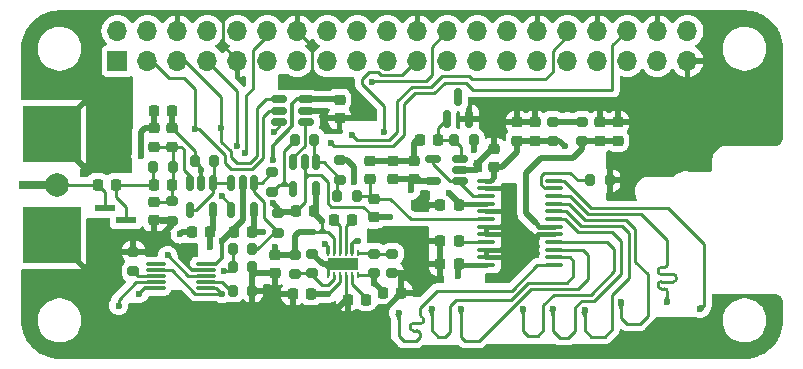
<source format=gbr>
%TF.GenerationSoftware,KiCad,Pcbnew,8.0.3-8.0.3-0~ubuntu22.04.1*%
%TF.CreationDate,2024-10-11T11:53:37+02:00*%
%TF.ProjectId,ADC_pHAT_AFE,4144435f-7048-4415-945f-4146452e6b69,rev?*%
%TF.SameCoordinates,PX5cbead0PY5705d50*%
%TF.FileFunction,Copper,L1,Top*%
%TF.FilePolarity,Positive*%
%FSLAX46Y46*%
G04 Gerber Fmt 4.6, Leading zero omitted, Abs format (unit mm)*
G04 Created by KiCad (PCBNEW 8.0.3-8.0.3-0~ubuntu22.04.1) date 2024-10-11 11:53:37*
%MOMM*%
%LPD*%
G01*
G04 APERTURE LIST*
G04 Aperture macros list*
%AMRoundRect*
0 Rectangle with rounded corners*
0 $1 Rounding radius*
0 $2 $3 $4 $5 $6 $7 $8 $9 X,Y pos of 4 corners*
0 Add a 4 corners polygon primitive as box body*
4,1,4,$2,$3,$4,$5,$6,$7,$8,$9,$2,$3,0*
0 Add four circle primitives for the rounded corners*
1,1,$1+$1,$2,$3*
1,1,$1+$1,$4,$5*
1,1,$1+$1,$6,$7*
1,1,$1+$1,$8,$9*
0 Add four rect primitives between the rounded corners*
20,1,$1+$1,$2,$3,$4,$5,0*
20,1,$1+$1,$4,$5,$6,$7,0*
20,1,$1+$1,$6,$7,$8,$9,0*
20,1,$1+$1,$8,$9,$2,$3,0*%
G04 Aperture macros list end*
%TA.AperFunction,SMDPad,CuDef*%
%ADD10RoundRect,0.225000X0.225000X0.250000X-0.225000X0.250000X-0.225000X-0.250000X0.225000X-0.250000X0*%
%TD*%
%TA.AperFunction,SMDPad,CuDef*%
%ADD11RoundRect,0.218750X-0.256250X0.218750X-0.256250X-0.218750X0.256250X-0.218750X0.256250X0.218750X0*%
%TD*%
%TA.AperFunction,SMDPad,CuDef*%
%ADD12RoundRect,0.225000X-0.250000X0.225000X-0.250000X-0.225000X0.250000X-0.225000X0.250000X0.225000X0*%
%TD*%
%TA.AperFunction,SMDPad,CuDef*%
%ADD13RoundRect,0.200000X0.200000X0.275000X-0.200000X0.275000X-0.200000X-0.275000X0.200000X-0.275000X0*%
%TD*%
%TA.AperFunction,SMDPad,CuDef*%
%ADD14RoundRect,0.225000X0.250000X-0.225000X0.250000X0.225000X-0.250000X0.225000X-0.250000X-0.225000X0*%
%TD*%
%TA.AperFunction,SMDPad,CuDef*%
%ADD15RoundRect,0.200000X-0.275000X0.200000X-0.275000X-0.200000X0.275000X-0.200000X0.275000X0.200000X0*%
%TD*%
%TA.AperFunction,SMDPad,CuDef*%
%ADD16RoundRect,0.200000X0.275000X-0.200000X0.275000X0.200000X-0.275000X0.200000X-0.275000X-0.200000X0*%
%TD*%
%TA.AperFunction,SMDPad,CuDef*%
%ADD17RoundRect,0.218750X0.256250X-0.218750X0.256250X0.218750X-0.256250X0.218750X-0.256250X-0.218750X0*%
%TD*%
%TA.AperFunction,SMDPad,CuDef*%
%ADD18RoundRect,0.200000X-0.200000X-0.275000X0.200000X-0.275000X0.200000X0.275000X-0.200000X0.275000X0*%
%TD*%
%TA.AperFunction,SMDPad,CuDef*%
%ADD19RoundRect,0.150000X0.512500X0.150000X-0.512500X0.150000X-0.512500X-0.150000X0.512500X-0.150000X0*%
%TD*%
%TA.AperFunction,SMDPad,CuDef*%
%ADD20RoundRect,0.062500X0.062500X-0.187500X0.062500X0.187500X-0.062500X0.187500X-0.062500X-0.187500X0*%
%TD*%
%TA.AperFunction,ComponentPad*%
%ADD21C,0.600000*%
%TD*%
%TA.AperFunction,SMDPad,CuDef*%
%ADD22R,2.650000X1.000000*%
%TD*%
%TA.AperFunction,ComponentPad*%
%ADD23C,2.000000*%
%TD*%
%TA.AperFunction,SMDPad,CuDef*%
%ADD24R,2.350000X0.700000*%
%TD*%
%TA.AperFunction,SMDPad,CuDef*%
%ADD25R,4.900000X4.800000*%
%TD*%
%TA.AperFunction,SMDPad,CuDef*%
%ADD26RoundRect,0.075000X0.737500X0.075000X-0.737500X0.075000X-0.737500X-0.075000X0.737500X-0.075000X0*%
%TD*%
%TA.AperFunction,SMDPad,CuDef*%
%ADD27RoundRect,0.225000X-0.225000X-0.250000X0.225000X-0.250000X0.225000X0.250000X-0.225000X0.250000X0*%
%TD*%
%TA.AperFunction,SMDPad,CuDef*%
%ADD28RoundRect,0.100000X-0.637500X-0.100000X0.637500X-0.100000X0.637500X0.100000X-0.637500X0.100000X0*%
%TD*%
%TA.AperFunction,SMDPad,CuDef*%
%ADD29RoundRect,0.150000X0.150000X-0.587500X0.150000X0.587500X-0.150000X0.587500X-0.150000X-0.587500X0*%
%TD*%
%TA.AperFunction,SMDPad,CuDef*%
%ADD30R,1.750000X0.600000*%
%TD*%
%TA.AperFunction,SMDPad,CuDef*%
%ADD31RoundRect,0.150000X-0.150000X0.512500X-0.150000X-0.512500X0.150000X-0.512500X0.150000X0.512500X0*%
%TD*%
%TA.AperFunction,ComponentPad*%
%ADD32R,1.700000X1.700000*%
%TD*%
%TA.AperFunction,ComponentPad*%
%ADD33O,1.700000X1.700000*%
%TD*%
%TA.AperFunction,ViaPad*%
%ADD34C,0.600000*%
%TD*%
%TA.AperFunction,Conductor*%
%ADD35C,0.250000*%
%TD*%
%TA.AperFunction,Conductor*%
%ADD36C,0.500000*%
%TD*%
%TA.AperFunction,Conductor*%
%ADD37C,0.300000*%
%TD*%
%TA.AperFunction,Conductor*%
%ADD38C,0.400000*%
%TD*%
G04 APERTURE END LIST*
D10*
%TO.P,C15,1*%
%TO.N,Net-(U3-CP)*%
X29435000Y5250000D03*
%TO.P,C15,2*%
%TO.N,GNDA*%
X27885000Y5250000D03*
%TD*%
D11*
%TO.P,D3,1,K*%
%TO.N,VIN*%
X30100000Y13787500D03*
%TO.P,D3,2,A*%
%TO.N,-3V3*%
X30100000Y12212500D03*
%TD*%
D12*
%TO.P,C13,1*%
%TO.N,+3.3VA*%
X21750000Y9025000D03*
%TO.P,C13,2*%
%TO.N,GNDA*%
X21750000Y7475000D03*
%TD*%
D13*
%TO.P,R11,1*%
%TO.N,Net-(R11-Pad1)*%
X25075000Y18750000D03*
%TO.P,R11,2*%
%TO.N,Net-(U5--)*%
X23425000Y18750000D03*
%TD*%
D14*
%TO.P,C9,1*%
%TO.N,+3.3VA*%
X33500000Y15475000D03*
%TO.P,C9,2*%
%TO.N,GNDA*%
X33500000Y17025000D03*
%TD*%
D15*
%TO.P,R14,1*%
%TO.N,Net-(R10-Pad2)*%
X21500000Y16025000D03*
%TO.P,R14,2*%
%TO.N,Net-(U5--)*%
X21500000Y14375000D03*
%TD*%
D14*
%TO.P,C4,1*%
%TO.N,/VA*%
X43750000Y18725000D03*
%TO.P,C4,2*%
%TO.N,GNDA*%
X43750000Y20275000D03*
%TD*%
D16*
%TO.P,R3,1*%
%TO.N,-3V3*%
X30160000Y7500000D03*
%TO.P,R3,2*%
%TO.N,Net-(U3-FB-)*%
X30160000Y9150000D03*
%TD*%
D17*
%TO.P,D2,1,K*%
%TO.N,Net-(D1-A)*%
X13000000Y18212500D03*
%TO.P,D2,2,A*%
%TO.N,-3V3*%
X13000000Y19787500D03*
%TD*%
D18*
%TO.P,R5,1*%
%TO.N,Net-(U10-K)*%
X36925000Y18750000D03*
%TO.P,R5,2*%
%TO.N,+3.3VA*%
X38575000Y18750000D03*
%TD*%
D19*
%TO.P,U8,1,VOUT*%
%TO.N,Net-(U5-+)*%
X24387500Y20300000D03*
%TO.P,U8,2,GND*%
%TO.N,GNDA*%
X24387500Y21250000D03*
%TO.P,U8,3,VDD*%
%TO.N,+3.3VA*%
X24387500Y22200000D03*
%TO.P,U8,4,SDA*%
%TO.N,SCL*%
X22112500Y22200000D03*
%TO.P,U8,5,SCL*%
%TO.N,SDA*%
X22112500Y21250000D03*
%TO.P,U8,6,A0*%
%TO.N,A00*%
X22112500Y20300000D03*
%TD*%
D11*
%TO.P,D1,1,K*%
%TO.N,+3.3VA*%
X11500000Y19787500D03*
%TO.P,D1,2,A*%
%TO.N,Net-(D1-A)*%
X11500000Y18212500D03*
%TD*%
D20*
%TO.P,U3,1,PGOOD*%
%TO.N,GNDA*%
X26250000Y7300000D03*
%TO.P,U3,2,FB+*%
%TO.N,Net-(U3-FB+)*%
X26750000Y7300000D03*
%TO.P,U3,3,VIN*%
%TO.N,+5V*%
X27250000Y7300000D03*
%TO.P,U3,4,GND*%
%TO.N,GNDA*%
X27750000Y7300000D03*
%TO.P,U3,5,CP*%
%TO.N,Net-(U3-CP)*%
X28250000Y7300000D03*
%TO.P,U3,6,OUT-*%
%TO.N,-3V3*%
X28750000Y7300000D03*
%TO.P,U3,7,FB-*%
%TO.N,Net-(U3-FB-)*%
X28750000Y9200000D03*
%TO.P,U3,8,EN-*%
%TO.N,+5V*%
X28250000Y9200000D03*
%TO.P,U3,9,C-*%
%TO.N,Net-(U3-C-)*%
X27750000Y9200000D03*
%TO.P,U3,10,C+*%
%TO.N,Net-(U3-C+)*%
X27250000Y9200000D03*
%TO.P,U3,11,OUT+*%
%TO.N,+3.3VA*%
X26750000Y9200000D03*
%TO.P,U3,12,EN+*%
%TO.N,+5V*%
X26250000Y9200000D03*
D21*
%TO.P,U3,13,PAD*%
%TO.N,GNDA*%
X26500000Y8250000D03*
X27500000Y8250000D03*
D22*
X27500000Y8250000D03*
D21*
X28500000Y8250000D03*
%TD*%
D18*
%TO.P,R19,1*%
%TO.N,-3V3*%
X14925000Y17000000D03*
%TO.P,R19,2*%
%TO.N,Net-(U6--)*%
X16575000Y17000000D03*
%TD*%
D23*
%TO.P,REF\u002A\u002A,1*%
%TO.N,Net-(J1-Pin_2)*%
X3300000Y15000000D03*
%TD*%
D24*
%TO.P,J3,1,In*%
%TO.N,Net-(J1-Pin_2)*%
X1250000Y15000000D03*
D25*
%TO.P,J3,2,Ext*%
%TO.N,GNDA*%
X2825000Y19250000D03*
X2825000Y10750000D03*
%TD*%
D26*
%TO.P,U4,1,S1*%
%TO.N,Net-(U4-S1)*%
X15862500Y6250000D03*
%TO.P,U4,2,D1*%
%TO.N,Net-(U4-D1)*%
X15862500Y6750000D03*
%TO.P,U4,3,IN2*%
%TO.N,SEL1*%
X15862500Y7250000D03*
%TO.P,U4,4,GND*%
%TO.N,GNDA*%
X15862500Y7750000D03*
%TO.P,U4,5,VSS*%
%TO.N,-3V3*%
X15862500Y8250000D03*
%TO.P,U4,6,NC*%
%TO.N,unconnected-(U4-NC-Pad6)*%
X11637500Y8250000D03*
%TO.P,U4,7,S2*%
%TO.N,Net-(U4-S1)*%
X11637500Y7750000D03*
%TO.P,U4,8,D2*%
%TO.N,Net-(U4-D2)*%
X11637500Y7250000D03*
%TO.P,U4,9,IN1*%
%TO.N,SEL0*%
X11637500Y6750000D03*
%TO.P,U4,10,VDD*%
%TO.N,+3.3VA*%
X11637500Y6250000D03*
%TD*%
D27*
%TO.P,C18,1*%
%TO.N,Net-(J1-Pin_1)*%
X11475000Y15000000D03*
%TO.P,C18,2*%
%TO.N,Net-(D1-A)*%
X13025000Y15000000D03*
%TD*%
D28*
%TO.P,U2,1,VA*%
%TO.N,/VA*%
X39637500Y15325000D03*
%TO.P,U2,2,AGND*%
%TO.N,GNDA*%
X39637500Y14675000D03*
%TO.P,U2,3,VRT*%
%TO.N,VREF*%
X39637500Y14025000D03*
%TO.P,U2,4,VA*%
%TO.N,/VA*%
X39637500Y13375000D03*
%TO.P,U2,5,AGND*%
%TO.N,GNDA*%
X39637500Y12725000D03*
%TO.P,U2,6,VIN*%
%TO.N,VIN*%
X39637500Y12075000D03*
%TO.P,U2,7,GND*%
%TO.N,GNDA*%
X39637500Y11425000D03*
%TO.P,U2,8,AGND*%
X39637500Y10775000D03*
%TO.P,U2,9,VRM*%
%TO.N,Net-(U2-VRM)*%
X39637500Y10125000D03*
%TO.P,U2,10,VRB*%
%TO.N,GNDA*%
X39637500Y9475000D03*
%TO.P,U2,11,AGND*%
X39637500Y8825000D03*
%TO.P,U2,12,VA*%
%TO.N,/VA*%
X39637500Y8175000D03*
%TO.P,U2,13,D7*%
%TO.N,GPIO7*%
X45362500Y8175000D03*
%TO.P,U2,14,D6*%
%TO.N,GPIO6*%
X45362500Y8825000D03*
%TO.P,U2,15,D5*%
%TO.N,GPIO5*%
X45362500Y9475000D03*
%TO.P,U2,16,D4*%
%TO.N,GPIO4*%
X45362500Y10125000D03*
%TO.P,U2,17,DRGND*%
%TO.N,GNDA*%
X45362500Y10775000D03*
%TO.P,U2,18,DRVD*%
%TO.N,/DRVD*%
X45362500Y11425000D03*
%TO.P,U2,19,D3*%
%TO.N,GPIO3*%
X45362500Y12075000D03*
%TO.P,U2,20,D2*%
%TO.N,GPIO2*%
X45362500Y12725000D03*
%TO.P,U2,21,D1*%
%TO.N,GPIO1*%
X45362500Y13375000D03*
%TO.P,U2,22,D0*%
%TO.N,GPIO0*%
X45362500Y14025000D03*
%TO.P,U2,23,PD*%
%TO.N,Net-(U2-PD)*%
X45362500Y14675000D03*
%TO.P,U2,24,CLK*%
%TO.N,ADC_CLK*%
X45362500Y15325000D03*
%TD*%
D18*
%TO.P,R13,1*%
%TO.N,Net-(R11-Pad1)*%
X27025000Y14000000D03*
%TO.P,R13,2*%
%TO.N,VIN*%
X28675000Y14000000D03*
%TD*%
D10*
%TO.P,C11,1*%
%TO.N,Net-(U2-VRM)*%
X37275000Y10250000D03*
%TO.P,C11,2*%
%TO.N,GNDA*%
X35725000Y10250000D03*
%TD*%
D29*
%TO.P,U10,1,K*%
%TO.N,Net-(U10-K)*%
X36300000Y20562500D03*
%TO.P,U10,2,A*%
%TO.N,GNDA*%
X38200000Y20562500D03*
%TO.P,U10,3,NC*%
%TO.N,unconnected-(U10-NC-Pad3)*%
X37250000Y22437500D03*
%TD*%
D10*
%TO.P,C7,1*%
%TO.N,/VA*%
X37275000Y8250000D03*
%TO.P,C7,2*%
%TO.N,GNDA*%
X35725000Y8250000D03*
%TD*%
D18*
%TO.P,R8,1*%
%TO.N,Net-(U4-D1)*%
X18175000Y6000000D03*
%TO.P,R8,2*%
%TO.N,GNDA*%
X19825000Y6000000D03*
%TD*%
%TO.P,R2,1*%
%TO.N,Net-(U2-PD)*%
X48425000Y15350000D03*
%TO.P,R2,2*%
%TO.N,GNDA*%
X50075000Y15350000D03*
%TD*%
D14*
%TO.P,C2,1*%
%TO.N,/DRVD*%
X50750000Y18725000D03*
%TO.P,C2,2*%
%TO.N,GNDA*%
X50750000Y20275000D03*
%TD*%
%TO.P,C23,1*%
%TO.N,VIN*%
X29750000Y15475000D03*
%TO.P,C23,2*%
%TO.N,GNDA*%
X29750000Y17025000D03*
%TD*%
D18*
%TO.P,R12,1*%
%TO.N,Net-(J1-Pin_1)*%
X11425000Y16500000D03*
%TO.P,R12,2*%
%TO.N,Net-(D1-A)*%
X13075000Y16500000D03*
%TD*%
D10*
%TO.P,C8,1*%
%TO.N,+5V*%
X24775000Y5750000D03*
%TO.P,C8,2*%
%TO.N,GNDA*%
X23225000Y5750000D03*
%TD*%
D15*
%TO.P,R18,1*%
%TO.N,-3V3*%
X27250000Y17075000D03*
%TO.P,R18,2*%
%TO.N,Net-(R11-Pad1)*%
X27250000Y15425000D03*
%TD*%
D27*
%TO.P,C21,1*%
%TO.N,Net-(J1-Pin_2)*%
X6725000Y15000000D03*
%TO.P,C21,2*%
%TO.N,Net-(J1-Pin_1)*%
X8275000Y15000000D03*
%TD*%
D15*
%TO.P,R7,1*%
%TO.N,GNDA*%
X24910000Y9150000D03*
%TO.P,R7,2*%
%TO.N,Net-(U3-FB+)*%
X24910000Y7500000D03*
%TD*%
D12*
%TO.P,C22,1*%
%TO.N,Net-(D1-A)*%
X11500000Y13525000D03*
%TO.P,C22,2*%
%TO.N,GNDA*%
X11500000Y11975000D03*
%TD*%
D10*
%TO.P,C17,1*%
%TO.N,+3.3VA*%
X16275000Y11000000D03*
%TO.P,C17,2*%
%TO.N,-3V3*%
X14725000Y11000000D03*
%TD*%
%TO.P,C20,1*%
%TO.N,+3.3VA*%
X25025000Y12750000D03*
%TO.P,C20,2*%
%TO.N,-3V3*%
X23475000Y12750000D03*
%TD*%
%TO.P,C6,1*%
%TO.N,/VA*%
X37275000Y13250000D03*
%TO.P,C6,2*%
%TO.N,GNDA*%
X35725000Y13250000D03*
%TD*%
D16*
%TO.P,R9,1*%
%TO.N,Net-(U4-D2)*%
X9750000Y7675000D03*
%TO.P,R9,2*%
%TO.N,GNDA*%
X9750000Y9325000D03*
%TD*%
%TO.P,R4,1*%
%TO.N,GNDA*%
X31660000Y7500000D03*
%TO.P,R4,2*%
%TO.N,Net-(U3-FB-)*%
X31660000Y9150000D03*
%TD*%
D30*
%TO.P,J1,1,Pin_1*%
%TO.N,Net-(J1-Pin_1)*%
X9125000Y12000000D03*
%TO.P,J1,2,Pin_2*%
%TO.N,Net-(J1-Pin_2)*%
X7375000Y13000000D03*
%TD*%
D14*
%TO.P,C1,1*%
%TO.N,/DRVD*%
X49250000Y18725000D03*
%TO.P,C1,2*%
%TO.N,GNDA*%
X49250000Y20275000D03*
%TD*%
D10*
%TO.P,C19,1*%
%TO.N,+3.3VA*%
X19775000Y11000000D03*
%TO.P,C19,2*%
%TO.N,-3V3*%
X18225000Y11000000D03*
%TD*%
D19*
%TO.P,U9,1*%
%TO.N,VREF*%
X37387500Y15300000D03*
%TO.P,U9,2*%
%TO.N,GNDA*%
X37387500Y16250000D03*
%TO.P,U9,3,+*%
%TO.N,Net-(U10-K)*%
X37387500Y17200000D03*
%TO.P,U9,4,-*%
%TO.N,VREF*%
X35112500Y17200000D03*
%TO.P,U9,5*%
%TO.N,+3.3VA*%
X35112500Y15300000D03*
%TD*%
D31*
%TO.P,U6,1*%
%TO.N,Net-(U6--)*%
X16450000Y15137500D03*
%TO.P,U6,2*%
%TO.N,-3V3*%
X15500000Y15137500D03*
%TO.P,U6,3,+*%
%TO.N,Net-(D1-A)*%
X14550000Y15137500D03*
%TO.P,U6,4,-*%
%TO.N,Net-(U6--)*%
X14550000Y12862500D03*
%TO.P,U6,5*%
%TO.N,+3.3VA*%
X16450000Y12862500D03*
%TD*%
D15*
%TO.P,FB2,1*%
%TO.N,+3.3V*%
X45250000Y20325000D03*
%TO.P,FB2,2*%
%TO.N,/VA*%
X45250000Y18675000D03*
%TD*%
%TO.P,R17,1*%
%TO.N,-3V3*%
X22000000Y12575000D03*
%TO.P,R17,2*%
%TO.N,Net-(R10-Pad2)*%
X22000000Y10925000D03*
%TD*%
D14*
%TO.P,C10,1*%
%TO.N,+3.3VA*%
X31750000Y15475000D03*
%TO.P,C10,2*%
%TO.N,GNDA*%
X31750000Y17025000D03*
%TD*%
%TO.P,C5,1*%
%TO.N,/VA*%
X40250000Y16475000D03*
%TO.P,C5,2*%
%TO.N,GNDA*%
X40250000Y18025000D03*
%TD*%
D15*
%TO.P,FB1,1*%
%TO.N,+3.3V*%
X47750000Y20325000D03*
%TO.P,FB1,2*%
%TO.N,/DRVD*%
X47750000Y18675000D03*
%TD*%
D10*
%TO.P,C16,1*%
%TO.N,-3V3*%
X13025000Y21250000D03*
%TO.P,C16,2*%
%TO.N,+3.3VA*%
X11475000Y21250000D03*
%TD*%
D18*
%TO.P,R10,1*%
%TO.N,Net-(U4-S1)*%
X18175000Y9500000D03*
%TO.P,R10,2*%
%TO.N,Net-(R10-Pad2)*%
X19825000Y9500000D03*
%TD*%
D15*
%TO.P,R1,1*%
%TO.N,+3.3VA*%
X23410000Y9075000D03*
%TO.P,R1,2*%
%TO.N,Net-(U3-FB+)*%
X23410000Y7425000D03*
%TD*%
D27*
%TO.P,C12,1*%
%TO.N,Net-(U3-C+)*%
X26725000Y12000000D03*
%TO.P,C12,2*%
%TO.N,Net-(U3-C-)*%
X28275000Y12000000D03*
%TD*%
D10*
%TO.P,C25,1*%
%TO.N,Net-(U10-K)*%
X35525000Y18750000D03*
%TO.P,C25,2*%
%TO.N,GNDA*%
X33975000Y18750000D03*
%TD*%
D27*
%TO.P,C14,1*%
%TO.N,-3V3*%
X30885000Y5825000D03*
%TO.P,C14,2*%
%TO.N,GNDA*%
X32435000Y5825000D03*
%TD*%
D31*
%TO.P,U5,1*%
%TO.N,Net-(R11-Pad1)*%
X25200000Y16887500D03*
%TO.P,U5,2*%
%TO.N,-3V3*%
X24250000Y16887500D03*
%TO.P,U5,3,+*%
%TO.N,Net-(U5-+)*%
X23300000Y16887500D03*
%TO.P,U5,4,-*%
%TO.N,Net-(U5--)*%
X23300000Y14612500D03*
%TO.P,U5,5*%
%TO.N,+3.3VA*%
X25200000Y14612500D03*
%TD*%
D14*
%TO.P,C3,1*%
%TO.N,/VA*%
X42250000Y18725000D03*
%TO.P,C3,2*%
%TO.N,GNDA*%
X42250000Y20275000D03*
%TD*%
D18*
%TO.P,R16,1*%
%TO.N,Net-(U4-S1)*%
X18175000Y8000000D03*
%TO.P,R16,2*%
%TO.N,GNDA*%
X19825000Y8000000D03*
%TD*%
D16*
%TO.P,R15,1*%
%TO.N,GNDA*%
X13000000Y11925000D03*
%TO.P,R15,2*%
%TO.N,Net-(D1-A)*%
X13000000Y13575000D03*
%TD*%
D12*
%TO.P,C24,1*%
%TO.N,+3.3VA*%
X27200000Y22175000D03*
%TO.P,C24,2*%
%TO.N,GNDA*%
X27200000Y20625000D03*
%TD*%
D31*
%TO.P,U7,1*%
%TO.N,Net-(R10-Pad2)*%
X19950000Y15137500D03*
%TO.P,U7,2*%
%TO.N,-3V3*%
X19000000Y15137500D03*
%TO.P,U7,3,+*%
%TO.N,Net-(U6--)*%
X18050000Y15137500D03*
%TO.P,U7,4,-*%
%TO.N,Net-(U4-S1)*%
X18050000Y12862500D03*
%TO.P,U7,5*%
%TO.N,+3.3VA*%
X19950000Y12862500D03*
%TD*%
D32*
%TO.P,J2,1,Pin_1*%
%TO.N,unconnected-(J2-Pin_1-Pad1)*%
X8400000Y25460000D03*
D33*
%TO.P,J2,2,Pin_2*%
%TO.N,+5V*%
X8400000Y28000000D03*
%TO.P,J2,3,Pin_3*%
%TO.N,SDA*%
X10940000Y25460000D03*
%TO.P,J2,4,Pin_4*%
%TO.N,+5V*%
X10940000Y28000000D03*
%TO.P,J2,5,Pin_5*%
%TO.N,SCL*%
X13480000Y25460000D03*
%TO.P,J2,6,Pin_6*%
%TO.N,GNDA*%
X13480000Y28000000D03*
%TO.P,J2,7,Pin_7*%
%TO.N,SEL0*%
X16020000Y25460000D03*
%TO.P,J2,8,Pin_8*%
%TO.N,TX*%
X16020000Y28000000D03*
%TO.P,J2,9,Pin_9*%
%TO.N,GNDA*%
X18560000Y25460000D03*
%TO.P,J2,10,Pin_10*%
%TO.N,RX*%
X18560000Y28000000D03*
%TO.P,J2,11,Pin_11*%
%TO.N,GPIO21*%
X21100000Y25460000D03*
%TO.P,J2,12,Pin_12*%
%TO.N,SEL1*%
X21100000Y28000000D03*
%TO.P,J2,13,Pin_13*%
%TO.N,unconnected-(J2-Pin_13-Pad13)*%
X23640000Y25460000D03*
%TO.P,J2,14,Pin_14*%
%TO.N,GNDA*%
X23640000Y28000000D03*
%TO.P,J2,15,Pin_15*%
%TO.N,GPIO22*%
X26180000Y25460000D03*
%TO.P,J2,16,Pin_16*%
%TO.N,unconnected-(J2-Pin_16-Pad16)*%
X26180000Y28000000D03*
%TO.P,J2,17,Pin_17*%
%TO.N,GPIO26_ADC0*%
X28720000Y25460000D03*
%TO.P,J2,18,Pin_18*%
%TO.N,unconnected-(J2-Pin_18-Pad18)*%
X28720000Y28000000D03*
%TO.P,J2,19,Pin_19*%
%TO.N,SPI_MO*%
X31260000Y25460000D03*
%TO.P,J2,20,Pin_20*%
%TO.N,unconnected-(J2-Pin_20-Pad20)*%
X31260000Y28000000D03*
%TO.P,J2,21,Pin_21*%
%TO.N,SPI_MI*%
X33800000Y25460000D03*
%TO.P,J2,22,Pin_22*%
%TO.N,GNDA*%
X33800000Y28000000D03*
%TO.P,J2,23,Pin_23*%
%TO.N,SPI_CLK*%
X36340000Y25460000D03*
%TO.P,J2,24,Pin_24*%
%TO.N,SPI_CS*%
X36340000Y28000000D03*
%TO.P,J2,25,Pin_25*%
%TO.N,GNDA*%
X38880000Y25460000D03*
%TO.P,J2,26,Pin_26*%
%TO.N,GPIO27_ADC1*%
X38880000Y28000000D03*
%TO.P,J2,27,Pin_27*%
%TO.N,GPIO28_ADC2*%
X41420000Y25460000D03*
%TO.P,J2,28,Pin_28*%
%TO.N,unconnected-(J2-Pin_28-Pad28)*%
X41420000Y28000000D03*
%TO.P,J2,29,Pin_29*%
%TO.N,ADC_VREF*%
X43960000Y25460000D03*
%TO.P,J2,30,Pin_30*%
%TO.N,GNDA*%
X43960000Y28000000D03*
%TO.P,J2,31,Pin_31*%
%TO.N,unconnected-(J2-Pin_31-Pad31)*%
X46500000Y25460000D03*
%TO.P,J2,32,Pin_32*%
%TO.N,GPIO24*%
X46500000Y28000000D03*
%TO.P,J2,33,Pin_33*%
%TO.N,unconnected-(J2-Pin_33-Pad33)*%
X49040000Y25460000D03*
%TO.P,J2,34,Pin_34*%
%TO.N,GNDA*%
X49040000Y28000000D03*
%TO.P,J2,35,Pin_35*%
%TO.N,unconnected-(J2-Pin_35-Pad35)*%
X51580000Y25460000D03*
%TO.P,J2,36,Pin_36*%
%TO.N,GPIO25*%
X51580000Y28000000D03*
%TO.P,J2,37,Pin_37*%
%TO.N,unconnected-(J2-Pin_37-Pad37)*%
X54120000Y25460000D03*
%TO.P,J2,38,Pin_38*%
%TO.N,GNDA*%
X54120000Y28000000D03*
%TO.P,J2,39,Pin_39*%
X56660000Y25460000D03*
%TO.P,J2,40,Pin_40*%
%TO.N,unconnected-(J2-Pin_40-Pad40)*%
X56660000Y28000000D03*
%TD*%
D34*
%TO.N,SDA*%
X14950000Y19700000D03*
%TO.N,+3.3V*%
X46500000Y20325000D03*
%TO.N,SCL*%
X17200000Y19800000D03*
%TO.N,+3.3VA*%
X20750000Y11000000D03*
X25700000Y11950000D03*
X10250000Y5750000D03*
X38600000Y17900000D03*
X21750000Y9750000D03*
X10375000Y17375000D03*
X16250000Y9750000D03*
X21550000Y17100000D03*
X33250000Y14500000D03*
%TO.N,+5V*%
X26250000Y5750000D03*
X26000000Y10000000D03*
X28750000Y10250000D03*
%TO.N,-3V3*%
X30160000Y6650000D03*
X28450000Y15200000D03*
X17250000Y10250000D03*
X15500000Y16250000D03*
X21550000Y13400000D03*
X13700000Y10800000D03*
X31450000Y12250000D03*
%TO.N,GNDA*%
X33200000Y9600000D03*
X38900000Y16450000D03*
X41500000Y14750000D03*
X34550000Y14200000D03*
X33200000Y8300000D03*
X6250000Y21000000D03*
X6250000Y7250000D03*
X33200000Y11150000D03*
X4750000Y7250000D03*
X4750000Y22500000D03*
X22300000Y24050000D03*
X13250000Y5750000D03*
X34500000Y9600000D03*
X34500000Y8250000D03*
X41750000Y9500000D03*
X34650000Y6650000D03*
X6250000Y18500000D03*
X41400000Y7050000D03*
X53950000Y18900000D03*
X12500000Y4750000D03*
X52750000Y19500000D03*
X41750000Y11250000D03*
X33500000Y17900000D03*
X8000000Y7750000D03*
X43600000Y9100000D03*
X3250000Y22500000D03*
X35700000Y6950000D03*
X7250000Y4750000D03*
X6250000Y17250000D03*
X34500000Y11100000D03*
X39950000Y7050000D03*
X13450000Y4650000D03*
X41500000Y13450000D03*
X51500000Y15250000D03*
X2000000Y22500000D03*
X43660787Y10424999D03*
X52750000Y18200000D03*
X31250000Y10950000D03*
X27000000Y4500000D03*
X29800000Y10950000D03*
X15800000Y4800000D03*
X55400000Y19450000D03*
X34500000Y13000000D03*
X33550000Y13400000D03*
X33600000Y6650000D03*
X14500000Y9100000D03*
X3250000Y7250000D03*
X25000000Y24250000D03*
X21900000Y6100000D03*
X11250000Y5000000D03*
X6250000Y22500000D03*
X40950000Y19150000D03*
X750000Y7250000D03*
X2000000Y7250000D03*
X55050000Y18250000D03*
X6250000Y19750000D03*
X750000Y22500000D03*
%TO.N,ADC_CLK*%
X57750000Y4500000D03*
%TO.N,GPIO2*%
X47950000Y4350000D03*
%TO.N,GPIO7*%
X32200000Y4150000D03*
%TO.N,GPIO5*%
X37500000Y4500000D03*
%TO.N,GPIO3*%
X45250000Y4500000D03*
%TO.N,GPIO1*%
X51025000Y5025000D03*
%TO.N,GPIO6*%
X35000000Y4500000D03*
%TO.N,GPIO0*%
X54950000Y5050000D03*
%TO.N,GPIO4*%
X42750000Y4500000D03*
%TO.N,GPIO25*%
X26500000Y18500000D03*
%TO.N,/VA*%
X46250000Y18250000D03*
X37250000Y7250000D03*
X36500000Y14250000D03*
%TO.N,SPI_CS*%
X29950000Y23700000D03*
%TO.N,SPI_MI*%
X31000000Y19450000D03*
%TO.N,GPIO24*%
X28250000Y19200000D03*
%TO.N,SEL1*%
X12650000Y9000000D03*
X19200000Y17650000D03*
%TO.N,SEL0*%
X18550000Y18250000D03*
X8500000Y4750000D03*
%TO.N,Net-(U4-S1)*%
X17250000Y5750000D03*
X17450000Y7700000D03*
X17250000Y14000000D03*
%TO.N,A00*%
X21625000Y19475000D03*
%TD*%
D35*
%TO.N,Net-(U2-VRM)*%
X39637500Y10125000D02*
X37400000Y10125000D01*
X37400000Y10125000D02*
X37275000Y10250000D01*
%TO.N,SDA*%
X17500000Y17500000D02*
X17500000Y16800000D01*
X20750000Y17250000D02*
X20750000Y20750000D01*
X14025000Y24025000D02*
X12725000Y24025000D01*
X20750000Y20750000D02*
X21250000Y21250000D01*
X12725000Y24025000D02*
X11290000Y25460000D01*
X14950000Y19700000D02*
X15300000Y19700000D01*
X18000000Y16300000D02*
X19800000Y16300000D01*
X11290000Y25460000D02*
X10940000Y25460000D01*
X15300000Y19700000D02*
X17500000Y17500000D01*
X14950000Y19700000D02*
X14950000Y23100000D01*
X17500000Y16800000D02*
X18000000Y16300000D01*
X14950000Y23100000D02*
X14025000Y24025000D01*
X21250000Y21250000D02*
X22112500Y21250000D01*
X19800000Y16300000D02*
X20750000Y17250000D01*
D36*
%TO.N,+3.3V*%
X45250000Y20325000D02*
X47750000Y20325000D01*
D35*
%TO.N,SCL*%
X18500000Y16800000D02*
X19592894Y16800000D01*
X19592894Y16800000D02*
X20250000Y17457106D01*
X17200000Y22400000D02*
X14140000Y25460000D01*
X17200000Y18600000D02*
X18000000Y17800000D01*
X18000000Y17800000D02*
X18000000Y17300000D01*
X20250000Y21500000D02*
X20950000Y22200000D01*
X18000000Y17300000D02*
X18500000Y16800000D01*
X17200000Y19800000D02*
X17200000Y22400000D01*
X20250000Y17457106D02*
X20250000Y21500000D01*
X20950000Y22200000D02*
X22112500Y22200000D01*
X14140000Y25460000D02*
X13480000Y25460000D01*
X17200000Y19800000D02*
X17200000Y18600000D01*
D36*
%TO.N,+3.3VA*%
X10725000Y19800000D02*
X11487500Y19800000D01*
X34000000Y15300000D02*
X35112500Y15300000D01*
X21750000Y9025000D02*
X21750000Y9750000D01*
D35*
X25700000Y11250000D02*
X25450000Y11000000D01*
D36*
X11475000Y21250000D02*
X11475000Y19812500D01*
X16275000Y11000000D02*
X16450000Y11175000D01*
D35*
X27175000Y22200000D02*
X27200000Y22175000D01*
D36*
X11487500Y19800000D02*
X11500000Y19787500D01*
D37*
X23200000Y21825172D02*
X23574828Y22200000D01*
D36*
X33825000Y15475000D02*
X34000000Y15300000D01*
X25200000Y14612500D02*
X25200000Y12925000D01*
X25700000Y11950000D02*
X25025000Y12625000D01*
D35*
X33500000Y15475000D02*
X33250000Y15225000D01*
D36*
X31750000Y15475000D02*
X33500000Y15475000D01*
D35*
X25450000Y11000000D02*
X25400000Y11000000D01*
X25025000Y12625000D02*
X25025000Y12750000D01*
X25700000Y11950000D02*
X25700000Y11250000D01*
D36*
X33500000Y15475000D02*
X33825000Y15475000D01*
D37*
X11637500Y6250000D02*
X10750000Y6250000D01*
D36*
X38575000Y17925000D02*
X38575000Y18750000D01*
X19775000Y11000000D02*
X20750000Y11000000D01*
X19775000Y11000000D02*
X19950000Y11175000D01*
X23750000Y11000000D02*
X23410000Y10660000D01*
D35*
X23360000Y9025000D02*
X23410000Y9075000D01*
D37*
X23200000Y19950000D02*
X23200000Y21825172D01*
D35*
X11475000Y19812500D02*
X11500000Y19787500D01*
X25700000Y11250000D02*
X25700000Y11000000D01*
X25400000Y11000000D02*
X25000000Y11000000D01*
X26250000Y11000000D02*
X26000000Y11000000D01*
X16275000Y12687500D02*
X16450000Y12862500D01*
D36*
X24387500Y22200000D02*
X27175000Y22200000D01*
X16450000Y11175000D02*
X16450000Y12862500D01*
X21750000Y9025000D02*
X23360000Y9025000D01*
D37*
X21550000Y17100000D02*
X21550000Y18300000D01*
X21550000Y18300000D02*
X23200000Y19950000D01*
D35*
X26000000Y11000000D02*
X25400000Y11000000D01*
D36*
X19950000Y11175000D02*
X19950000Y12862500D01*
D37*
X10750000Y6250000D02*
X10250000Y5750000D01*
D36*
X38600000Y17900000D02*
X38575000Y17925000D01*
X23410000Y10660000D02*
X23410000Y9075000D01*
X33250000Y15225000D02*
X33250000Y14500000D01*
X25000000Y11000000D02*
X23750000Y11000000D01*
D35*
X26750000Y9200000D02*
X26750000Y10500000D01*
X25950000Y11000000D02*
X26000000Y11000000D01*
D37*
X23574828Y22200000D02*
X24387500Y22200000D01*
D35*
X26750000Y10500000D02*
X26250000Y11000000D01*
D36*
X16275000Y11000000D02*
X16275000Y9775000D01*
D35*
X25700000Y11250000D02*
X25950000Y11000000D01*
D36*
X10375000Y19450000D02*
X10725000Y19800000D01*
D35*
X25200000Y12925000D02*
X25025000Y12750000D01*
D37*
X16275000Y9775000D02*
X16250000Y9750000D01*
D36*
X10375000Y17375000D02*
X10375000Y19450000D01*
D37*
%TO.N,+5V*%
X28500000Y10250000D02*
X28750000Y10250000D01*
X26250000Y9200000D02*
X26250000Y9750000D01*
X28250000Y10000000D02*
X28500000Y10250000D01*
X26250000Y9750000D02*
X26000000Y10000000D01*
X28250000Y9200000D02*
X28250000Y10000000D01*
D35*
X27250000Y6750000D02*
X26250000Y5750000D01*
X27250000Y7300000D02*
X27250000Y6750000D01*
D36*
X26250000Y5750000D02*
X24775000Y5750000D01*
D35*
%TO.N,Net-(U3-C-)*%
X27750000Y11475000D02*
X28275000Y12000000D01*
X27750000Y9200000D02*
X27750000Y11475000D01*
%TO.N,Net-(U3-C+)*%
X27250000Y11475000D02*
X26725000Y12000000D01*
X27250000Y9200000D02*
X27250000Y11475000D01*
D36*
%TO.N,-3V3*%
X22125000Y12700000D02*
X23425000Y12700000D01*
D35*
X24250000Y15800000D02*
X24250000Y15550000D01*
X24250000Y15550000D02*
X24250000Y13525000D01*
D36*
X30885000Y5825000D02*
X30885000Y5965000D01*
D35*
X24250000Y16887500D02*
X24250000Y16000000D01*
D36*
X19000000Y12000000D02*
X19000000Y15137500D01*
D35*
X28750000Y7300000D02*
X29960000Y7300000D01*
X24500000Y15800000D02*
X24250000Y15550000D01*
X31450000Y12250000D02*
X31412500Y12212500D01*
X14925000Y17000000D02*
X14925000Y17862500D01*
X26500000Y13100000D02*
X29212500Y13100000D01*
D37*
X15500000Y16250000D02*
X15500000Y16425000D01*
X15500000Y15137500D02*
X15500000Y16425000D01*
D36*
X22000000Y12575000D02*
X22000000Y12950000D01*
D37*
X16750000Y8250000D02*
X17250000Y8750000D01*
D35*
X26200000Y15200000D02*
X26200000Y13400000D01*
D37*
X15500000Y16425000D02*
X14925000Y17000000D01*
D36*
X18225000Y11225000D02*
X19000000Y12000000D01*
D35*
X24250000Y15800000D02*
X24550000Y15800000D01*
X22000000Y12575000D02*
X22125000Y12700000D01*
D36*
X30160000Y6690000D02*
X30160000Y7500000D01*
D35*
X27150000Y17075000D02*
X27250000Y17075000D01*
D36*
X14725000Y11000000D02*
X13900000Y11000000D01*
D37*
X15862500Y8250000D02*
X16750000Y8250000D01*
D35*
X24250000Y13525000D02*
X23475000Y12750000D01*
D36*
X27875000Y17075000D02*
X27250000Y17075000D01*
X13900000Y11000000D02*
X13700000Y10800000D01*
D35*
X23425000Y12700000D02*
X23475000Y12750000D01*
X24550000Y15800000D02*
X24500000Y15800000D01*
X29212500Y13100000D02*
X30100000Y12212500D01*
D36*
X30885000Y5965000D02*
X30160000Y6690000D01*
D35*
X25600000Y15800000D02*
X26200000Y15200000D01*
D36*
X28450000Y16500000D02*
X27875000Y17075000D01*
D35*
X24550000Y15800000D02*
X24450000Y15800000D01*
X26200000Y13400000D02*
X26500000Y13100000D01*
D36*
X31412500Y12212500D02*
X30100000Y12212500D01*
D35*
X14925000Y17862500D02*
X13000000Y19787500D01*
X24450000Y15800000D02*
X24250000Y16000000D01*
D37*
X18225000Y11000000D02*
X18000000Y11000000D01*
D35*
X27075000Y17000000D02*
X27150000Y17075000D01*
D37*
X17250000Y8750000D02*
X17250000Y10250000D01*
D35*
X13025000Y19812500D02*
X13000000Y19787500D01*
X29960000Y7300000D02*
X30160000Y7500000D01*
X24550000Y15800000D02*
X25600000Y15800000D01*
D36*
X28450000Y15200000D02*
X28450000Y16500000D01*
X13025000Y21250000D02*
X13025000Y19812500D01*
X18000000Y11000000D02*
X17250000Y10250000D01*
X22000000Y12950000D02*
X21550000Y13400000D01*
D35*
X18225000Y11000000D02*
X18225000Y11225000D01*
X24250000Y16000000D02*
X24250000Y15800000D01*
D38*
%TO.N,GNDA*%
X39637500Y14675000D02*
X41425000Y14675000D01*
D36*
X41425000Y14675000D02*
X41500000Y14750000D01*
X13000000Y11550000D02*
X12100000Y10650000D01*
D35*
X26250000Y7300000D02*
X26250000Y8000000D01*
D36*
X38900000Y16450000D02*
X38700000Y16250000D01*
X41500000Y9475000D02*
X41725000Y9475000D01*
D35*
X24900000Y26740000D02*
X23640000Y28000000D01*
D36*
X34500000Y8250000D02*
X35725000Y8250000D01*
D37*
X13700000Y9400000D02*
X13100000Y10000000D01*
D36*
X41275000Y12725000D02*
X41750000Y12250000D01*
X10825000Y9325000D02*
X11500000Y10000000D01*
D35*
X17300000Y26800000D02*
X17300000Y29400000D01*
D36*
X25810000Y8250000D02*
X24910000Y9150000D01*
X19825000Y8000000D02*
X19825000Y7250000D01*
X11500000Y11975000D02*
X12950000Y11975000D01*
X20050000Y7475000D02*
X19825000Y7250000D01*
X38900000Y16800000D02*
X40125000Y18025000D01*
X38900000Y16450000D02*
X38900000Y16800000D01*
D37*
X13700000Y8800000D02*
X13700000Y9400000D01*
D36*
X25700000Y21250000D02*
X25900000Y21050000D01*
X26250000Y8000000D02*
X26500000Y8250000D01*
X40125000Y18025000D02*
X40250000Y18025000D01*
X33500000Y17025000D02*
X33500000Y17750000D01*
D38*
X44010788Y10775000D02*
X43660787Y10424999D01*
D36*
X13000000Y11925000D02*
X13000000Y11550000D01*
X21750000Y7475000D02*
X20050000Y7475000D01*
D35*
X24900000Y24350000D02*
X24900000Y26740000D01*
D36*
X9750000Y9325000D02*
X10825000Y9325000D01*
D35*
X18560000Y25460000D02*
X18560000Y25540000D01*
D36*
X41575000Y11425000D02*
X41750000Y11250000D01*
X40250000Y18025000D02*
X40250000Y18450000D01*
X35725000Y10250000D02*
X35725000Y8250000D01*
D35*
X18560000Y25540000D02*
X17300000Y26800000D01*
D36*
X51400000Y15350000D02*
X51500000Y15250000D01*
X33750000Y7500000D02*
X32500000Y7500000D01*
X41725000Y9475000D02*
X41750000Y9500000D01*
X38700000Y16250000D02*
X37387500Y16250000D01*
X27500000Y8250000D02*
X25810000Y8250000D01*
X31660000Y7500000D02*
X32500000Y7500000D01*
D35*
X27750000Y7300000D02*
X27750000Y5385000D01*
D36*
X35725000Y13250000D02*
X34750000Y13250000D01*
X34500000Y8250000D02*
X33750000Y7500000D01*
X19825000Y7250000D02*
X19825000Y6000000D01*
D37*
X15862500Y7750000D02*
X14750000Y7750000D01*
D36*
X33500000Y17025000D02*
X31750000Y17025000D01*
X41750000Y12250000D02*
X41750000Y11250000D01*
X34750000Y13250000D02*
X34500000Y13000000D01*
X11500000Y10000000D02*
X11500000Y11975000D01*
D37*
X14750000Y7750000D02*
X13700000Y8800000D01*
D36*
X27750000Y5250000D02*
X27000000Y4500000D01*
D38*
X39637500Y8825000D02*
X41075000Y8825000D01*
D35*
X27885000Y5250000D02*
X27750000Y5250000D01*
D36*
X32435000Y5785000D02*
X30800000Y4150000D01*
X32435000Y5825000D02*
X32435000Y5785000D01*
D38*
X39637500Y10775000D02*
X41275000Y10775000D01*
D36*
X41075000Y8825000D02*
X41750000Y9500000D01*
X12950000Y11975000D02*
X13000000Y11925000D01*
D35*
X27750000Y5385000D02*
X27885000Y5250000D01*
D36*
X33500000Y17750000D02*
X33500000Y18500000D01*
D38*
X45362500Y10775000D02*
X44010788Y10775000D01*
D37*
X13100000Y10000000D02*
X11500000Y10000000D01*
D36*
X33500000Y18500000D02*
X33750000Y18750000D01*
X31750000Y17025000D02*
X29750000Y17025000D01*
D38*
X39637500Y11425000D02*
X41575000Y11425000D01*
D36*
X32435000Y5825000D02*
X32435000Y7435000D01*
X24387500Y21250000D02*
X25700000Y21250000D01*
D38*
X39637500Y9475000D02*
X41500000Y9475000D01*
D36*
X41275000Y10775000D02*
X41750000Y11250000D01*
D35*
X25000000Y24250000D02*
X24900000Y24350000D01*
D36*
X32435000Y7435000D02*
X32500000Y7500000D01*
X33750000Y18750000D02*
X33975000Y18750000D01*
D38*
X39637500Y12725000D02*
X41275000Y12725000D01*
D35*
%TO.N,Net-(U2-PD)*%
X46750000Y16000000D02*
X47400000Y15350000D01*
X47400000Y15350000D02*
X48425000Y15350000D01*
X44250000Y15750000D02*
X44500000Y16000000D01*
X45362500Y14675000D02*
X44575000Y14675000D01*
X44500000Y16000000D02*
X46750000Y16000000D01*
X44250000Y15000000D02*
X44250000Y15750000D01*
X44575000Y14675000D02*
X44250000Y15000000D01*
%TO.N,ADC_CLK*%
X45362500Y15325000D02*
X46175000Y15325000D01*
X58100000Y9950000D02*
X58100000Y4850000D01*
X46175000Y15325000D02*
X48500000Y13000000D01*
X48500000Y13000000D02*
X55050000Y13000000D01*
X55050000Y13000000D02*
X58100000Y9950000D01*
X58100000Y4850000D02*
X57750000Y4500000D01*
%TO.N,GPIO2*%
X50300000Y5625000D02*
X51750000Y7075000D01*
X50300000Y2750000D02*
X50300000Y5625000D01*
X46400000Y12725000D02*
X45362500Y12725000D01*
X47950000Y2650000D02*
X48500000Y2100000D01*
X51750000Y10900000D02*
X51150000Y11500000D01*
X51750000Y7075000D02*
X51750000Y10900000D01*
X48500000Y2100000D02*
X49650000Y2100000D01*
X47625000Y11500000D02*
X46400000Y12725000D01*
X51150000Y11500000D02*
X47625000Y11500000D01*
X47950000Y4350000D02*
X47950000Y2650000D01*
X49650000Y2100000D02*
X50300000Y2750000D01*
%TO.N,GPIO7*%
X33186242Y2878969D02*
X33186242Y2998969D01*
X34000000Y3963969D02*
X34000000Y4198969D01*
X41775000Y6000000D02*
X43950000Y8175000D01*
X43950000Y8175000D02*
X45362500Y8175000D01*
X33760000Y3238969D02*
X34000000Y3238969D01*
X34250000Y3363969D02*
X34250000Y3713969D01*
X34000000Y4550000D02*
X34421826Y4971826D01*
X33760000Y2638969D02*
X33426242Y2638969D01*
X34000000Y4198969D02*
X34000000Y4550000D01*
X32200000Y2200000D02*
X32650000Y1750000D01*
X32200000Y4150000D02*
X32200000Y2200000D01*
X32650000Y1750000D02*
X33650000Y1750000D01*
X34421826Y4971826D02*
X35450000Y6000000D01*
X33650000Y1750000D02*
X34000000Y2100000D01*
X33426242Y3238969D02*
X33760000Y3238969D01*
X34000000Y2100000D02*
X34000000Y2398969D01*
X34000000Y3238969D02*
X34125000Y3238969D01*
X35450000Y6000000D02*
X41775000Y6000000D01*
X33426242Y2638969D02*
G75*
G02*
X33186169Y2878969I-42J240031D01*
G01*
X34250000Y3713969D02*
G75*
G03*
X34125000Y3839000I-125000J31D01*
G01*
X34000000Y2398969D02*
G75*
G03*
X33760000Y2639000I-240000J31D01*
G01*
X34125000Y3238969D02*
G75*
G03*
X34250031Y3363969I0J125031D01*
G01*
X34125000Y3838969D02*
G75*
G02*
X33999969Y3963969I0J125031D01*
G01*
X33186242Y2998969D02*
G75*
G02*
X33426242Y3238958I239958J31D01*
G01*
%TO.N,GPIO5*%
X43400000Y6175000D02*
X47425000Y6175000D01*
X47775000Y9475000D02*
X45362500Y9475000D01*
X37850000Y1750000D02*
X38975000Y1750000D01*
X38975000Y1750000D02*
X43400000Y6175000D01*
X47425000Y6175000D02*
X48250000Y7000000D01*
X48250000Y9000000D02*
X47775000Y9475000D01*
X48250000Y7000000D02*
X48250000Y9000000D01*
X37500000Y4500000D02*
X37500000Y2100000D01*
X37500000Y2100000D02*
X37850000Y1750000D01*
%TO.N,GPIO3*%
X46550000Y2000000D02*
X47150000Y2600000D01*
X47375000Y11000000D02*
X46300000Y12075000D01*
X45250000Y4500000D02*
X45250000Y2600000D01*
X50250000Y11000000D02*
X47375000Y11000000D01*
X48775000Y5175000D02*
X51000000Y7400000D01*
X47150000Y4600000D02*
X47725000Y5175000D01*
X45250000Y2600000D02*
X45850000Y2000000D01*
X45850000Y2000000D02*
X46550000Y2000000D01*
X51000000Y7400000D02*
X51000000Y10250000D01*
X46300000Y12075000D02*
X45362500Y12075000D01*
X51000000Y10250000D02*
X50250000Y11000000D01*
X47725000Y5175000D02*
X48775000Y5175000D01*
X47150000Y2600000D02*
X47150000Y4600000D01*
%TO.N,GPIO1*%
X53300000Y7400000D02*
X52250000Y8450000D01*
X48000000Y12000000D02*
X46625000Y13375000D01*
X51025000Y5025000D02*
X51025000Y3725000D01*
X51450000Y12000000D02*
X48000000Y12000000D01*
X53300000Y3900000D02*
X53300000Y7400000D01*
X51550000Y3200000D02*
X52600000Y3200000D01*
X52600000Y3200000D02*
X53300000Y3900000D01*
X52250000Y11200000D02*
X51450000Y12000000D01*
X46625000Y13375000D02*
X45362500Y13375000D01*
X52250000Y8450000D02*
X52250000Y11200000D01*
X51025000Y3725000D02*
X51550000Y3200000D01*
%TO.N,GPIO6*%
X46425000Y6675000D02*
X47000000Y7250000D01*
X35000000Y4500000D02*
X35000000Y2650000D01*
X43175000Y6675000D02*
X46425000Y6675000D01*
X36150000Y2100000D02*
X36550000Y2500000D01*
X37050000Y5250000D02*
X41750000Y5250000D01*
X41750000Y5250000D02*
X43175000Y6675000D01*
X36550000Y2500000D02*
X36550000Y4750000D01*
X46675000Y8825000D02*
X45362500Y8825000D01*
X36550000Y4750000D02*
X37050000Y5250000D01*
X47000000Y7250000D02*
X47000000Y8500000D01*
X35550000Y2100000D02*
X36150000Y2100000D01*
X35000000Y2650000D02*
X35550000Y2100000D01*
X47000000Y8500000D02*
X46675000Y8825000D01*
%TO.N,GPIO0*%
X46725000Y14025000D02*
X45362500Y14025000D01*
X54422889Y7984231D02*
X54710000Y7984231D01*
X54950000Y5050000D02*
X54950000Y5944231D01*
X55717111Y7024231D02*
X55717111Y7144231D01*
X55477111Y7384231D02*
X54950000Y7384231D01*
X54710000Y7384231D02*
X54422889Y7384231D01*
X48250000Y12500000D02*
X46725000Y14025000D01*
X54950000Y8934159D02*
X54950000Y10300000D01*
X55477111Y7384231D02*
X54950000Y7384231D01*
X54950000Y8224231D02*
X54950000Y8344231D01*
X54710000Y6184231D02*
X54422911Y6184231D01*
X54182911Y6424231D02*
X54182911Y6544231D01*
X54950000Y8344231D02*
X54950000Y8934159D01*
X54950000Y10300000D02*
X52750000Y12500000D01*
X54950000Y8344231D02*
X54950000Y8934159D01*
X54182889Y7624231D02*
X54182889Y7744231D01*
X54710000Y6784231D02*
X54950000Y6784231D01*
X54950000Y6784231D02*
X55477111Y6784231D01*
X54950000Y7384231D02*
X54710000Y7384231D01*
X54950000Y8224231D02*
X54950000Y8344231D01*
X52750000Y12500000D02*
X48250000Y12500000D01*
X54710000Y6784231D02*
X54950000Y6784231D01*
X54950000Y7384231D02*
X54710000Y7384231D01*
X54422911Y6784231D02*
X54710000Y6784231D01*
X54422889Y7384231D02*
G75*
G02*
X54182931Y7624231I11J239969D01*
G01*
X55477111Y6784231D02*
G75*
G03*
X55717069Y7024231I-11J239969D01*
G01*
X54950000Y5944231D02*
G75*
G03*
X54710000Y6184200I-240000J-31D01*
G01*
X54422911Y6184231D02*
G75*
G02*
X54182931Y6424231I-11J239969D01*
G01*
X54710000Y7984231D02*
G75*
G03*
X54949969Y8224231I0J239969D01*
G01*
X55717111Y7144231D02*
G75*
G03*
X55477111Y7384211I-240011J-31D01*
G01*
X54182911Y6544231D02*
G75*
G02*
X54422911Y6784189I239989J-31D01*
G01*
X54182889Y7744231D02*
G75*
G02*
X54422889Y7984211I240011J-31D01*
G01*
%TO.N,GPIO4*%
X48475000Y5675000D02*
X50450000Y7650000D01*
X45325000Y5675000D02*
X48475000Y5675000D01*
X49825000Y10125000D02*
X45362500Y10125000D01*
X44450000Y4800000D02*
X45325000Y5675000D01*
X50450000Y9500000D02*
X49825000Y10125000D01*
X44450000Y2650000D02*
X44450000Y4800000D01*
X43150000Y2200000D02*
X44000000Y2200000D01*
X42750000Y4500000D02*
X42750000Y2600000D01*
X44000000Y2200000D02*
X44450000Y2650000D01*
X50450000Y7650000D02*
X50450000Y9500000D01*
X42750000Y2600000D02*
X43150000Y2200000D01*
%TO.N,GPIO25*%
X26750000Y18250000D02*
X31700000Y18250000D01*
X51500000Y28000000D02*
X51580000Y28000000D01*
X26500000Y18500000D02*
X26750000Y18250000D01*
X37900000Y23600000D02*
X38500000Y23000000D01*
X38500000Y23000000D02*
X50300000Y23000000D01*
X50300000Y23000000D02*
X50300000Y26800000D01*
X32650000Y21800000D02*
X33575000Y22725000D01*
X36100000Y23600000D02*
X37900000Y23600000D01*
X35225000Y22725000D02*
X36100000Y23600000D01*
X32650000Y19200000D02*
X32650000Y21800000D01*
X33575000Y22725000D02*
X35225000Y22725000D01*
X50300000Y26800000D02*
X51500000Y28000000D01*
X31700000Y18250000D02*
X32650000Y19200000D01*
D36*
%TO.N,/DRVD*%
X49200000Y18675000D02*
X49250000Y18725000D01*
X44250000Y17250000D02*
X47000000Y17250000D01*
X47750000Y18675000D02*
X49200000Y18675000D01*
X49250000Y18725000D02*
X50750000Y18725000D01*
X43800000Y11750000D02*
X43000000Y12550000D01*
D38*
X45362500Y11425000D02*
X44125000Y11425000D01*
D36*
X43000000Y16000000D02*
X44250000Y17250000D01*
D38*
X44125000Y11425000D02*
X43800000Y11750000D01*
D36*
X47750000Y18000000D02*
X47750000Y18675000D01*
X43000000Y12550000D02*
X43000000Y16000000D01*
X47000000Y17250000D02*
X47750000Y18000000D01*
%TO.N,/VA*%
X37400000Y13375000D02*
X37275000Y13250000D01*
D38*
X39637500Y8175000D02*
X37350000Y8175000D01*
D36*
X45250000Y18675000D02*
X43800000Y18675000D01*
X40975000Y16475000D02*
X42250000Y17750000D01*
X37275000Y8250000D02*
X37250000Y8225000D01*
D38*
X39637500Y15325000D02*
X39925000Y15325000D01*
D36*
X42250000Y18725000D02*
X43750000Y18725000D01*
X37275000Y13250000D02*
X37275000Y13475000D01*
X37250000Y8225000D02*
X37250000Y7250000D01*
X46250000Y18250000D02*
X45825000Y18675000D01*
D38*
X39925000Y15325000D02*
X40250000Y15650000D01*
D36*
X40250000Y16475000D02*
X40975000Y16475000D01*
X45825000Y18675000D02*
X45250000Y18675000D01*
D38*
X39637500Y13375000D02*
X37400000Y13375000D01*
D36*
X42250000Y17750000D02*
X42250000Y18725000D01*
X43800000Y18675000D02*
X43750000Y18725000D01*
X37275000Y13475000D02*
X36500000Y14250000D01*
X40250000Y15650000D02*
X40250000Y16475000D01*
X37350000Y8175000D02*
X37275000Y8250000D01*
D35*
%TO.N,SPI_CS*%
X35025000Y24275000D02*
X35025000Y26685000D01*
X30000000Y23750000D02*
X34500000Y23750000D01*
X29950000Y23700000D02*
X30000000Y23750000D01*
X34500000Y23750000D02*
X35025000Y24275000D01*
X35025000Y26685000D02*
X36340000Y28000000D01*
%TO.N,Net-(U3-CP)*%
X28250000Y7300000D02*
X28250000Y6600000D01*
X29435000Y5415000D02*
X29435000Y5250000D01*
X28250000Y6600000D02*
X29435000Y5415000D01*
%TO.N,SPI_MI*%
X33710000Y25460000D02*
X33800000Y25460000D01*
X29100000Y23950000D02*
X29700000Y24550000D01*
X29100000Y23550000D02*
X29100000Y23950000D01*
X29700000Y24550000D02*
X30437588Y24550000D01*
X31000000Y19450000D02*
X31000000Y21650000D01*
X31000000Y21650000D02*
X29100000Y23550000D01*
X30437588Y24550000D02*
X30737588Y24250000D01*
X30737588Y24250000D02*
X32500000Y24250000D01*
X32500000Y24250000D02*
X33710000Y25460000D01*
%TO.N,GPIO24*%
X35850000Y24150000D02*
X38150000Y24150000D01*
X33300000Y23250000D02*
X34950000Y23250000D01*
X32100000Y19450000D02*
X32100000Y22050000D01*
X45250000Y24550000D02*
X45250000Y26300000D01*
X34950000Y23250000D02*
X35850000Y24150000D01*
X28700000Y18750000D02*
X31400000Y18750000D01*
X31400000Y18750000D02*
X32100000Y19450000D01*
X44600000Y23900000D02*
X45250000Y24550000D01*
X38400000Y23900000D02*
X44600000Y23900000D01*
X32100000Y22050000D02*
X33300000Y23250000D01*
X46500000Y27550000D02*
X46500000Y28000000D01*
X38150000Y24150000D02*
X38400000Y23900000D01*
X45250000Y26300000D02*
X46500000Y27550000D01*
X28250000Y19200000D02*
X28700000Y18750000D01*
%TO.N,Net-(D1-A)*%
X11500000Y13525000D02*
X12950000Y13525000D01*
X13075000Y16500000D02*
X13075000Y18137500D01*
X14550000Y15700000D02*
X14000000Y16250000D01*
X12950000Y13525000D02*
X13000000Y13575000D01*
X13025000Y15000000D02*
X13000000Y14975000D01*
X13075000Y15050000D02*
X13025000Y15000000D01*
X11500000Y18212500D02*
X13000000Y18212500D01*
X14000000Y18000000D02*
X13787500Y18212500D01*
X13075000Y18137500D02*
X13000000Y18212500D01*
X14000000Y16250000D02*
X14000000Y18000000D01*
X13162500Y15137500D02*
X13025000Y15000000D01*
X14550000Y15137500D02*
X14550000Y15700000D01*
X13075000Y16500000D02*
X13075000Y15050000D01*
X13787500Y18212500D02*
X13000000Y18212500D01*
X13000000Y14975000D02*
X13000000Y13575000D01*
%TO.N,Net-(J1-Pin_1)*%
X8275000Y13975000D02*
X8275000Y15000000D01*
X11425000Y15050000D02*
X11475000Y15000000D01*
X11425000Y16500000D02*
X11425000Y15050000D01*
X9125000Y12000000D02*
X9125000Y13125000D01*
X8275000Y15000000D02*
X11475000Y15000000D01*
X9125000Y13125000D02*
X8275000Y13975000D01*
%TO.N,Net-(J1-Pin_2)*%
X7375000Y13000000D02*
X7375000Y14350000D01*
X3300000Y15000000D02*
X6725000Y15000000D01*
X7375000Y14350000D02*
X6725000Y15000000D01*
%TO.N,VIN*%
X31512500Y13787500D02*
X33225000Y12075000D01*
X29750000Y15475000D02*
X29750000Y14137500D01*
X30100000Y13787500D02*
X31512500Y13787500D01*
X33225000Y12075000D02*
X39637500Y12075000D01*
X29887500Y14000000D02*
X30100000Y13787500D01*
X29750000Y14137500D02*
X30100000Y13787500D01*
X28675000Y14000000D02*
X29887500Y14000000D01*
%TO.N,Net-(U10-K)*%
X35525000Y19787500D02*
X36300000Y20562500D01*
X37387500Y17200000D02*
X37500000Y17312500D01*
X37500000Y18175000D02*
X36925000Y18750000D01*
X35525000Y18750000D02*
X35525000Y19787500D01*
X37500000Y17312500D02*
X37500000Y18175000D01*
X36925000Y18750000D02*
X35525000Y18750000D01*
%TO.N,SEL1*%
X12650000Y9000000D02*
X14400000Y7250000D01*
X14400000Y7250000D02*
X15862500Y7250000D01*
X19900000Y26400000D02*
X21100000Y27600000D01*
X21100000Y27600000D02*
X21100000Y28000000D01*
X19250000Y22500000D02*
X19900000Y23150000D01*
X19250000Y17700000D02*
X19250000Y22500000D01*
X19200000Y17650000D02*
X19250000Y17700000D01*
X19900000Y23150000D02*
X19900000Y26400000D01*
%TO.N,SEL0*%
X18550000Y18250000D02*
X18550000Y22900000D01*
X18550000Y22900000D02*
X16020000Y25430000D01*
X11637500Y6750000D02*
X10000000Y6750000D01*
X8500000Y5250000D02*
X8500000Y4750000D01*
X10000000Y6750000D02*
X8500000Y5250000D01*
X16020000Y25430000D02*
X16020000Y25460000D01*
%TO.N,Net-(U3-FB+)*%
X24910000Y7340000D02*
X25750000Y6500000D01*
X25750000Y6500000D02*
X26250000Y6500000D01*
X26250000Y6500000D02*
X26750000Y7000000D01*
X23410000Y7425000D02*
X23485000Y7500000D01*
X26750000Y7000000D02*
X26750000Y7300000D01*
X23485000Y7500000D02*
X24910000Y7500000D01*
X24910000Y7500000D02*
X24910000Y7340000D01*
%TO.N,Net-(U3-FB-)*%
X30160000Y9150000D02*
X31660000Y9150000D01*
X30110000Y9200000D02*
X30160000Y9150000D01*
X28750000Y9200000D02*
X30110000Y9200000D01*
%TO.N,Net-(U4-D1)*%
X18000000Y6000000D02*
X18175000Y6000000D01*
X17250000Y6750000D02*
X18000000Y6000000D01*
X15862500Y6750000D02*
X17250000Y6750000D01*
%TO.N,Net-(U4-D2)*%
X11637500Y7250000D02*
X10175000Y7250000D01*
X10175000Y7250000D02*
X9750000Y7675000D01*
%TO.N,Net-(R10-Pad2)*%
X20612500Y15137500D02*
X21500000Y16025000D01*
X19950000Y14400000D02*
X19950000Y15137500D01*
X20800000Y13550000D02*
X19950000Y14400000D01*
X21675000Y10925000D02*
X22000000Y10925000D01*
X19825000Y9500000D02*
X20250000Y9500000D01*
X22000000Y11000000D02*
X20800000Y12200000D01*
X20800000Y12200000D02*
X20800000Y13550000D01*
X22000000Y10925000D02*
X22000000Y11000000D01*
X19950000Y15137500D02*
X20612500Y15137500D01*
X20250000Y9500000D02*
X21675000Y10925000D01*
%TO.N,Net-(U4-S1)*%
X17450000Y7700000D02*
X17875000Y7700000D01*
X18050000Y13200000D02*
X17250000Y14000000D01*
X15862500Y6250000D02*
X16750000Y6250000D01*
X17250000Y5750000D02*
X15000000Y5750000D01*
X11687500Y7750000D02*
X11637500Y7800000D01*
X18050000Y12862500D02*
X18050000Y13200000D01*
X15000000Y5750000D02*
X13000000Y7750000D01*
X13000000Y7750000D02*
X11687500Y7750000D01*
X17875000Y7700000D02*
X18175000Y8000000D01*
X16750000Y6250000D02*
X17250000Y5750000D01*
X18175000Y8000000D02*
X18175000Y9500000D01*
%TO.N,Net-(U5--)*%
X22500000Y15175000D02*
X22750000Y14925000D01*
X22500000Y15300000D02*
X22500000Y17825000D01*
X22500000Y14925000D02*
X22750000Y14925000D01*
X22987500Y14925000D02*
X23300000Y14612500D01*
X22500000Y14925000D02*
X22500000Y15300000D01*
X22750000Y14925000D02*
X22987500Y14925000D01*
X21500000Y14375000D02*
X22050000Y14925000D01*
X22500000Y15175000D02*
X22250000Y14925000D01*
X22500000Y15300000D02*
X22500000Y15175000D01*
X22200000Y14925000D02*
X22500000Y14925000D01*
X22050000Y14925000D02*
X22200000Y14925000D01*
X22250000Y14925000D02*
X22200000Y14925000D01*
X22500000Y17825000D02*
X23425000Y18750000D01*
%TO.N,Net-(R11-Pad1)*%
X27250000Y15500000D02*
X27250000Y15425000D01*
X25075000Y18750000D02*
X25075000Y17012500D01*
X25075000Y17012500D02*
X25200000Y16887500D01*
X25200000Y16887500D02*
X25862500Y16887500D01*
X27025000Y14000000D02*
X27025000Y15200000D01*
X25862500Y16887500D02*
X27250000Y15500000D01*
X27025000Y15200000D02*
X27250000Y15425000D01*
%TO.N,Net-(U6--)*%
X15012500Y12862500D02*
X16450000Y14300000D01*
X16575000Y15262500D02*
X16450000Y15137500D01*
X16575000Y17000000D02*
X16575000Y15262500D01*
X16450000Y14300000D02*
X16450000Y15137500D01*
X16450000Y15137500D02*
X18050000Y15137500D01*
X14550000Y12862500D02*
X15012500Y12862500D01*
%TO.N,A00*%
X22112500Y19962500D02*
X22112500Y20300000D01*
X21625000Y19475000D02*
X22112500Y19962500D01*
%TO.N,VREF*%
X38475000Y14025000D02*
X37387500Y15112500D01*
X36574828Y15300000D02*
X35112500Y16762328D01*
X37387500Y15300000D02*
X36574828Y15300000D01*
X39637500Y14025000D02*
X38475000Y14025000D01*
X37387500Y15112500D02*
X37387500Y15300000D01*
X35112500Y16762328D02*
X35112500Y17200000D01*
%TO.N,Net-(U5-+)*%
X24387500Y20137500D02*
X24250000Y20000000D01*
X24250000Y18250000D02*
X23300000Y17300000D01*
X24250000Y20000000D02*
X24250000Y18250000D01*
X23300000Y17300000D02*
X23300000Y16887500D01*
X24387500Y20300000D02*
X24387500Y20137500D01*
%TD*%
%TA.AperFunction,Conductor*%
%TO.N,GNDA*%
G36*
X4928829Y12500280D02*
G01*
X3178553Y10750001D01*
X3178553Y10750000D01*
X5746139Y8182413D01*
X5768598Y8242629D01*
X5774999Y8302156D01*
X5775000Y8302173D01*
X5775000Y9581573D01*
X8775000Y9581573D01*
X8775000Y9575000D01*
X9500000Y9575000D01*
X10000000Y9575000D01*
X10724999Y9575000D01*
X10724999Y9581583D01*
X10718591Y9652103D01*
X10718590Y9652108D01*
X10668018Y9814397D01*
X10580072Y9959878D01*
X10459877Y10080073D01*
X10314395Y10168020D01*
X10314396Y10168020D01*
X10152105Y10218591D01*
X10152106Y10218591D01*
X10081572Y10225000D01*
X10000000Y10225000D01*
X10000000Y9575000D01*
X9500000Y9575000D01*
X9500000Y10225000D01*
X9499999Y10225001D01*
X9418417Y10225000D01*
X9347897Y10218592D01*
X9347892Y10218591D01*
X9185603Y10168019D01*
X9040122Y10080073D01*
X8919927Y9959878D01*
X8831980Y9814396D01*
X8781409Y9652107D01*
X8775000Y9581573D01*
X5775000Y9581573D01*
X5775000Y12076000D01*
X5794685Y12143039D01*
X5847489Y12188794D01*
X5899000Y12200000D01*
X6440833Y12200000D01*
X6448811Y12199573D01*
X6448817Y12199678D01*
X6452102Y12199503D01*
X6452127Y12199500D01*
X7625500Y12199501D01*
X7692539Y12179816D01*
X7738294Y12127013D01*
X7749500Y12075501D01*
X7749500Y11652130D01*
X7749501Y11652124D01*
X7755908Y11592517D01*
X7806202Y11457672D01*
X7806206Y11457665D01*
X7892452Y11342456D01*
X7892455Y11342453D01*
X8007664Y11256207D01*
X8007671Y11256203D01*
X8142517Y11205909D01*
X8142516Y11205909D01*
X8149444Y11205165D01*
X8202127Y11199500D01*
X10047872Y11199501D01*
X10107483Y11205909D01*
X10242331Y11256204D01*
X10357546Y11342454D01*
X10408474Y11410487D01*
X10464406Y11452355D01*
X10534097Y11457339D01*
X10595420Y11423854D01*
X10613277Y11401270D01*
X10677424Y11297272D01*
X10677427Y11297268D01*
X10797267Y11177428D01*
X10797271Y11177425D01*
X10941507Y11088458D01*
X10941518Y11088453D01*
X11102393Y11035145D01*
X11201683Y11025001D01*
X11249999Y11025002D01*
X11250000Y11025002D01*
X11250000Y12101000D01*
X11269685Y12168039D01*
X11322489Y12213794D01*
X11374000Y12225000D01*
X12416638Y12225000D01*
X12483677Y12205315D01*
X12504319Y12188681D01*
X12518000Y12175000D01*
X13126000Y12175000D01*
X13193039Y12155315D01*
X13238794Y12102511D01*
X13250000Y12051000D01*
X13250000Y11799000D01*
X13230315Y11731961D01*
X13177511Y11686206D01*
X13126000Y11675000D01*
X12083362Y11675000D01*
X12016323Y11694685D01*
X11995681Y11711319D01*
X11982000Y11725000D01*
X11750000Y11725000D01*
X11750000Y11025001D01*
X11798308Y11025001D01*
X11798322Y11025002D01*
X11897607Y11035145D01*
X12058481Y11088453D01*
X12058488Y11088456D01*
X12175399Y11160569D01*
X12242791Y11179010D01*
X12304648Y11161147D01*
X12435601Y11081982D01*
X12435603Y11081981D01*
X12597894Y11031410D01*
X12597893Y11031410D01*
X12668427Y11025001D01*
X12781029Y11025001D01*
X12848069Y11005317D01*
X12893824Y10952513D01*
X12904250Y10887118D01*
X12894435Y10800004D01*
X12894435Y10799997D01*
X12914630Y10620751D01*
X12914631Y10620746D01*
X12974211Y10450477D01*
X13049819Y10330149D01*
X13070184Y10297738D01*
X13197738Y10170184D01*
X13248715Y10138153D01*
X13341148Y10080073D01*
X13350478Y10074211D01*
X13463057Y10034818D01*
X13520745Y10014632D01*
X13520750Y10014631D01*
X13699996Y9994435D01*
X13700000Y9994435D01*
X13700004Y9994435D01*
X13879249Y10014631D01*
X13879252Y10014632D01*
X13879255Y10014632D01*
X14049522Y10074211D01*
X14065463Y10084229D01*
X14132697Y10103228D01*
X14183572Y10088516D01*
X14184755Y10091051D01*
X14191296Y10088001D01*
X14191303Y10087997D01*
X14352292Y10034651D01*
X14451655Y10024500D01*
X14998344Y10024501D01*
X14998352Y10024502D01*
X14998355Y10024502D01*
X15013388Y10026038D01*
X15097708Y10034651D01*
X15097711Y10034653D01*
X15100046Y10035151D01*
X15101521Y10035041D01*
X15104443Y10035339D01*
X15104496Y10034818D01*
X15169721Y10029935D01*
X15225514Y9987877D01*
X15249713Y9922332D01*
X15250000Y9913898D01*
X15250000Y9024500D01*
X15230315Y8957461D01*
X15177511Y8911706D01*
X15126000Y8900500D01*
X15087272Y8900500D01*
X14974764Y8885687D01*
X14974763Y8885687D01*
X14834770Y8827700D01*
X14834767Y8827699D01*
X14834767Y8827698D01*
X14714549Y8735451D01*
X14644902Y8644685D01*
X14622300Y8615230D01*
X14564313Y8475237D01*
X14564313Y8475236D01*
X14549500Y8362728D01*
X14549500Y8284452D01*
X14529815Y8217413D01*
X14477011Y8171658D01*
X14407853Y8161714D01*
X14344297Y8190739D01*
X14337819Y8196771D01*
X13476211Y9058379D01*
X13442726Y9119702D01*
X13440673Y9132162D01*
X13435368Y9179255D01*
X13375789Y9349522D01*
X13374224Y9352012D01*
X13328677Y9424500D01*
X13279816Y9502262D01*
X13152262Y9629816D01*
X13119379Y9650478D01*
X12999523Y9725789D01*
X12829254Y9785369D01*
X12829249Y9785370D01*
X12650004Y9805565D01*
X12649996Y9805565D01*
X12470750Y9785370D01*
X12470745Y9785369D01*
X12300476Y9725789D01*
X12147737Y9629816D01*
X12020184Y9502263D01*
X11924211Y9349524D01*
X11864631Y9179255D01*
X11864630Y9179250D01*
X11845631Y9010617D01*
X11818565Y8946203D01*
X11760970Y8906648D01*
X11722411Y8900500D01*
X10862272Y8900500D01*
X10861588Y8900409D01*
X10861383Y8900441D01*
X10858228Y8900234D01*
X10858181Y8900941D01*
X10792554Y8911181D01*
X10740302Y8957566D01*
X10721423Y9024837D01*
X10721923Y9034573D01*
X10725000Y9068431D01*
X10725000Y9075000D01*
X8775001Y9075000D01*
X8775001Y9068418D01*
X8781408Y8997898D01*
X8781409Y8997893D01*
X8831981Y8835604D01*
X8919927Y8690123D01*
X9022015Y8588035D01*
X9055500Y8526712D01*
X9050516Y8457020D01*
X9022015Y8412673D01*
X8919531Y8310190D01*
X8919530Y8310189D01*
X8831522Y8164607D01*
X8780913Y8002193D01*
X8777120Y7960452D01*
X8774500Y7931616D01*
X8774500Y7418384D01*
X8775988Y7402011D01*
X8780913Y7347808D01*
X8780913Y7347806D01*
X8780914Y7347804D01*
X8831522Y7185394D01*
X8900829Y7070746D01*
X8919530Y7039812D01*
X9039809Y6919533D01*
X9039811Y6919532D01*
X9039815Y6919528D01*
X9057137Y6909056D01*
X9104323Y6857531D01*
X9116162Y6788672D01*
X9088894Y6724343D01*
X9080667Y6715260D01*
X8345724Y5980315D01*
X8101269Y5735860D01*
X8101267Y5735858D01*
X8076984Y5711575D01*
X8014142Y5648734D01*
X7990528Y5613392D01*
X7990527Y5613391D01*
X7945690Y5546292D01*
X7945688Y5546287D01*
X7916826Y5476608D01*
X7916827Y5476607D01*
X7901685Y5440050D01*
X7898537Y5432451D01*
X7898536Y5432450D01*
X7885173Y5365261D01*
X7876037Y5319327D01*
X7875272Y5315483D01*
X7875268Y5315464D01*
X7874500Y5311607D01*
X7874500Y5294855D01*
X7855494Y5228883D01*
X7774211Y5099524D01*
X7714631Y4929255D01*
X7714630Y4929250D01*
X7694435Y4750004D01*
X7694435Y4749997D01*
X7714630Y4570751D01*
X7714631Y4570746D01*
X7774211Y4400477D01*
X7853367Y4274502D01*
X7870184Y4247738D01*
X7997738Y4120184D01*
X8055573Y4083844D01*
X8128136Y4038249D01*
X8150478Y4024211D01*
X8320745Y3964632D01*
X8320750Y3964631D01*
X8499996Y3944435D01*
X8500000Y3944435D01*
X8500004Y3944435D01*
X8679249Y3964631D01*
X8679252Y3964632D01*
X8679255Y3964632D01*
X8849522Y4024211D01*
X9002262Y4120184D01*
X9129816Y4247738D01*
X9225789Y4400478D01*
X9285368Y4570745D01*
X9285369Y4570751D01*
X9305565Y4749997D01*
X9305565Y4750005D01*
X9298567Y4812117D01*
X9310622Y4880939D01*
X9357971Y4932318D01*
X9421787Y4950000D01*
X10193647Y4950000D01*
X10207531Y4949220D01*
X10249998Y4944435D01*
X10250000Y4944435D01*
X10250002Y4944435D01*
X10292469Y4949220D01*
X10306353Y4950000D01*
X10364572Y4950000D01*
X10373874Y4956180D01*
X10396723Y4960967D01*
X10429255Y4964632D01*
X10599522Y5024211D01*
X10752262Y5120184D01*
X10879816Y5247738D01*
X10975789Y5400478D01*
X11016371Y5516457D01*
X11057091Y5573230D01*
X11122044Y5598978D01*
X11133412Y5599500D01*
X12412713Y5599500D01*
X12412720Y5599500D01*
X12525236Y5614313D01*
X12665233Y5672302D01*
X12785451Y5764549D01*
X12877698Y5884767D01*
X12896631Y5930476D01*
X12914433Y5973452D01*
X12958274Y6027856D01*
X13024568Y6049921D01*
X13028994Y6050000D01*
X13764048Y6050000D01*
X13831087Y6030315D01*
X13851729Y6013681D01*
X14511016Y5354394D01*
X14511045Y5354363D01*
X14601264Y5264144D01*
X14601267Y5264142D01*
X14643597Y5235858D01*
X14703714Y5195688D01*
X14770517Y5168018D01*
X14817548Y5148537D01*
X14847215Y5142637D01*
X14873980Y5137312D01*
X14874000Y5137309D01*
X14874022Y5137304D01*
X14938391Y5124501D01*
X14938392Y5124500D01*
X14938393Y5124500D01*
X14938394Y5124500D01*
X16705145Y5124500D01*
X16771117Y5105494D01*
X16899220Y5025001D01*
X16900478Y5024211D01*
X17019833Y4982447D01*
X17070745Y4964632D01*
X17070750Y4964631D01*
X17249996Y4944435D01*
X17250000Y4944435D01*
X17250004Y4944435D01*
X17429249Y4964631D01*
X17429251Y4964632D01*
X17429255Y4964632D01*
X17429258Y4964634D01*
X17429262Y4964634D01*
X17560761Y5010648D01*
X17599522Y5024211D01*
X17640614Y5050032D01*
X17707848Y5069033D01*
X17743473Y5063425D01*
X17847804Y5030914D01*
X17918384Y5024500D01*
X17918387Y5024500D01*
X18431613Y5024500D01*
X18431616Y5024500D01*
X18502196Y5030914D01*
X18664606Y5081522D01*
X18810185Y5169528D01*
X18912673Y5272017D01*
X18973994Y5305501D01*
X19043685Y5300517D01*
X19088034Y5272016D01*
X19190122Y5169928D01*
X19335604Y5081981D01*
X19335603Y5081981D01*
X19497894Y5031410D01*
X19497893Y5031410D01*
X19568408Y5025002D01*
X19568426Y5025001D01*
X20075000Y5025001D01*
X20081581Y5025001D01*
X20152102Y5031409D01*
X20152107Y5031410D01*
X20314396Y5081982D01*
X20459877Y5169928D01*
X20580072Y5290123D01*
X20668019Y5435605D01*
X20673028Y5451678D01*
X22275001Y5451678D01*
X22285144Y5352393D01*
X22338452Y5191519D01*
X22338457Y5191508D01*
X22427424Y5047272D01*
X22427427Y5047268D01*
X22547267Y4927428D01*
X22547271Y4927425D01*
X22691507Y4838458D01*
X22691518Y4838453D01*
X22852393Y4785145D01*
X22951683Y4775001D01*
X22975000Y4775002D01*
X22975000Y5500000D01*
X22275001Y5500000D01*
X22275001Y5451678D01*
X20673028Y5451678D01*
X20718590Y5597894D01*
X20725000Y5668428D01*
X20725000Y5750000D01*
X20075000Y5750000D01*
X20075000Y5025001D01*
X19568426Y5025001D01*
X19574999Y5025002D01*
X19575000Y5025002D01*
X19575000Y8126000D01*
X19594685Y8193039D01*
X19647489Y8238794D01*
X19699000Y8250000D01*
X19951000Y8250000D01*
X20018039Y8230315D01*
X20063794Y8177511D01*
X20075000Y8126000D01*
X20075000Y6250000D01*
X20724999Y6250000D01*
X20724999Y6331583D01*
X20717998Y6408639D01*
X20719270Y6408755D01*
X20724882Y6471410D01*
X20767749Y6526584D01*
X20833641Y6549823D01*
X20840268Y6550000D01*
X21287552Y6550000D01*
X21326557Y6543705D01*
X21352390Y6535145D01*
X21451683Y6525001D01*
X21499999Y6525002D01*
X21500000Y6525002D01*
X21500000Y7601000D01*
X21519685Y7668039D01*
X21572489Y7713794D01*
X21624000Y7725000D01*
X21876000Y7725000D01*
X21943039Y7705315D01*
X21988794Y7652511D01*
X22000000Y7601000D01*
X22000000Y6525001D01*
X22048308Y6525001D01*
X22048322Y6525002D01*
X22147605Y6535144D01*
X22239805Y6565697D01*
X22309633Y6568099D01*
X22369675Y6532368D01*
X22400868Y6469848D01*
X22393309Y6400388D01*
X22384349Y6382895D01*
X22338457Y6308491D01*
X22338452Y6308482D01*
X22285144Y6147607D01*
X22275000Y6048323D01*
X22275000Y6000000D01*
X23351000Y6000000D01*
X23418039Y5980315D01*
X23463794Y5927511D01*
X23475000Y5876000D01*
X23475000Y4775001D01*
X23498308Y4775001D01*
X23498322Y4775002D01*
X23597607Y4785145D01*
X23758481Y4838453D01*
X23758492Y4838458D01*
X23902731Y4927427D01*
X23911959Y4936655D01*
X23973279Y4970144D01*
X24042971Y4965165D01*
X24087327Y4936661D01*
X24096955Y4927033D01*
X24096959Y4927030D01*
X24241294Y4838002D01*
X24241297Y4838001D01*
X24241303Y4837997D01*
X24402292Y4784651D01*
X24501655Y4774500D01*
X25048344Y4774501D01*
X25048352Y4774502D01*
X25048355Y4774502D01*
X25119700Y4781790D01*
X25147708Y4784651D01*
X25308697Y4837997D01*
X25453044Y4927032D01*
X25489193Y4963181D01*
X25550516Y4996666D01*
X25576874Y4999500D01*
X25950028Y4999500D01*
X25990983Y4992542D01*
X26070745Y4964632D01*
X26070750Y4964631D01*
X26249996Y4944435D01*
X26250000Y4944435D01*
X26250004Y4944435D01*
X26429249Y4964631D01*
X26429252Y4964632D01*
X26429255Y4964632D01*
X26599522Y5024211D01*
X26600780Y5025001D01*
X26636223Y5047272D01*
X26745030Y5115640D01*
X26812264Y5134640D01*
X26879099Y5114273D01*
X26924313Y5061005D01*
X26935000Y5010648D01*
X26935000Y4951694D01*
X26935001Y4951677D01*
X26945144Y4852393D01*
X26998452Y4691519D01*
X26998457Y4691508D01*
X27087424Y4547272D01*
X27087427Y4547268D01*
X27207267Y4427428D01*
X27207271Y4427425D01*
X27351507Y4338458D01*
X27351518Y4338453D01*
X27512393Y4285145D01*
X27611683Y4275001D01*
X27635000Y4275002D01*
X27635000Y5376000D01*
X27654685Y5443039D01*
X27707489Y5488794D01*
X27759000Y5500000D01*
X28011000Y5500000D01*
X28078039Y5480315D01*
X28123794Y5427511D01*
X28135000Y5376000D01*
X28135000Y4275001D01*
X28158308Y4275001D01*
X28158322Y4275002D01*
X28257607Y4285145D01*
X28418481Y4338453D01*
X28418492Y4338458D01*
X28562731Y4427427D01*
X28571959Y4436655D01*
X28633279Y4470144D01*
X28702971Y4465165D01*
X28747327Y4436661D01*
X28756955Y4427033D01*
X28756959Y4427030D01*
X28901294Y4338002D01*
X28901297Y4338001D01*
X28901303Y4337997D01*
X29062292Y4284651D01*
X29161655Y4274500D01*
X29708344Y4274501D01*
X29708352Y4274502D01*
X29708355Y4274502D01*
X29762760Y4280060D01*
X29807708Y4284651D01*
X29968697Y4337997D01*
X30113044Y4427032D01*
X30232968Y4546956D01*
X30322003Y4691303D01*
X30352092Y4782107D01*
X30391863Y4839550D01*
X30456379Y4866374D01*
X30508796Y4860810D01*
X30512292Y4859651D01*
X30611655Y4849500D01*
X31158344Y4849501D01*
X31158352Y4849502D01*
X31158355Y4849502D01*
X31212760Y4855060D01*
X31257708Y4859651D01*
X31418697Y4912997D01*
X31563044Y5002032D01*
X31572668Y5011657D01*
X31633987Y5045144D01*
X31703679Y5040165D01*
X31748034Y5011661D01*
X31761058Y4998637D01*
X31794543Y4937314D01*
X31789559Y4867622D01*
X31747687Y4811689D01*
X31739350Y4805963D01*
X31697739Y4779818D01*
X31570184Y4652263D01*
X31474211Y4499524D01*
X31414631Y4329255D01*
X31414630Y4329250D01*
X31394435Y4150004D01*
X31394435Y4149997D01*
X31414630Y3970751D01*
X31414631Y3970746D01*
X31460138Y3840696D01*
X31462049Y3834758D01*
X31468191Y3813892D01*
X31468194Y3813884D01*
X31471464Y3806736D01*
X31472835Y3803336D01*
X31474208Y3800485D01*
X31474211Y3800478D01*
X31474214Y3800473D01*
X31475990Y3796787D01*
X31477037Y3794556D01*
X31516247Y3708853D01*
X31520820Y3699133D01*
X31521019Y3698722D01*
X31526214Y3688284D01*
X31553558Y3634904D01*
X31567030Y3584767D01*
X31568610Y3554173D01*
X31569600Y3535020D01*
X31573385Y3494111D01*
X31573385Y3494108D01*
X31573910Y3488445D01*
X31573417Y3488400D01*
X31574500Y3476682D01*
X31574500Y2138391D01*
X31578063Y2120476D01*
X31598537Y2017547D01*
X31600227Y2013469D01*
X31600224Y2013469D01*
X31600230Y2013460D01*
X31645688Y1903714D01*
X31664705Y1875254D01*
X31664706Y1875251D01*
X31664707Y1875251D01*
X31714141Y1801268D01*
X31714144Y1801264D01*
X31805586Y1709822D01*
X31805608Y1709802D01*
X32161016Y1354394D01*
X32161045Y1354363D01*
X32251264Y1264144D01*
X32251267Y1264142D01*
X32302490Y1229916D01*
X32353714Y1195688D01*
X32434207Y1162348D01*
X32467548Y1148537D01*
X32527971Y1136519D01*
X32588393Y1124500D01*
X33711607Y1124500D01*
X33772029Y1136519D01*
X33832452Y1148537D01*
X33832455Y1148539D01*
X33832458Y1148539D01*
X33865787Y1162346D01*
X33865786Y1162346D01*
X33865792Y1162348D01*
X33946286Y1195688D01*
X33997509Y1229916D01*
X33997511Y1229917D01*
X34010271Y1238444D01*
X34048733Y1264142D01*
X34135858Y1351267D01*
X34135859Y1351269D01*
X34142925Y1358335D01*
X34142928Y1358340D01*
X34198271Y1413682D01*
X34259594Y1447166D01*
X34285951Y1450000D01*
X37214048Y1450000D01*
X37281087Y1430315D01*
X37301729Y1413681D01*
X37361016Y1354394D01*
X37361045Y1354363D01*
X37451264Y1264144D01*
X37451267Y1264142D01*
X37528190Y1212744D01*
X37553710Y1195691D01*
X37553712Y1195690D01*
X37553715Y1195688D01*
X37620396Y1168069D01*
X37620398Y1168067D01*
X37650129Y1155753D01*
X37667548Y1148537D01*
X37788394Y1124500D01*
X37788396Y1124500D01*
X39036607Y1124500D01*
X39097029Y1136519D01*
X39157452Y1148537D01*
X39157455Y1148539D01*
X39157458Y1148539D01*
X39190787Y1162346D01*
X39190786Y1162346D01*
X39190792Y1162348D01*
X39271286Y1195688D01*
X39322509Y1229916D01*
X39322511Y1229917D01*
X39335271Y1238444D01*
X39373733Y1264142D01*
X39460858Y1351267D01*
X39460860Y1351271D01*
X39573272Y1463684D01*
X39634593Y1497166D01*
X39660951Y1500000D01*
X45434818Y1500000D01*
X45501857Y1480315D01*
X45503711Y1479100D01*
X45553706Y1445692D01*
X45553714Y1445688D01*
X45634207Y1412348D01*
X45667548Y1398537D01*
X45727971Y1386519D01*
X45788393Y1374500D01*
X46611607Y1374500D01*
X46672029Y1386519D01*
X46732452Y1398537D01*
X46732455Y1398539D01*
X46732458Y1398539D01*
X46765787Y1412346D01*
X46765786Y1412346D01*
X46765792Y1412348D01*
X46846286Y1445688D01*
X46896288Y1479101D01*
X46962963Y1499980D01*
X46965181Y1500000D01*
X48297981Y1500000D01*
X48322172Y1497617D01*
X48438388Y1474501D01*
X48438392Y1474500D01*
X48438393Y1474500D01*
X49711607Y1474500D01*
X49772029Y1486519D01*
X49832452Y1498537D01*
X49832455Y1498539D01*
X49832458Y1498539D01*
X49865787Y1512346D01*
X49865786Y1512346D01*
X49865792Y1512348D01*
X49946286Y1545688D01*
X50012590Y1589992D01*
X50048733Y1614142D01*
X50135858Y1701267D01*
X50135860Y1701270D01*
X50142925Y1708335D01*
X50142928Y1708339D01*
X50698729Y2264140D01*
X50698733Y2264142D01*
X50785858Y2351267D01*
X50844074Y2438393D01*
X50854312Y2453715D01*
X50881932Y2520397D01*
X50901463Y2567548D01*
X50921971Y2670653D01*
X50954353Y2732560D01*
X51015069Y2767135D01*
X51084838Y2763396D01*
X51131268Y2734140D01*
X51151264Y2714144D01*
X51151267Y2714142D01*
X51189803Y2688393D01*
X51195392Y2684659D01*
X51195394Y2684657D01*
X51253709Y2645691D01*
X51253711Y2645690D01*
X51253714Y2645688D01*
X51331424Y2613500D01*
X51367548Y2598537D01*
X51418542Y2588394D01*
X51488391Y2574501D01*
X51488392Y2574500D01*
X51488393Y2574500D01*
X52661608Y2574500D01*
X52661608Y2574501D01*
X52731458Y2588394D01*
X52731459Y2588394D01*
X52748611Y2591806D01*
X52782452Y2598537D01*
X52818576Y2613500D01*
X52896286Y2645688D01*
X52947319Y2679788D01*
X52954606Y2684657D01*
X52954608Y2684659D01*
X52998733Y2714142D01*
X53085858Y2801267D01*
X53085858Y2801269D01*
X53096066Y2811476D01*
X53096067Y2811479D01*
X53785857Y3501266D01*
X53806187Y3531691D01*
X53808412Y3535020D01*
X53854307Y3603708D01*
X53854307Y3603709D01*
X53854311Y3603714D01*
X53861591Y3621289D01*
X59649500Y3621289D01*
X59649500Y3378712D01*
X59681161Y3138215D01*
X59743947Y2903896D01*
X59822545Y2714144D01*
X59836776Y2679788D01*
X59958064Y2469711D01*
X59958066Y2469708D01*
X59958067Y2469707D01*
X60105733Y2277264D01*
X60105739Y2277257D01*
X60277256Y2105740D01*
X60277263Y2105734D01*
X60365023Y2038394D01*
X60469711Y1958064D01*
X60679788Y1836776D01*
X60903900Y1743946D01*
X61138211Y1681162D01*
X61318586Y1657416D01*
X61378711Y1649500D01*
X61378712Y1649500D01*
X61621289Y1649500D01*
X61675583Y1656648D01*
X61861789Y1681162D01*
X62096100Y1743946D01*
X62320212Y1836776D01*
X62530289Y1958064D01*
X62722738Y2105735D01*
X62894265Y2277262D01*
X63041936Y2469711D01*
X63163224Y2679788D01*
X63256054Y2903900D01*
X63318838Y3138211D01*
X63350500Y3378712D01*
X63350500Y3621288D01*
X63348707Y3634904D01*
X63335526Y3735030D01*
X63318838Y3861789D01*
X63256054Y4096100D01*
X63163224Y4320212D01*
X63041936Y4530289D01*
X62929352Y4677012D01*
X62894266Y4722737D01*
X62894260Y4722744D01*
X62722743Y4894261D01*
X62722736Y4894267D01*
X62530293Y5041933D01*
X62530292Y5041934D01*
X62530289Y5041936D01*
X62340579Y5151465D01*
X62320214Y5163223D01*
X62320205Y5163227D01*
X62096104Y5256053D01*
X61911563Y5305501D01*
X61861789Y5318838D01*
X61861788Y5318839D01*
X61861785Y5318839D01*
X61621289Y5350500D01*
X61621288Y5350500D01*
X61378712Y5350500D01*
X61378711Y5350500D01*
X61138214Y5318839D01*
X60903895Y5256053D01*
X60679794Y5163227D01*
X60679785Y5163223D01*
X60516644Y5069033D01*
X60475268Y5045144D01*
X60469706Y5041933D01*
X60277263Y4894267D01*
X60277256Y4894261D01*
X60105739Y4722744D01*
X60105733Y4722737D01*
X59958067Y4530294D01*
X59836777Y4320215D01*
X59836773Y4320206D01*
X59743947Y4096105D01*
X59681161Y3861786D01*
X59649500Y3621289D01*
X53861591Y3621289D01*
X53883198Y3673454D01*
X53927039Y3727856D01*
X53993333Y3749921D01*
X53997759Y3750000D01*
X57448599Y3750000D01*
X57489554Y3743042D01*
X57570745Y3714632D01*
X57570750Y3714631D01*
X57749996Y3694435D01*
X57750000Y3694435D01*
X57750004Y3694435D01*
X57929249Y3714631D01*
X57929252Y3714632D01*
X57929255Y3714632D01*
X58099522Y3774211D01*
X58252262Y3870184D01*
X58379816Y3997738D01*
X58475789Y4150478D01*
X58477289Y4154766D01*
X58487361Y4175054D01*
X58486768Y4175388D01*
X58488929Y4179228D01*
X58488938Y4179240D01*
X58539381Y4285974D01*
X58543476Y4293889D01*
X58586769Y4370624D01*
X58593575Y4383094D01*
X58593880Y4383672D01*
X58600247Y4396153D01*
X58641521Y4479916D01*
X58661616Y4526446D01*
X58662436Y4528641D01*
X58677776Y4576972D01*
X58682825Y4596171D01*
X58704086Y4677012D01*
X58704086Y4677017D01*
X58704091Y4677032D01*
X58714207Y4724752D01*
X58714568Y4726980D01*
X58715665Y4736717D01*
X58717265Y4746997D01*
X58717863Y4750000D01*
X58725500Y4788394D01*
X58725500Y4856797D01*
X58725753Y4864720D01*
X58726139Y4870751D01*
X58728670Y4910280D01*
X58729443Y4926367D01*
X58729467Y4927115D01*
X58726829Y4997372D01*
X58726827Y4997380D01*
X58726827Y4997383D01*
X58726778Y4997727D01*
X58725500Y5015481D01*
X58725500Y5626000D01*
X58745185Y5693039D01*
X58797989Y5738794D01*
X58849500Y5750000D01*
X59890354Y5750000D01*
X59900077Y5749618D01*
X59901577Y5749500D01*
X59901583Y5749500D01*
X59950172Y5749500D01*
X63955830Y5749500D01*
X63993908Y5749500D01*
X64006061Y5748903D01*
X64016635Y5747862D01*
X64134069Y5736296D01*
X64157897Y5731557D01*
X64275140Y5695992D01*
X64297589Y5686692D01*
X64370933Y5647489D01*
X64405630Y5628943D01*
X64425839Y5615440D01*
X64516640Y5540922D01*
X64520535Y5537726D01*
X64537724Y5520537D01*
X64573775Y5476608D01*
X64615438Y5425841D01*
X64628942Y5405631D01*
X64686690Y5297593D01*
X64695992Y5275136D01*
X64728027Y5169532D01*
X64731554Y5157907D01*
X64736296Y5134065D01*
X64744625Y5049500D01*
X64747115Y5024211D01*
X64748903Y5006062D01*
X64749500Y4993908D01*
X64749500Y3554174D01*
X64749499Y3554166D01*
X64749499Y3503248D01*
X64749329Y3496758D01*
X64732037Y3166823D01*
X64730680Y3153915D01*
X64679507Y2830817D01*
X64676809Y2818121D01*
X64592138Y2502126D01*
X64588127Y2489783D01*
X64470894Y2184379D01*
X64465615Y2172521D01*
X64317097Y1881037D01*
X64310607Y1869797D01*
X64132441Y1595446D01*
X64124812Y1584945D01*
X63918935Y1330708D01*
X63910250Y1321063D01*
X63678938Y1089751D01*
X63669293Y1081066D01*
X63415055Y875188D01*
X63404555Y867559D01*
X63130197Y689389D01*
X63118964Y682903D01*
X62827480Y534385D01*
X62815622Y529106D01*
X62510218Y411873D01*
X62497875Y407862D01*
X62181880Y323191D01*
X62169184Y320493D01*
X61846086Y269320D01*
X61833178Y267963D01*
X61503244Y250671D01*
X61496754Y250501D01*
X61445840Y250501D01*
X61445828Y250500D01*
X3554173Y250500D01*
X3554161Y250501D01*
X3544171Y250501D01*
X3503247Y250501D01*
X3496757Y250671D01*
X3166822Y267963D01*
X3153914Y269320D01*
X2830816Y320493D01*
X2818120Y323191D01*
X2502125Y407862D01*
X2489782Y411873D01*
X2184378Y529106D01*
X2172520Y534385D01*
X1881030Y682907D01*
X1869803Y689389D01*
X1595439Y867563D01*
X1584951Y875183D01*
X1330706Y1081066D01*
X1321062Y1089750D01*
X1089750Y1321062D01*
X1081065Y1330707D01*
X875187Y1584945D01*
X867565Y1595435D01*
X689379Y1869817D01*
X682909Y1881023D01*
X534379Y2172530D01*
X529105Y2184378D01*
X509684Y2234971D01*
X411872Y2489783D01*
X407861Y2502125D01*
X398143Y2538392D01*
X323188Y2818126D01*
X320492Y2830816D01*
X318216Y2845185D01*
X269319Y3153915D01*
X267962Y3166822D01*
X250671Y3496757D01*
X250501Y3503247D01*
X250501Y3554159D01*
X250500Y3554173D01*
X250500Y3621289D01*
X1649500Y3621289D01*
X1649500Y3378712D01*
X1681161Y3138215D01*
X1743947Y2903896D01*
X1822545Y2714144D01*
X1836776Y2679788D01*
X1958064Y2469711D01*
X1958066Y2469708D01*
X1958067Y2469707D01*
X2105733Y2277264D01*
X2105739Y2277257D01*
X2277256Y2105740D01*
X2277263Y2105734D01*
X2365023Y2038394D01*
X2469711Y1958064D01*
X2679788Y1836776D01*
X2903900Y1743946D01*
X3138211Y1681162D01*
X3318586Y1657416D01*
X3378711Y1649500D01*
X3378712Y1649500D01*
X3621289Y1649500D01*
X3675583Y1656648D01*
X3861789Y1681162D01*
X4096100Y1743946D01*
X4320212Y1836776D01*
X4530289Y1958064D01*
X4722738Y2105735D01*
X4894265Y2277262D01*
X5041936Y2469711D01*
X5163224Y2679788D01*
X5256054Y2903900D01*
X5318838Y3138211D01*
X5350500Y3378712D01*
X5350500Y3621288D01*
X5348707Y3634904D01*
X5335526Y3735030D01*
X5318838Y3861789D01*
X5256054Y4096100D01*
X5163224Y4320212D01*
X5041936Y4530289D01*
X4929352Y4677012D01*
X4894266Y4722737D01*
X4894260Y4722744D01*
X4722743Y4894261D01*
X4722736Y4894267D01*
X4530293Y5041933D01*
X4530292Y5041934D01*
X4530289Y5041936D01*
X4340579Y5151465D01*
X4320214Y5163223D01*
X4320205Y5163227D01*
X4096104Y5256053D01*
X3911563Y5305501D01*
X3861789Y5318838D01*
X3861788Y5318839D01*
X3861785Y5318839D01*
X3621289Y5350500D01*
X3621288Y5350500D01*
X3378712Y5350500D01*
X3378711Y5350500D01*
X3138214Y5318839D01*
X2903895Y5256053D01*
X2679794Y5163227D01*
X2679785Y5163223D01*
X2516644Y5069033D01*
X2475268Y5045144D01*
X2469706Y5041933D01*
X2277263Y4894267D01*
X2277256Y4894261D01*
X2105739Y4722744D01*
X2105733Y4722737D01*
X1958067Y4530294D01*
X1836777Y4320215D01*
X1836773Y4320206D01*
X1743947Y4096105D01*
X1681161Y3861786D01*
X1649500Y3621289D01*
X250500Y3621289D01*
X250500Y7726000D01*
X270185Y7793039D01*
X322989Y7838794D01*
X374500Y7850000D01*
X5322819Y7850000D01*
X5322819Y7850001D01*
X5366727Y7854721D01*
X2559128Y10662320D01*
X2525643Y10723643D01*
X2530627Y10793335D01*
X2559128Y10837682D01*
X2825000Y11103553D01*
X4719317Y12997872D01*
X4928829Y12500280D01*
G37*
%TD.AperFunction*%
%TA.AperFunction,Conductor*%
G36*
X31407531Y11449220D02*
G01*
X31449998Y11444435D01*
X31450000Y11444435D01*
X31450002Y11444435D01*
X31492469Y11449220D01*
X31506353Y11450000D01*
X33152226Y11450000D01*
X33162404Y11449500D01*
X33163394Y11449500D01*
X34676000Y11449500D01*
X34743039Y11429815D01*
X34788794Y11377011D01*
X34800000Y11325500D01*
X34800000Y10712450D01*
X34793706Y10673447D01*
X34785144Y10647610D01*
X34775000Y10548323D01*
X34775000Y10500000D01*
X35851000Y10500000D01*
X35918039Y10480315D01*
X35963794Y10427511D01*
X35975000Y10376000D01*
X35975000Y7275001D01*
X36011319Y7238682D01*
X36009247Y7236611D01*
X36038794Y7202512D01*
X36050000Y7151001D01*
X36050000Y6749500D01*
X36030315Y6682461D01*
X35977511Y6636706D01*
X35926000Y6625500D01*
X35517741Y6625500D01*
X35517721Y6625501D01*
X35511607Y6625501D01*
X35388394Y6625501D01*
X35388392Y6625501D01*
X35289925Y6605914D01*
X35276448Y6603234D01*
X35267546Y6601463D01*
X35267543Y6601462D01*
X35224422Y6583600D01*
X35153721Y6554316D01*
X35153708Y6554309D01*
X35051267Y6485859D01*
X35051263Y6485856D01*
X34101729Y5536319D01*
X34040406Y5502834D01*
X34014048Y5500000D01*
X33509000Y5500000D01*
X33441961Y5519685D01*
X33423559Y5540922D01*
X33421319Y5538681D01*
X33385000Y5575000D01*
X32309000Y5575000D01*
X32241961Y5594685D01*
X32196206Y5647489D01*
X32185000Y5699000D01*
X32185000Y5951000D01*
X32204685Y6018039D01*
X32257489Y6063794D01*
X32309000Y6075000D01*
X33384999Y6075000D01*
X33384999Y6123308D01*
X33384998Y6123323D01*
X33374855Y6222608D01*
X33321547Y6383482D01*
X33321542Y6383493D01*
X33232575Y6527729D01*
X33232572Y6527733D01*
X33112732Y6647573D01*
X33112728Y6647576D01*
X32968492Y6736543D01*
X32968481Y6736548D01*
X32807606Y6789856D01*
X32708322Y6800000D01*
X32670562Y6800000D01*
X32603523Y6819685D01*
X32557768Y6872489D01*
X32547824Y6941647D01*
X32564446Y6988151D01*
X32578018Y7010603D01*
X32578019Y7010604D01*
X32628590Y7172894D01*
X32635000Y7243428D01*
X32635000Y7250000D01*
X31534000Y7250000D01*
X31466961Y7269685D01*
X31421206Y7322489D01*
X31410000Y7374000D01*
X31410000Y7626000D01*
X31429685Y7693039D01*
X31482489Y7738794D01*
X31534000Y7750000D01*
X32634999Y7750000D01*
X32634999Y7756583D01*
X32628591Y7827103D01*
X32628590Y7827108D01*
X32589772Y7951678D01*
X34775001Y7951678D01*
X34785144Y7852393D01*
X34838452Y7691519D01*
X34838457Y7691508D01*
X34927424Y7547272D01*
X34927427Y7547268D01*
X35047267Y7427428D01*
X35047271Y7427425D01*
X35191507Y7338458D01*
X35191518Y7338453D01*
X35352393Y7285145D01*
X35451683Y7275001D01*
X35475000Y7275002D01*
X35475000Y8000000D01*
X34775001Y8000000D01*
X34775001Y7951678D01*
X32589772Y7951678D01*
X32578018Y7989397D01*
X32490072Y8134878D01*
X32387984Y8236966D01*
X32354499Y8298289D01*
X32359483Y8367981D01*
X32387983Y8412327D01*
X32490472Y8514815D01*
X32510728Y8548323D01*
X34775000Y8548323D01*
X34775000Y8500000D01*
X35475000Y8500000D01*
X35475000Y10000000D01*
X34775001Y10000000D01*
X34775001Y9951678D01*
X34785144Y9852391D01*
X34793705Y9826557D01*
X34800000Y9787552D01*
X34800000Y8712450D01*
X34793706Y8673447D01*
X34785144Y8647610D01*
X34775000Y8548323D01*
X32510728Y8548323D01*
X32578478Y8660394D01*
X32629086Y8822804D01*
X32635500Y8893384D01*
X32635500Y9406616D01*
X32629086Y9477196D01*
X32578478Y9639606D01*
X32490472Y9785185D01*
X32490470Y9785187D01*
X32490469Y9785189D01*
X32370188Y9905470D01*
X32356246Y9913898D01*
X32224606Y9993478D01*
X32062196Y10044086D01*
X32062194Y10044087D01*
X32062192Y10044087D01*
X32012778Y10048577D01*
X31991616Y10050500D01*
X31328384Y10050500D01*
X31309145Y10048752D01*
X31257807Y10044087D01*
X31095393Y9993478D01*
X30974150Y9920183D01*
X30906595Y9902347D01*
X30845850Y9920183D01*
X30724606Y9993478D01*
X30656719Y10014632D01*
X30562196Y10044086D01*
X30562194Y10044087D01*
X30562192Y10044087D01*
X30512778Y10048577D01*
X30491616Y10050500D01*
X29828384Y10050500D01*
X29775449Y10045690D01*
X29757803Y10044086D01*
X29705540Y10027801D01*
X29635680Y10026651D01*
X29576288Y10063453D01*
X29546221Y10126523D01*
X29545432Y10160068D01*
X29555565Y10250000D01*
X29552862Y10273988D01*
X29535369Y10429250D01*
X29535367Y10429258D01*
X29506958Y10510448D01*
X29500000Y10551402D01*
X29500000Y11178228D01*
X29519685Y11245267D01*
X29572489Y11291022D01*
X29641647Y11300966D01*
X29662999Y11295936D01*
X29697315Y11284564D01*
X29795826Y11274500D01*
X29795831Y11274500D01*
X30404169Y11274500D01*
X30404174Y11274500D01*
X30502685Y11284564D01*
X30662287Y11337451D01*
X30690440Y11354816D01*
X30811538Y11429510D01*
X30812778Y11427500D01*
X30867091Y11449407D01*
X30879200Y11450000D01*
X31393647Y11450000D01*
X31407531Y11449220D01*
G37*
%TD.AperFunction*%
%TA.AperFunction,Conductor*%
G36*
X42192539Y15080315D02*
G01*
X42238294Y15027511D01*
X42249500Y14976000D01*
X42249500Y12476082D01*
X42249500Y12476080D01*
X42249499Y12476080D01*
X42278340Y12331093D01*
X42278343Y12331083D01*
X42334912Y12194512D01*
X42334916Y12194505D01*
X42352014Y12168916D01*
X42352015Y12168913D01*
X42417046Y12071586D01*
X42417052Y12071579D01*
X43321578Y11167053D01*
X43321581Y11167051D01*
X43321584Y11167048D01*
X43444506Y11084916D01*
X43444512Y11084914D01*
X43444513Y11084913D01*
X43472798Y11073197D01*
X43513027Y11046317D01*
X43580886Y10978458D01*
X43637661Y10921683D01*
X43678459Y10880885D01*
X43793182Y10804229D01*
X43793186Y10804227D01*
X43793189Y10804225D01*
X43867866Y10773293D01*
X43867867Y10773293D01*
X43867869Y10773291D01*
X43913016Y10754591D01*
X43920671Y10751420D01*
X43930143Y10749536D01*
X44027699Y10730131D01*
X44089610Y10697746D01*
X44124184Y10637030D01*
X44126446Y10624698D01*
X44140442Y10518378D01*
X44140445Y10518366D01*
X44148837Y10498105D01*
X44156304Y10428636D01*
X44148838Y10403206D01*
X44139956Y10381762D01*
X44139955Y10381761D01*
X44124500Y10264362D01*
X44124500Y9985637D01*
X44139953Y9868247D01*
X44139957Y9868235D01*
X44148566Y9847450D01*
X44156033Y9777981D01*
X44148566Y9752550D01*
X44139957Y9731766D01*
X44139955Y9731761D01*
X44124500Y9614362D01*
X44124500Y9335637D01*
X44139953Y9218247D01*
X44139957Y9218235D01*
X44148566Y9197450D01*
X44156033Y9127981D01*
X44148566Y9102550D01*
X44139957Y9081766D01*
X44139955Y9081761D01*
X44124500Y8964362D01*
X44124500Y8924500D01*
X44104815Y8857461D01*
X44052011Y8811706D01*
X44000500Y8800500D01*
X43888389Y8800500D01*
X43796335Y8782189D01*
X43767548Y8776463D01*
X43767547Y8776463D01*
X43653716Y8729313D01*
X43564209Y8669505D01*
X43564205Y8669502D01*
X43551266Y8660858D01*
X41552229Y6661819D01*
X41490906Y6628334D01*
X41464548Y6625500D01*
X39624000Y6625500D01*
X39556961Y6645185D01*
X39511206Y6697989D01*
X39500000Y6749500D01*
X39500000Y7350500D01*
X39519685Y7417539D01*
X39572489Y7463294D01*
X39624000Y7474500D01*
X39720927Y7474500D01*
X39720935Y7474501D01*
X40314363Y7474501D01*
X40431753Y7489954D01*
X40431757Y7489956D01*
X40431762Y7489956D01*
X40577841Y7550464D01*
X40703282Y7646718D01*
X40799536Y7772159D01*
X40860044Y7918238D01*
X40875500Y8035639D01*
X40875499Y8314360D01*
X40875499Y8314364D01*
X40860046Y8431754D01*
X40860044Y8431759D01*
X40860044Y8431762D01*
X40851162Y8453203D01*
X40843694Y8522672D01*
X40851164Y8548110D01*
X40859555Y8568368D01*
X40859555Y8568370D01*
X40867012Y8625000D01*
X40824500Y8625000D01*
X40757461Y8644685D01*
X40726125Y8673513D01*
X40703284Y8703280D01*
X40703282Y8703281D01*
X40703282Y8703282D01*
X40577841Y8799536D01*
X40577839Y8799537D01*
X40573816Y8802624D01*
X40532614Y8859052D01*
X40528459Y8928798D01*
X40562671Y8989719D01*
X40624389Y9022471D01*
X40649303Y9025000D01*
X40867010Y9025000D01*
X40867011Y9025002D01*
X40859558Y9081623D01*
X40859555Y9081632D01*
X40850892Y9102547D01*
X40843423Y9172017D01*
X40850892Y9197454D01*
X40859556Y9218371D01*
X40867012Y9275000D01*
X40649303Y9275000D01*
X40582264Y9294685D01*
X40536509Y9347489D01*
X40526565Y9416647D01*
X40555590Y9480203D01*
X40573816Y9497376D01*
X40577839Y9500464D01*
X40577841Y9500464D01*
X40703282Y9596718D01*
X40716821Y9614362D01*
X40726125Y9626487D01*
X40782553Y9667690D01*
X40824500Y9675000D01*
X40867010Y9675000D01*
X40867011Y9675002D01*
X40859558Y9731623D01*
X40859554Y9731635D01*
X40851163Y9751894D01*
X40843694Y9821363D01*
X40851164Y9846801D01*
X40851433Y9847450D01*
X40860044Y9868238D01*
X40875500Y9985639D01*
X40875499Y10264360D01*
X40875499Y10264362D01*
X40875499Y10264364D01*
X40860046Y10381754D01*
X40860044Y10381761D01*
X40860044Y10381762D01*
X40851162Y10403203D01*
X40843694Y10472672D01*
X40851164Y10498110D01*
X40859555Y10518368D01*
X40859555Y10518370D01*
X40867012Y10575000D01*
X40824500Y10575000D01*
X40757461Y10594685D01*
X40726125Y10623513D01*
X40703284Y10653280D01*
X40703282Y10653281D01*
X40703282Y10653282D01*
X40577841Y10749536D01*
X40577839Y10749537D01*
X40573816Y10752624D01*
X40532614Y10809052D01*
X40528459Y10878798D01*
X40562671Y10939719D01*
X40624389Y10972471D01*
X40649303Y10975000D01*
X40867010Y10975000D01*
X40867011Y10975002D01*
X40859558Y11031623D01*
X40859555Y11031632D01*
X40850892Y11052547D01*
X40843423Y11122017D01*
X40850892Y11147454D01*
X40859556Y11168371D01*
X40867012Y11225000D01*
X40649303Y11225000D01*
X40582264Y11244685D01*
X40536509Y11297489D01*
X40526565Y11366647D01*
X40555590Y11430203D01*
X40573816Y11447376D01*
X40577839Y11450464D01*
X40577841Y11450464D01*
X40703282Y11546718D01*
X40717881Y11565744D01*
X40726125Y11576487D01*
X40782553Y11617690D01*
X40824500Y11625000D01*
X40867010Y11625000D01*
X40867011Y11625002D01*
X40859558Y11681623D01*
X40859554Y11681635D01*
X40851163Y11701894D01*
X40843694Y11771363D01*
X40851164Y11796801D01*
X40852075Y11799000D01*
X40860044Y11818238D01*
X40875500Y11935639D01*
X40875499Y12214360D01*
X40875499Y12214364D01*
X40860046Y12331754D01*
X40860044Y12331759D01*
X40860044Y12331762D01*
X40851162Y12353203D01*
X40843694Y12422672D01*
X40851164Y12448110D01*
X40859555Y12468368D01*
X40859555Y12468370D01*
X40867012Y12525000D01*
X40824500Y12525000D01*
X40757461Y12544685D01*
X40726125Y12573513D01*
X40703283Y12603281D01*
X40703282Y12603282D01*
X40672860Y12626626D01*
X40631658Y12683051D01*
X40627503Y12752797D01*
X40661714Y12813718D01*
X40672851Y12823369D01*
X40703282Y12846718D01*
X40716821Y12864362D01*
X40726125Y12876487D01*
X40782553Y12917690D01*
X40824500Y12925000D01*
X40867010Y12925000D01*
X40867011Y12925002D01*
X40859558Y12981623D01*
X40859554Y12981635D01*
X40851163Y13001894D01*
X40843694Y13071363D01*
X40851164Y13096801D01*
X40851433Y13097450D01*
X40860044Y13118238D01*
X40875500Y13235639D01*
X40875499Y13514360D01*
X40860044Y13631762D01*
X40860042Y13631766D01*
X40852489Y13650000D01*
X40851434Y13652546D01*
X40843965Y13722014D01*
X40851435Y13747455D01*
X40852282Y13749500D01*
X40860044Y13768238D01*
X40875500Y13885639D01*
X40875499Y14164360D01*
X40875499Y14164361D01*
X40875499Y14164364D01*
X40860046Y14281754D01*
X40860044Y14281759D01*
X40860044Y14281762D01*
X40851162Y14303203D01*
X40843694Y14372672D01*
X40851164Y14398110D01*
X40859555Y14418368D01*
X40859555Y14418370D01*
X40867012Y14475000D01*
X40824500Y14475000D01*
X40757461Y14494685D01*
X40726125Y14523513D01*
X40703283Y14553281D01*
X40703282Y14553282D01*
X40672860Y14576626D01*
X40631658Y14633051D01*
X40627503Y14702797D01*
X40661714Y14763718D01*
X40672851Y14773369D01*
X40703282Y14796718D01*
X40715021Y14812018D01*
X40726125Y14826487D01*
X40782553Y14867690D01*
X40824500Y14875000D01*
X40867010Y14875000D01*
X40867011Y14875002D01*
X40859558Y14931623D01*
X40857453Y14939477D01*
X40859596Y14940052D01*
X40853364Y14998014D01*
X40884637Y15060494D01*
X40944726Y15096148D01*
X40975394Y15100000D01*
X42125500Y15100000D01*
X42192539Y15080315D01*
G37*
%TD.AperFunction*%
%TA.AperFunction,Conductor*%
G36*
X27532514Y8465499D02*
G01*
X27532674Y8466095D01*
X27540524Y8463992D01*
X27540526Y8463992D01*
X27540528Y8463991D01*
X27650599Y8449500D01*
X27753691Y8449501D01*
X27820729Y8429817D01*
X27866485Y8377014D01*
X27876429Y8307855D01*
X27853553Y8257762D01*
X27853553Y8250001D01*
X27929222Y8174332D01*
X27962707Y8113009D01*
X27957723Y8043317D01*
X27915852Y7987383D01*
X27903590Y7979295D01*
X27825486Y7919363D01*
X27760317Y7894169D01*
X27691872Y7908208D01*
X27674514Y7919363D01*
X27596429Y7979279D01*
X27596426Y7979281D01*
X27459472Y8036009D01*
X27459470Y8036010D01*
X27349402Y8050500D01*
X27246308Y8050500D01*
X27179269Y8070185D01*
X27133514Y8122989D01*
X27123570Y8192147D01*
X27146446Y8242239D01*
X27146446Y8260126D01*
X27135683Y8279837D01*
X27350000Y8279837D01*
X27350000Y8220163D01*
X27372836Y8165032D01*
X27415032Y8122836D01*
X27470163Y8100000D01*
X27529837Y8100000D01*
X27584968Y8122836D01*
X27627164Y8165032D01*
X27650000Y8220163D01*
X27650000Y8279837D01*
X27627164Y8334968D01*
X27584968Y8377164D01*
X27529837Y8400000D01*
X27470163Y8400000D01*
X27415032Y8377164D01*
X27372836Y8334968D01*
X27350000Y8279837D01*
X27135683Y8279837D01*
X27125141Y8299143D01*
X27130125Y8368835D01*
X27171997Y8424768D01*
X27237461Y8449185D01*
X27246292Y8449501D01*
X27349400Y8449501D01*
X27349402Y8449501D01*
X27387154Y8454471D01*
X27459472Y8463991D01*
X27459475Y8463993D01*
X27467326Y8466095D01*
X27468210Y8462793D01*
X27521925Y8468608D01*
X27532514Y8465499D01*
G37*
%TD.AperFunction*%
%TA.AperFunction,Conductor*%
G36*
X26532514Y8465499D02*
G01*
X26532674Y8466095D01*
X26540524Y8463992D01*
X26540526Y8463992D01*
X26540528Y8463991D01*
X26650599Y8449500D01*
X26753691Y8449501D01*
X26820729Y8429817D01*
X26866485Y8377014D01*
X26876429Y8307855D01*
X26853553Y8257762D01*
X26853553Y8239872D01*
X26874856Y8200858D01*
X26869872Y8131166D01*
X26828000Y8075233D01*
X26762536Y8050816D01*
X26753691Y8050500D01*
X26650597Y8050500D01*
X26540536Y8036012D01*
X26540531Y8036010D01*
X26540528Y8036010D01*
X26540528Y8036009D01*
X26500001Y8019222D01*
X26489731Y8014968D01*
X26420261Y8007500D01*
X26357782Y8038776D01*
X26354598Y8041849D01*
X26234127Y8162320D01*
X26200642Y8223643D01*
X26204661Y8279837D01*
X26350000Y8279837D01*
X26350000Y8220163D01*
X26372836Y8165032D01*
X26415032Y8122836D01*
X26470163Y8100000D01*
X26529837Y8100000D01*
X26584968Y8122836D01*
X26627164Y8165032D01*
X26650000Y8220163D01*
X26650000Y8279837D01*
X26627164Y8334968D01*
X26584968Y8377164D01*
X26529837Y8400000D01*
X26470163Y8400000D01*
X26415032Y8377164D01*
X26372836Y8334968D01*
X26350000Y8279837D01*
X26204661Y8279837D01*
X26205626Y8293335D01*
X26234127Y8337682D01*
X26315659Y8419214D01*
X26376982Y8452699D01*
X26387142Y8454470D01*
X26459472Y8463991D01*
X26459475Y8463993D01*
X26467326Y8466095D01*
X26468210Y8462793D01*
X26521925Y8468608D01*
X26532514Y8465499D01*
G37*
%TD.AperFunction*%
%TA.AperFunction,Conductor*%
G36*
X28532514Y8465499D02*
G01*
X28532674Y8466095D01*
X28540524Y8463992D01*
X28540526Y8463992D01*
X28540528Y8463991D01*
X28612845Y8454471D01*
X28676740Y8426205D01*
X28684340Y8419213D01*
X28765871Y8337682D01*
X28799356Y8276359D01*
X28794372Y8206667D01*
X28765871Y8162320D01*
X28684339Y8080788D01*
X28623016Y8047303D01*
X28612843Y8045530D01*
X28540530Y8036011D01*
X28532678Y8033906D01*
X28531802Y8037176D01*
X28477853Y8031433D01*
X28467477Y8034482D01*
X28467323Y8033905D01*
X28459470Y8036010D01*
X28349402Y8050500D01*
X28246308Y8050500D01*
X28179269Y8070185D01*
X28133514Y8122989D01*
X28123570Y8192147D01*
X28146446Y8242239D01*
X28146446Y8260126D01*
X28135683Y8279837D01*
X28350000Y8279837D01*
X28350000Y8220163D01*
X28372836Y8165032D01*
X28415032Y8122836D01*
X28470163Y8100000D01*
X28529837Y8100000D01*
X28584968Y8122836D01*
X28627164Y8165032D01*
X28650000Y8220163D01*
X28650000Y8279837D01*
X28627164Y8334968D01*
X28584968Y8377164D01*
X28529837Y8400000D01*
X28470163Y8400000D01*
X28415032Y8377164D01*
X28372836Y8334968D01*
X28350000Y8279837D01*
X28135683Y8279837D01*
X28125141Y8299143D01*
X28130125Y8368835D01*
X28171997Y8424768D01*
X28237461Y8449185D01*
X28246292Y8449501D01*
X28349400Y8449501D01*
X28349402Y8449501D01*
X28387154Y8454471D01*
X28459472Y8463991D01*
X28459475Y8463993D01*
X28467326Y8466095D01*
X28468210Y8462793D01*
X28521925Y8468608D01*
X28532514Y8465499D01*
G37*
%TD.AperFunction*%
%TA.AperFunction,Conductor*%
G36*
X39780539Y9404816D02*
G01*
X39826294Y9352012D01*
X39837500Y9300501D01*
X39837500Y8999500D01*
X39817815Y8932461D01*
X39765011Y8886706D01*
X39713500Y8875500D01*
X39561500Y8875500D01*
X39494461Y8895185D01*
X39448706Y8947989D01*
X39437500Y8999500D01*
X39437500Y9300501D01*
X39457185Y9367540D01*
X39509989Y9413295D01*
X39561497Y9424501D01*
X39713501Y9424501D01*
X39780539Y9404816D01*
G37*
%TD.AperFunction*%
%TA.AperFunction,Conductor*%
G36*
X39780539Y11354816D02*
G01*
X39826294Y11302012D01*
X39837500Y11250501D01*
X39837500Y10949500D01*
X39817815Y10882461D01*
X39765011Y10836706D01*
X39713500Y10825500D01*
X39561500Y10825500D01*
X39494461Y10845185D01*
X39448706Y10897989D01*
X39437500Y10949500D01*
X39437500Y11250501D01*
X39457185Y11317540D01*
X39509989Y11363295D01*
X39561497Y11374501D01*
X39713501Y11374501D01*
X39780539Y11354816D01*
G37*
%TD.AperFunction*%
%TA.AperFunction,Conductor*%
G36*
X34352267Y14544576D02*
G01*
X34497426Y14502403D01*
X34497429Y14502403D01*
X34497431Y14502402D01*
X34534306Y14499500D01*
X34534314Y14499500D01*
X34726000Y14499500D01*
X34793039Y14479815D01*
X34838794Y14427011D01*
X34850000Y14375500D01*
X34850000Y13860737D01*
X34839988Y13815584D01*
X34840724Y13815340D01*
X34785144Y13647609D01*
X34775000Y13548323D01*
X34775000Y13500000D01*
X35851000Y13500000D01*
X35918039Y13480315D01*
X35963794Y13427511D01*
X35975000Y13376000D01*
X35975000Y13124000D01*
X35955315Y13056961D01*
X35902511Y13011206D01*
X35851000Y13000000D01*
X34775001Y13000000D01*
X34775001Y12951678D01*
X34785144Y12852392D01*
X34785558Y12850459D01*
X34785466Y12849237D01*
X34785832Y12845659D01*
X34785193Y12845594D01*
X34780345Y12780784D01*
X34738289Y12724989D01*
X34672745Y12700788D01*
X34664306Y12700500D01*
X33535453Y12700500D01*
X33468414Y12720185D01*
X33447772Y12736819D01*
X33286319Y12898272D01*
X33252834Y12959595D01*
X33250000Y12985953D01*
X33250000Y13583622D01*
X33269685Y13650661D01*
X33322489Y13696416D01*
X33360117Y13706842D01*
X33429250Y13714631D01*
X33429253Y13714632D01*
X33429255Y13714632D01*
X33599522Y13774211D01*
X33752262Y13870184D01*
X33879816Y13997738D01*
X33975789Y14150478D01*
X34035368Y14320745D01*
X34035369Y14320750D01*
X34048736Y14439384D01*
X34075803Y14503798D01*
X34133397Y14543353D01*
X34171956Y14549500D01*
X34317672Y14549500D01*
X34352267Y14544576D01*
G37*
%TD.AperFunction*%
%TA.AperFunction,Conductor*%
G36*
X61445839Y29749499D02*
G01*
X61455829Y29749499D01*
X61496753Y29749499D01*
X61503242Y29749330D01*
X61833177Y29732038D01*
X61846085Y29730681D01*
X62169190Y29679507D01*
X62181873Y29676812D01*
X62497880Y29592138D01*
X62510218Y29588128D01*
X62815626Y29470893D01*
X62827469Y29465621D01*
X63118976Y29317091D01*
X63130190Y29310616D01*
X63404564Y29132435D01*
X63415045Y29124820D01*
X63669292Y28918936D01*
X63678937Y28910251D01*
X63910249Y28678939D01*
X63918934Y28669294D01*
X64124812Y28415056D01*
X64132437Y28404562D01*
X64310616Y28130190D01*
X64317093Y28118971D01*
X64377712Y28000001D01*
X64465615Y27827481D01*
X64470894Y27815623D01*
X64588127Y27510219D01*
X64592138Y27497876D01*
X64676809Y27181881D01*
X64679507Y27169185D01*
X64730680Y26846087D01*
X64732037Y26833179D01*
X64749329Y26503244D01*
X64749499Y26496754D01*
X64749499Y26441397D01*
X64749500Y26441388D01*
X64749500Y19006093D01*
X64748903Y18993939D01*
X64736296Y18865936D01*
X64731554Y18842094D01*
X64695993Y18724866D01*
X64686690Y18702408D01*
X64628942Y18594370D01*
X64615438Y18574160D01*
X64537725Y18479465D01*
X64520535Y18462275D01*
X64425840Y18384562D01*
X64405630Y18371058D01*
X64297592Y18313310D01*
X64275134Y18304007D01*
X64157906Y18268446D01*
X64134064Y18263704D01*
X64006062Y18251097D01*
X63993908Y18250500D01*
X59901578Y18250500D01*
X59707173Y18219710D01*
X59519970Y18158883D01*
X59344594Y18069524D01*
X59310773Y18044951D01*
X59185354Y17953828D01*
X59185352Y17953826D01*
X59185351Y17953826D01*
X59046174Y17814649D01*
X59046174Y17814648D01*
X59046172Y17814646D01*
X59008959Y17763427D01*
X58930476Y17655406D01*
X58841117Y17480030D01*
X58780290Y17292827D01*
X58749500Y17098423D01*
X58749500Y16224000D01*
X58729815Y16156961D01*
X58677011Y16111206D01*
X58625500Y16100000D01*
X56779138Y16100000D01*
X56758728Y16101691D01*
X56616049Y16125500D01*
X56383951Y16125500D01*
X56352100Y16120185D01*
X56155015Y16087298D01*
X55935504Y16011939D01*
X55935495Y16011936D01*
X55731371Y15901469D01*
X55731365Y15901465D01*
X55548222Y15758919D01*
X55548212Y15758910D01*
X55484792Y15690017D01*
X55424905Y15654026D01*
X55393563Y15650000D01*
X53746128Y15650000D01*
X53714036Y15654225D01*
X53687982Y15661206D01*
X53687979Y15661207D01*
X53687977Y15661207D01*
X53578988Y15670742D01*
X53470002Y15680277D01*
X53469998Y15680277D01*
X53324682Y15667564D01*
X53252023Y15661207D01*
X53252020Y15661207D01*
X53040677Y15604578D01*
X53040668Y15604574D01*
X52842361Y15512102D01*
X52842357Y15512100D01*
X52663121Y15386598D01*
X52508402Y15231879D01*
X52382900Y15052643D01*
X52382898Y15052639D01*
X52290426Y14854332D01*
X52290422Y14854323D01*
X52233793Y14642980D01*
X52233793Y14642976D01*
X52214723Y14425003D01*
X52214723Y14424998D01*
X52220268Y14361616D01*
X52233516Y14210185D01*
X52233793Y14207025D01*
X52233793Y14207021D01*
X52290422Y13995678D01*
X52290424Y13995674D01*
X52290425Y13995670D01*
X52341733Y13885640D01*
X52380779Y13801905D01*
X52391271Y13732827D01*
X52362751Y13669043D01*
X52304274Y13630804D01*
X52268397Y13625500D01*
X49924000Y13625500D01*
X49856961Y13645185D01*
X49811206Y13697989D01*
X49800000Y13749500D01*
X49800000Y14298641D01*
X49819685Y14365680D01*
X49825000Y14372277D01*
X49825000Y14375001D01*
X50325000Y14375001D01*
X50331581Y14375001D01*
X50402102Y14381409D01*
X50402107Y14381410D01*
X50564396Y14431982D01*
X50709877Y14519928D01*
X50830072Y14640123D01*
X50918019Y14785605D01*
X50968590Y14947894D01*
X50975000Y15018428D01*
X50975000Y15100000D01*
X50325000Y15100000D01*
X50325000Y14375001D01*
X49825000Y14375001D01*
X49825000Y15600000D01*
X50325000Y15600000D01*
X50974999Y15600000D01*
X50974999Y15681583D01*
X50968591Y15752103D01*
X50968590Y15752108D01*
X50918018Y15914397D01*
X50830072Y16059878D01*
X50709877Y16180073D01*
X50564395Y16268020D01*
X50564396Y16268020D01*
X50402105Y16318591D01*
X50402106Y16318591D01*
X50331572Y16325000D01*
X50325000Y16325000D01*
X50325000Y15600000D01*
X49825000Y15600000D01*
X49825000Y16334414D01*
X49802835Y16375000D01*
X49800000Y16401365D01*
X49800000Y17763427D01*
X49819685Y17830466D01*
X49858902Y17868965D01*
X49934902Y17915843D01*
X50002294Y17934283D01*
X50065096Y17915843D01*
X50191303Y17837997D01*
X50352292Y17784651D01*
X50451655Y17774500D01*
X51048344Y17774501D01*
X51048352Y17774502D01*
X51048355Y17774502D01*
X51102760Y17780060D01*
X51147708Y17784651D01*
X51308697Y17837997D01*
X51453044Y17927032D01*
X51572968Y18046956D01*
X51662003Y18191303D01*
X51715349Y18352292D01*
X51725500Y18451655D01*
X51725499Y18998344D01*
X51725403Y18999281D01*
X51715349Y19097708D01*
X51715348Y19097711D01*
X51712795Y19105416D01*
X51662003Y19258697D01*
X51661999Y19258703D01*
X51661998Y19258706D01*
X51572970Y19403041D01*
X51572967Y19403045D01*
X51563339Y19412673D01*
X51529854Y19473996D01*
X51534838Y19543688D01*
X51563345Y19588041D01*
X51572573Y19597269D01*
X51661542Y19741508D01*
X51661547Y19741519D01*
X51714855Y19902394D01*
X51724999Y20001678D01*
X51725000Y20001691D01*
X51725000Y20025000D01*
X49124000Y20025000D01*
X49056961Y20044685D01*
X49011206Y20097489D01*
X49000000Y20149000D01*
X49000000Y21225000D01*
X49500000Y21225000D01*
X49500000Y20525000D01*
X50500000Y20525000D01*
X51000000Y20525000D01*
X51724999Y20525000D01*
X51724999Y20548308D01*
X51724998Y20548323D01*
X51714855Y20647608D01*
X51661547Y20808482D01*
X51661542Y20808493D01*
X51572575Y20952729D01*
X51572572Y20952733D01*
X51452732Y21072573D01*
X51452728Y21072576D01*
X51308492Y21161543D01*
X51308481Y21161548D01*
X51147606Y21214856D01*
X51048322Y21225000D01*
X51000000Y21225000D01*
X51000000Y20525000D01*
X50500000Y20525000D01*
X50500000Y21225000D01*
X50499999Y21225001D01*
X50451693Y21225000D01*
X50451675Y21224999D01*
X50352392Y21214856D01*
X50191518Y21161548D01*
X50191507Y21161543D01*
X50065097Y21083571D01*
X49997705Y21065130D01*
X49934903Y21083571D01*
X49808492Y21161543D01*
X49808481Y21161548D01*
X49647606Y21214856D01*
X49548322Y21225000D01*
X49500000Y21225000D01*
X49000000Y21225000D01*
X48999999Y21225001D01*
X48951693Y21225000D01*
X48951675Y21224999D01*
X48852392Y21214856D01*
X48691518Y21161548D01*
X48691513Y21161546D01*
X48575078Y21089727D01*
X48507685Y21071287D01*
X48445832Y21089149D01*
X48314606Y21168478D01*
X48152196Y21219086D01*
X48152194Y21219087D01*
X48152192Y21219087D01*
X48102778Y21223577D01*
X48081616Y21225500D01*
X47418384Y21225500D01*
X47399145Y21223752D01*
X47347807Y21219087D01*
X47185393Y21168478D01*
X47112358Y21124327D01*
X47061171Y21093383D01*
X46997023Y21075500D01*
X46799972Y21075500D01*
X46759017Y21082458D01*
X46679254Y21110369D01*
X46679249Y21110370D01*
X46500004Y21130565D01*
X46499996Y21130565D01*
X46320750Y21110370D01*
X46320745Y21110369D01*
X46240983Y21082458D01*
X46200028Y21075500D01*
X46002977Y21075500D01*
X45938828Y21093383D01*
X45814606Y21168478D01*
X45652196Y21219086D01*
X45652194Y21219087D01*
X45652192Y21219087D01*
X45602778Y21223577D01*
X45581616Y21225500D01*
X44918384Y21225500D01*
X44899145Y21223752D01*
X44847807Y21219087D01*
X44685393Y21168478D01*
X44554168Y21089149D01*
X44486613Y21071313D01*
X44424921Y21089728D01*
X44308492Y21161543D01*
X44308481Y21161548D01*
X44147606Y21214856D01*
X44048322Y21225000D01*
X44000000Y21225000D01*
X44000000Y20149000D01*
X43980315Y20081961D01*
X43927511Y20036206D01*
X43876000Y20025000D01*
X41275001Y20025000D01*
X41275001Y20001678D01*
X41285144Y19902393D01*
X41338452Y19741519D01*
X41338457Y19741508D01*
X41427424Y19597272D01*
X41427427Y19597268D01*
X41436660Y19588035D01*
X41470145Y19526712D01*
X41465161Y19457020D01*
X41436663Y19412676D01*
X41427033Y19403047D01*
X41427029Y19403041D01*
X41338001Y19258706D01*
X41337996Y19258695D01*
X41284651Y19097710D01*
X41274500Y18998353D01*
X41274500Y18800167D01*
X41254815Y18733128D01*
X41202011Y18687373D01*
X41132853Y18677429D01*
X41069297Y18706454D01*
X41062819Y18712486D01*
X40952732Y18822573D01*
X40952728Y18822576D01*
X40808492Y18911543D01*
X40808481Y18911548D01*
X40647606Y18964856D01*
X40548322Y18975000D01*
X40500000Y18975000D01*
X40500000Y17899000D01*
X40480315Y17831961D01*
X40427511Y17786206D01*
X40376000Y17775000D01*
X40124000Y17775000D01*
X40056961Y17794685D01*
X40011206Y17847489D01*
X40000000Y17899000D01*
X40000000Y18975000D01*
X39999999Y18975001D01*
X39951693Y18975000D01*
X39951675Y18974999D01*
X39852392Y18964856D01*
X39691518Y18911548D01*
X39691509Y18911544D01*
X39664596Y18894943D01*
X39597204Y18876503D01*
X39530540Y18897426D01*
X39485771Y18951068D01*
X39475500Y19000482D01*
X39475500Y19081614D01*
X39475500Y19081616D01*
X39469086Y19152196D01*
X39418478Y19314606D01*
X39330472Y19460185D01*
X39330470Y19460187D01*
X39330469Y19460189D01*
X39210188Y19580470D01*
X39210185Y19580472D01*
X39064606Y19668478D01*
X39064604Y19668479D01*
X39064602Y19668480D01*
X39064603Y19668480D01*
X39064463Y19668523D01*
X39064373Y19668583D01*
X39057765Y19671557D01*
X39058259Y19672656D01*
X39006317Y19707262D01*
X38978345Y19771288D01*
X38982281Y19821503D01*
X38997099Y19872508D01*
X38997100Y19872511D01*
X38999999Y19909351D01*
X39000000Y19909366D01*
X39000000Y20312500D01*
X37400000Y20312500D01*
X37400000Y19909351D01*
X37402899Y19872511D01*
X37404038Y19866279D01*
X37402494Y19865998D01*
X37402318Y19803958D01*
X37364377Y19745287D01*
X37300739Y19716443D01*
X37259028Y19719805D01*
X37258631Y19717806D01*
X37252198Y19719086D01*
X37207711Y19723129D01*
X37142728Y19748801D01*
X37101941Y19805530D01*
X37097173Y19866109D01*
X37097101Y19866114D01*
X37097137Y19866575D01*
X37096954Y19868903D01*
X37097597Y19872428D01*
X37097596Y19872428D01*
X37097598Y19872431D01*
X37100500Y19909306D01*
X37100500Y20548323D01*
X41275000Y20548323D01*
X41275000Y20525000D01*
X42000000Y20525000D01*
X42000000Y21225000D01*
X42500000Y21225000D01*
X42500000Y20525000D01*
X43500000Y20525000D01*
X43500000Y21225000D01*
X43499999Y21225001D01*
X43451693Y21225000D01*
X43451675Y21224999D01*
X43352392Y21214856D01*
X43191518Y21161548D01*
X43191507Y21161543D01*
X43065097Y21083571D01*
X42997705Y21065130D01*
X42934903Y21083571D01*
X42808492Y21161543D01*
X42808481Y21161548D01*
X42647606Y21214856D01*
X42548322Y21225000D01*
X42500000Y21225000D01*
X42000000Y21225000D01*
X41999999Y21225001D01*
X41951693Y21225000D01*
X41951675Y21224999D01*
X41852392Y21214856D01*
X41691518Y21161548D01*
X41691507Y21161543D01*
X41547271Y21072576D01*
X41547267Y21072573D01*
X41427427Y20952733D01*
X41427424Y20952729D01*
X41338457Y20808493D01*
X41338452Y20808482D01*
X41285144Y20647607D01*
X41275000Y20548323D01*
X37100500Y20548323D01*
X37100500Y21075500D01*
X37120185Y21142539D01*
X37172989Y21188294D01*
X37224500Y21199500D01*
X37276000Y21199500D01*
X37343039Y21179815D01*
X37388794Y21127011D01*
X37400000Y21075500D01*
X37400000Y20812500D01*
X37950000Y20812500D01*
X38450000Y20812500D01*
X39000000Y20812500D01*
X39000000Y21215635D01*
X38999999Y21215650D01*
X38997100Y21252490D01*
X38997099Y21252496D01*
X38951283Y21410194D01*
X38951282Y21410197D01*
X38867685Y21551553D01*
X38867678Y21551562D01*
X38751561Y21667679D01*
X38751552Y21667686D01*
X38610196Y21751283D01*
X38610193Y21751284D01*
X38452494Y21797100D01*
X38452497Y21797100D01*
X38450000Y21797297D01*
X38450000Y20812500D01*
X37950000Y20812500D01*
X37950000Y21468186D01*
X37967267Y21531306D01*
X38001744Y21589602D01*
X38047598Y21747431D01*
X38050500Y21784306D01*
X38050500Y22323573D01*
X38070185Y22390612D01*
X38122989Y22436367D01*
X38192147Y22446311D01*
X38221944Y22438137D01*
X38279872Y22414143D01*
X38317548Y22398537D01*
X38361755Y22389744D01*
X38438391Y22374501D01*
X38438392Y22374500D01*
X38438393Y22374500D01*
X50361607Y22374500D01*
X50361608Y22374501D01*
X50482452Y22398537D01*
X50596286Y22445689D01*
X50698733Y22514142D01*
X50785858Y22601267D01*
X50854311Y22703714D01*
X50901463Y22817548D01*
X50925500Y22938394D01*
X50925500Y24080446D01*
X50945185Y24147485D01*
X50997989Y24193240D01*
X51067147Y24203184D01*
X51101901Y24192829D01*
X51116337Y24186097D01*
X51116341Y24186096D01*
X51116344Y24186095D01*
X51150534Y24176934D01*
X51344592Y24124937D01*
X51521034Y24109500D01*
X51579999Y24104341D01*
X51580000Y24104341D01*
X51580001Y24104341D01*
X51638966Y24109500D01*
X51815408Y24124937D01*
X52043663Y24186097D01*
X52257830Y24285965D01*
X52451401Y24421505D01*
X52618495Y24588599D01*
X52748425Y24774158D01*
X52803002Y24817783D01*
X52872500Y24824977D01*
X52934855Y24793454D01*
X52951575Y24774158D01*
X53081281Y24588918D01*
X53081505Y24588599D01*
X53248599Y24421505D01*
X53345384Y24353735D01*
X53442165Y24285968D01*
X53442167Y24285967D01*
X53442170Y24285965D01*
X53656337Y24186097D01*
X53656343Y24186096D01*
X53656344Y24186095D01*
X53690534Y24176934D01*
X53884592Y24124937D01*
X54061034Y24109500D01*
X54119999Y24104341D01*
X54120000Y24104341D01*
X54120001Y24104341D01*
X54178966Y24109500D01*
X54355408Y24124937D01*
X54583663Y24186097D01*
X54797830Y24285965D01*
X54991401Y24421505D01*
X55158495Y24588599D01*
X55288730Y24774595D01*
X55343307Y24818219D01*
X55412805Y24825413D01*
X55475160Y24793890D01*
X55491879Y24774595D01*
X55621890Y24588922D01*
X55788917Y24421895D01*
X55982421Y24286400D01*
X56196507Y24186571D01*
X56196516Y24186567D01*
X56410000Y24129366D01*
X56410000Y25026988D01*
X56467007Y24994075D01*
X56594174Y24960000D01*
X56725826Y24960000D01*
X56852993Y24994075D01*
X56910000Y25026988D01*
X56910000Y24129367D01*
X57123483Y24186567D01*
X57123492Y24186571D01*
X57337578Y24286400D01*
X57531082Y24421895D01*
X57698105Y24588918D01*
X57833600Y24782422D01*
X57933429Y24996508D01*
X57933432Y24996514D01*
X57990636Y25210000D01*
X57093012Y25210000D01*
X57125925Y25267007D01*
X57160000Y25394174D01*
X57160000Y25525826D01*
X57125925Y25652993D01*
X57093012Y25710000D01*
X57990636Y25710000D01*
X57990635Y25710001D01*
X57933432Y25923487D01*
X57933429Y25923493D01*
X57833600Y26137578D01*
X57833599Y26137580D01*
X57698113Y26331074D01*
X57698108Y26331080D01*
X57531078Y26498110D01*
X57355162Y26621289D01*
X59649500Y26621289D01*
X59649500Y26378712D01*
X59680214Y26145405D01*
X59681162Y26138211D01*
X59692734Y26095023D01*
X59743947Y25903896D01*
X59836773Y25679795D01*
X59836777Y25679786D01*
X59852246Y25652993D01*
X59958064Y25469711D01*
X59958066Y25469708D01*
X59958067Y25469707D01*
X60105733Y25277264D01*
X60105739Y25277257D01*
X60277256Y25105740D01*
X60277262Y25105735D01*
X60469711Y24958064D01*
X60679788Y24836776D01*
X60903900Y24743946D01*
X61138211Y24681162D01*
X61318586Y24657416D01*
X61378711Y24649500D01*
X61378712Y24649500D01*
X61621289Y24649500D01*
X61669388Y24655833D01*
X61861789Y24681162D01*
X62096100Y24743946D01*
X62320212Y24836776D01*
X62530289Y24958064D01*
X62722738Y25105735D01*
X62894265Y25277262D01*
X63041936Y25469711D01*
X63163224Y25679788D01*
X63256054Y25903900D01*
X63318838Y26138211D01*
X63350500Y26378712D01*
X63350500Y26621288D01*
X63349600Y26628121D01*
X63333185Y26752807D01*
X63318838Y26861789D01*
X63256054Y27096100D01*
X63163224Y27320212D01*
X63041936Y27530289D01*
X62894265Y27722738D01*
X62894260Y27722744D01*
X62722743Y27894261D01*
X62722736Y27894267D01*
X62530293Y28041933D01*
X62530292Y28041934D01*
X62530289Y28041936D01*
X62320212Y28163224D01*
X62320205Y28163227D01*
X62096104Y28256053D01*
X61978944Y28287446D01*
X61861789Y28318838D01*
X61861788Y28318839D01*
X61861785Y28318839D01*
X61621289Y28350500D01*
X61621288Y28350500D01*
X61378712Y28350500D01*
X61378711Y28350500D01*
X61138214Y28318839D01*
X60903895Y28256053D01*
X60679794Y28163227D01*
X60679785Y28163223D01*
X60469706Y28041933D01*
X60277263Y27894267D01*
X60277256Y27894261D01*
X60105739Y27722744D01*
X60105733Y27722737D01*
X59958067Y27530294D01*
X59836777Y27320215D01*
X59836773Y27320206D01*
X59743947Y27096105D01*
X59681161Y26861786D01*
X59649500Y26621289D01*
X57355162Y26621289D01*
X57345405Y26628121D01*
X57301780Y26682698D01*
X57294588Y26752196D01*
X57326110Y26814551D01*
X57345406Y26831270D01*
X57346279Y26831881D01*
X57531401Y26961505D01*
X57698495Y27128599D01*
X57834035Y27322170D01*
X57933903Y27536337D01*
X57995063Y27764592D01*
X58015659Y28000000D01*
X57995063Y28235408D01*
X57933903Y28463663D01*
X57834035Y28677829D01*
X57833259Y28678938D01*
X57698494Y28871403D01*
X57531402Y29038494D01*
X57531395Y29038499D01*
X57337834Y29174033D01*
X57337830Y29174035D01*
X57337828Y29174036D01*
X57123663Y29273903D01*
X57123659Y29273904D01*
X57123655Y29273906D01*
X56895413Y29335062D01*
X56895403Y29335064D01*
X56660001Y29355659D01*
X56659999Y29355659D01*
X56424596Y29335064D01*
X56424586Y29335062D01*
X56196344Y29273906D01*
X56196335Y29273902D01*
X55982171Y29174036D01*
X55982169Y29174035D01*
X55788597Y29038495D01*
X55621508Y28871406D01*
X55491269Y28685405D01*
X55436692Y28641781D01*
X55367193Y28634588D01*
X55304839Y28666110D01*
X55288119Y28685406D01*
X55158113Y28871074D01*
X55158108Y28871080D01*
X54991082Y29038106D01*
X54797578Y29173601D01*
X54583492Y29273430D01*
X54583486Y29273433D01*
X54370000Y29330636D01*
X54370000Y28433012D01*
X54312993Y28465925D01*
X54185826Y28500000D01*
X54054174Y28500000D01*
X53927007Y28465925D01*
X53870000Y28433012D01*
X53870000Y29330636D01*
X53869999Y29330636D01*
X53656513Y29273433D01*
X53656507Y29273430D01*
X53442422Y29173601D01*
X53442420Y29173600D01*
X53248926Y29038114D01*
X53248920Y29038109D01*
X53081891Y28871080D01*
X53081890Y28871078D01*
X52951880Y28685405D01*
X52897303Y28641781D01*
X52827804Y28634588D01*
X52765450Y28666110D01*
X52748730Y28685406D01*
X52618494Y28871403D01*
X52451402Y29038494D01*
X52451395Y29038499D01*
X52257834Y29174033D01*
X52257830Y29174035D01*
X52257828Y29174036D01*
X52043663Y29273903D01*
X52043659Y29273904D01*
X52043655Y29273906D01*
X51815413Y29335062D01*
X51815403Y29335064D01*
X51580001Y29355659D01*
X51579999Y29355659D01*
X51344596Y29335064D01*
X51344586Y29335062D01*
X51116344Y29273906D01*
X51116335Y29273902D01*
X50902171Y29174036D01*
X50902169Y29174035D01*
X50708597Y29038495D01*
X50541508Y28871406D01*
X50411269Y28685405D01*
X50356692Y28641781D01*
X50287193Y28634588D01*
X50224839Y28666110D01*
X50208119Y28685406D01*
X50078113Y28871074D01*
X50078108Y28871080D01*
X49911082Y29038106D01*
X49717578Y29173601D01*
X49503492Y29273430D01*
X49503486Y29273433D01*
X49290000Y29330636D01*
X49290000Y28433012D01*
X49232993Y28465925D01*
X49105826Y28500000D01*
X48974174Y28500000D01*
X48847007Y28465925D01*
X48790000Y28433012D01*
X48790000Y29330636D01*
X48789999Y29330636D01*
X48576513Y29273433D01*
X48576507Y29273430D01*
X48362422Y29173601D01*
X48362420Y29173600D01*
X48168926Y29038114D01*
X48168920Y29038109D01*
X48001891Y28871080D01*
X48001890Y28871078D01*
X47871880Y28685405D01*
X47817303Y28641781D01*
X47747804Y28634588D01*
X47685450Y28666110D01*
X47668730Y28685406D01*
X47538494Y28871403D01*
X47371402Y29038494D01*
X47371395Y29038499D01*
X47177834Y29174033D01*
X47177830Y29174035D01*
X47177828Y29174036D01*
X46963663Y29273903D01*
X46963659Y29273904D01*
X46963655Y29273906D01*
X46735413Y29335062D01*
X46735403Y29335064D01*
X46500001Y29355659D01*
X46499999Y29355659D01*
X46264596Y29335064D01*
X46264586Y29335062D01*
X46036344Y29273906D01*
X46036335Y29273902D01*
X45822171Y29174036D01*
X45822169Y29174035D01*
X45628597Y29038495D01*
X45461508Y28871406D01*
X45331269Y28685405D01*
X45276692Y28641781D01*
X45207193Y28634588D01*
X45144839Y28666110D01*
X45128119Y28685406D01*
X44998113Y28871074D01*
X44998108Y28871080D01*
X44831082Y29038106D01*
X44637578Y29173601D01*
X44423492Y29273430D01*
X44423486Y29273433D01*
X44210000Y29330636D01*
X44210000Y28433012D01*
X44152993Y28465925D01*
X44025826Y28500000D01*
X43894174Y28500000D01*
X43767007Y28465925D01*
X43710000Y28433012D01*
X43710000Y29330636D01*
X43709999Y29330636D01*
X43496513Y29273433D01*
X43496507Y29273430D01*
X43282422Y29173601D01*
X43282420Y29173600D01*
X43088926Y29038114D01*
X43088920Y29038109D01*
X42921891Y28871080D01*
X42921890Y28871078D01*
X42791880Y28685405D01*
X42737303Y28641781D01*
X42667804Y28634588D01*
X42605450Y28666110D01*
X42588730Y28685406D01*
X42458494Y28871403D01*
X42291402Y29038494D01*
X42291395Y29038499D01*
X42097834Y29174033D01*
X42097830Y29174035D01*
X42097828Y29174036D01*
X41883663Y29273903D01*
X41883659Y29273904D01*
X41883655Y29273906D01*
X41655413Y29335062D01*
X41655403Y29335064D01*
X41420001Y29355659D01*
X41419999Y29355659D01*
X41184596Y29335064D01*
X41184586Y29335062D01*
X40956344Y29273906D01*
X40956335Y29273902D01*
X40742171Y29174036D01*
X40742169Y29174035D01*
X40548597Y29038495D01*
X40381505Y28871403D01*
X40251575Y28685842D01*
X40196998Y28642217D01*
X40127500Y28635023D01*
X40065145Y28666546D01*
X40048425Y28685842D01*
X39918494Y28871403D01*
X39751402Y29038494D01*
X39751395Y29038499D01*
X39557834Y29174033D01*
X39557830Y29174035D01*
X39557828Y29174036D01*
X39343663Y29273903D01*
X39343659Y29273904D01*
X39343655Y29273906D01*
X39115413Y29335062D01*
X39115403Y29335064D01*
X38880001Y29355659D01*
X38879999Y29355659D01*
X38644596Y29335064D01*
X38644586Y29335062D01*
X38416344Y29273906D01*
X38416335Y29273902D01*
X38202171Y29174036D01*
X38202169Y29174035D01*
X38008597Y29038495D01*
X37841505Y28871403D01*
X37711575Y28685842D01*
X37656998Y28642217D01*
X37587500Y28635023D01*
X37525145Y28666546D01*
X37508425Y28685842D01*
X37378494Y28871403D01*
X37211402Y29038494D01*
X37211395Y29038499D01*
X37017834Y29174033D01*
X37017830Y29174035D01*
X37017828Y29174036D01*
X36803663Y29273903D01*
X36803659Y29273904D01*
X36803655Y29273906D01*
X36575413Y29335062D01*
X36575403Y29335064D01*
X36340001Y29355659D01*
X36339999Y29355659D01*
X36104596Y29335064D01*
X36104586Y29335062D01*
X35876344Y29273906D01*
X35876335Y29273902D01*
X35662171Y29174036D01*
X35662169Y29174035D01*
X35468597Y29038495D01*
X35301508Y28871406D01*
X35171269Y28685405D01*
X35116692Y28641781D01*
X35047193Y28634588D01*
X34984839Y28666110D01*
X34968119Y28685406D01*
X34838113Y28871074D01*
X34838108Y28871080D01*
X34671082Y29038106D01*
X34477578Y29173601D01*
X34263492Y29273430D01*
X34263486Y29273433D01*
X34050000Y29330636D01*
X34050000Y28433012D01*
X33992993Y28465925D01*
X33865826Y28500000D01*
X33734174Y28500000D01*
X33607007Y28465925D01*
X33550000Y28433012D01*
X33550000Y29330636D01*
X33549999Y29330636D01*
X33336513Y29273433D01*
X33336507Y29273430D01*
X33122422Y29173601D01*
X33122420Y29173600D01*
X32928926Y29038114D01*
X32928920Y29038109D01*
X32761891Y28871080D01*
X32761890Y28871078D01*
X32631880Y28685405D01*
X32577303Y28641781D01*
X32507804Y28634588D01*
X32445450Y28666110D01*
X32428730Y28685406D01*
X32298494Y28871403D01*
X32131402Y29038494D01*
X32131395Y29038499D01*
X31937834Y29174033D01*
X31937830Y29174035D01*
X31937828Y29174036D01*
X31723663Y29273903D01*
X31723659Y29273904D01*
X31723655Y29273906D01*
X31495413Y29335062D01*
X31495403Y29335064D01*
X31260001Y29355659D01*
X31259999Y29355659D01*
X31024596Y29335064D01*
X31024586Y29335062D01*
X30796344Y29273906D01*
X30796335Y29273902D01*
X30582171Y29174036D01*
X30582169Y29174035D01*
X30388597Y29038495D01*
X30221505Y28871403D01*
X30091575Y28685842D01*
X30036998Y28642217D01*
X29967500Y28635023D01*
X29905145Y28666546D01*
X29888425Y28685842D01*
X29758494Y28871403D01*
X29591402Y29038494D01*
X29591395Y29038499D01*
X29397834Y29174033D01*
X29397830Y29174035D01*
X29397828Y29174036D01*
X29183663Y29273903D01*
X29183659Y29273904D01*
X29183655Y29273906D01*
X28955413Y29335062D01*
X28955403Y29335064D01*
X28720001Y29355659D01*
X28719999Y29355659D01*
X28484596Y29335064D01*
X28484586Y29335062D01*
X28256344Y29273906D01*
X28256335Y29273902D01*
X28042171Y29174036D01*
X28042169Y29174035D01*
X27848597Y29038495D01*
X27681505Y28871403D01*
X27551575Y28685842D01*
X27496998Y28642217D01*
X27427500Y28635023D01*
X27365145Y28666546D01*
X27348425Y28685842D01*
X27218494Y28871403D01*
X27051402Y29038494D01*
X27051395Y29038499D01*
X26857834Y29174033D01*
X26857830Y29174035D01*
X26857828Y29174036D01*
X26643663Y29273903D01*
X26643659Y29273904D01*
X26643655Y29273906D01*
X26415413Y29335062D01*
X26415403Y29335064D01*
X26180001Y29355659D01*
X26179999Y29355659D01*
X25944596Y29335064D01*
X25944586Y29335062D01*
X25716344Y29273906D01*
X25716335Y29273902D01*
X25502171Y29174036D01*
X25502169Y29174035D01*
X25308597Y29038495D01*
X25141508Y28871406D01*
X25011269Y28685405D01*
X24956692Y28641781D01*
X24887193Y28634588D01*
X24824839Y28666110D01*
X24808119Y28685406D01*
X24678113Y28871074D01*
X24678108Y28871080D01*
X24511082Y29038106D01*
X24317578Y29173601D01*
X24103492Y29273430D01*
X24103486Y29273433D01*
X23890000Y29330636D01*
X23890000Y28433012D01*
X23832993Y28465925D01*
X23705826Y28500000D01*
X23574174Y28500000D01*
X23447007Y28465925D01*
X23390000Y28433012D01*
X23390000Y29330636D01*
X23389999Y29330636D01*
X23176513Y29273433D01*
X23176507Y29273430D01*
X22962422Y29173601D01*
X22962420Y29173600D01*
X22768926Y29038114D01*
X22768920Y29038109D01*
X22601891Y28871080D01*
X22601890Y28871078D01*
X22471880Y28685405D01*
X22417303Y28641781D01*
X22347804Y28634588D01*
X22285450Y28666110D01*
X22268730Y28685406D01*
X22138494Y28871403D01*
X21971402Y29038494D01*
X21971395Y29038499D01*
X21777834Y29174033D01*
X21777830Y29174035D01*
X21777828Y29174036D01*
X21563663Y29273903D01*
X21563659Y29273904D01*
X21563655Y29273906D01*
X21335413Y29335062D01*
X21335403Y29335064D01*
X21100001Y29355659D01*
X21099999Y29355659D01*
X20864596Y29335064D01*
X20864586Y29335062D01*
X20636344Y29273906D01*
X20636335Y29273902D01*
X20422171Y29174036D01*
X20422169Y29174035D01*
X20228597Y29038495D01*
X20061505Y28871403D01*
X19931575Y28685842D01*
X19876998Y28642217D01*
X19807500Y28635023D01*
X19745145Y28666546D01*
X19728425Y28685842D01*
X19598494Y28871403D01*
X19431402Y29038494D01*
X19431395Y29038499D01*
X19237834Y29174033D01*
X19237830Y29174035D01*
X19237828Y29174036D01*
X19023663Y29273903D01*
X19023659Y29273904D01*
X19023655Y29273906D01*
X18795413Y29335062D01*
X18795403Y29335064D01*
X18560001Y29355659D01*
X18559999Y29355659D01*
X18324596Y29335064D01*
X18324586Y29335062D01*
X18096344Y29273906D01*
X18096335Y29273902D01*
X17882171Y29174036D01*
X17882169Y29174035D01*
X17688597Y29038495D01*
X17521505Y28871403D01*
X17391575Y28685842D01*
X17336998Y28642217D01*
X17267500Y28635023D01*
X17205145Y28666546D01*
X17188425Y28685842D01*
X17058494Y28871403D01*
X16891402Y29038494D01*
X16891395Y29038499D01*
X16697834Y29174033D01*
X16697830Y29174035D01*
X16697828Y29174036D01*
X16483663Y29273903D01*
X16483659Y29273904D01*
X16483655Y29273906D01*
X16255413Y29335062D01*
X16255403Y29335064D01*
X16020001Y29355659D01*
X16019999Y29355659D01*
X15784596Y29335064D01*
X15784586Y29335062D01*
X15556344Y29273906D01*
X15556335Y29273902D01*
X15342171Y29174036D01*
X15342169Y29174035D01*
X15148597Y29038495D01*
X14981508Y28871406D01*
X14851269Y28685405D01*
X14796692Y28641781D01*
X14727193Y28634588D01*
X14664839Y28666110D01*
X14648119Y28685406D01*
X14518113Y28871074D01*
X14518108Y28871080D01*
X14351082Y29038106D01*
X14157578Y29173601D01*
X13943492Y29273430D01*
X13943486Y29273433D01*
X13730000Y29330636D01*
X13730000Y28433012D01*
X13672993Y28465925D01*
X13545826Y28500000D01*
X13414174Y28500000D01*
X13287007Y28465925D01*
X13230000Y28433012D01*
X13230000Y29330636D01*
X13229999Y29330636D01*
X13016513Y29273433D01*
X13016507Y29273430D01*
X12802422Y29173601D01*
X12802420Y29173600D01*
X12608926Y29038114D01*
X12608920Y29038109D01*
X12441891Y28871080D01*
X12441890Y28871078D01*
X12311880Y28685405D01*
X12257303Y28641781D01*
X12187804Y28634588D01*
X12125450Y28666110D01*
X12108730Y28685406D01*
X11978494Y28871403D01*
X11811402Y29038494D01*
X11811395Y29038499D01*
X11617834Y29174033D01*
X11617830Y29174035D01*
X11617828Y29174036D01*
X11403663Y29273903D01*
X11403659Y29273904D01*
X11403655Y29273906D01*
X11175413Y29335062D01*
X11175403Y29335064D01*
X10940001Y29355659D01*
X10939999Y29355659D01*
X10704596Y29335064D01*
X10704586Y29335062D01*
X10476344Y29273906D01*
X10476335Y29273902D01*
X10262171Y29174036D01*
X10262169Y29174035D01*
X10068597Y29038495D01*
X9901505Y28871403D01*
X9771575Y28685842D01*
X9716998Y28642217D01*
X9647500Y28635023D01*
X9585145Y28666546D01*
X9568425Y28685842D01*
X9438494Y28871403D01*
X9271402Y29038494D01*
X9271395Y29038499D01*
X9077834Y29174033D01*
X9077830Y29174035D01*
X9077828Y29174036D01*
X8863663Y29273903D01*
X8863659Y29273904D01*
X8863655Y29273906D01*
X8635413Y29335062D01*
X8635403Y29335064D01*
X8400001Y29355659D01*
X8399999Y29355659D01*
X8164596Y29335064D01*
X8164586Y29335062D01*
X7936344Y29273906D01*
X7936335Y29273902D01*
X7722171Y29174036D01*
X7722169Y29174035D01*
X7528597Y29038495D01*
X7361505Y28871403D01*
X7225965Y28677831D01*
X7225964Y28677829D01*
X7126098Y28463665D01*
X7126094Y28463656D01*
X7064938Y28235414D01*
X7064936Y28235404D01*
X7044341Y28000001D01*
X7044341Y28000000D01*
X7064936Y27764597D01*
X7064938Y27764587D01*
X7126094Y27536345D01*
X7126096Y27536341D01*
X7126097Y27536337D01*
X7205801Y27365412D01*
X7225965Y27322170D01*
X7225967Y27322166D01*
X7328588Y27175609D01*
X7361504Y27128600D01*
X7361506Y27128598D01*
X7483430Y27006674D01*
X7516915Y26945351D01*
X7511931Y26875659D01*
X7470059Y26819726D01*
X7439083Y26802811D01*
X7307669Y26753797D01*
X7307664Y26753794D01*
X7192455Y26667548D01*
X7192452Y26667545D01*
X7106206Y26552336D01*
X7106202Y26552329D01*
X7055908Y26417483D01*
X7049501Y26357884D01*
X7049500Y26357865D01*
X7049500Y24562130D01*
X7049501Y24562124D01*
X7055908Y24502517D01*
X7106202Y24367672D01*
X7106206Y24367665D01*
X7192452Y24252456D01*
X7192455Y24252453D01*
X7307664Y24166207D01*
X7307671Y24166203D01*
X7442517Y24115909D01*
X7442516Y24115909D01*
X7449444Y24115165D01*
X7502127Y24109500D01*
X9297872Y24109501D01*
X9357483Y24115909D01*
X9492331Y24166204D01*
X9501687Y24173209D01*
X9567151Y24197627D01*
X9635424Y24182777D01*
X9684831Y24133373D01*
X9700000Y24073943D01*
X9700000Y19806222D01*
X9690561Y19758770D01*
X9653343Y19668918D01*
X9653340Y19668908D01*
X9624500Y19523921D01*
X9624500Y17674972D01*
X9617542Y17634018D01*
X9589631Y17554253D01*
X9569435Y17375004D01*
X9569435Y17374997D01*
X9589630Y17195754D01*
X9589632Y17195745D01*
X9593042Y17186000D01*
X9600000Y17145047D01*
X9600000Y16074000D01*
X9580315Y16006961D01*
X9527511Y15961206D01*
X9476000Y15950000D01*
X8714038Y15950000D01*
X8675035Y15956294D01*
X8647708Y15965349D01*
X8598026Y15970425D01*
X8548346Y15975500D01*
X8001662Y15975500D01*
X8001644Y15975499D01*
X7902292Y15965350D01*
X7902289Y15965349D01*
X7741305Y15912004D01*
X7741294Y15911999D01*
X7596959Y15822971D01*
X7596955Y15822968D01*
X7587681Y15813693D01*
X7526358Y15780208D01*
X7456666Y15785192D01*
X7412319Y15813693D01*
X7403044Y15822968D01*
X7403040Y15822971D01*
X7258705Y15911999D01*
X7258699Y15912002D01*
X7258697Y15912003D01*
X7161457Y15944225D01*
X7097709Y15965349D01*
X6998346Y15975500D01*
X6451662Y15975500D01*
X6451644Y15975499D01*
X6352292Y15965350D01*
X6352289Y15965349D01*
X6191305Y15912004D01*
X6191294Y15911999D01*
X6046959Y15822971D01*
X6046955Y15822968D01*
X5927031Y15703044D01*
X5915535Y15684404D01*
X5863588Y15637679D01*
X5809996Y15625500D01*
X5374000Y15625500D01*
X5306961Y15645185D01*
X5261206Y15697989D01*
X5250000Y15749500D01*
X5250000Y16230788D01*
X5269685Y16297827D01*
X5322489Y16343582D01*
X5360746Y16354078D01*
X5366727Y16354721D01*
X2559128Y19162320D01*
X2525643Y19223643D01*
X2527528Y19250001D01*
X3178553Y19250001D01*
X3178553Y19250000D01*
X5746139Y16682413D01*
X5768598Y16742629D01*
X5774999Y16802156D01*
X5775000Y16802173D01*
X5775000Y21697828D01*
X5774999Y21697845D01*
X5768598Y21757377D01*
X5746139Y21817589D01*
X3178553Y19250001D01*
X2527528Y19250001D01*
X2530627Y19293335D01*
X2559128Y19337682D01*
X2825000Y19603553D01*
X5366727Y22145281D01*
X5322829Y22150000D01*
X374500Y22150000D01*
X307461Y22169685D01*
X261706Y22222489D01*
X250500Y22274000D01*
X250500Y26441388D01*
X250501Y26441397D01*
X250501Y26496754D01*
X250671Y26503244D01*
X253112Y26549828D01*
X256857Y26621289D01*
X1649500Y26621289D01*
X1649500Y26378712D01*
X1680214Y26145405D01*
X1681162Y26138211D01*
X1692734Y26095023D01*
X1743947Y25903896D01*
X1836773Y25679795D01*
X1836777Y25679786D01*
X1852246Y25652993D01*
X1958064Y25469711D01*
X1958066Y25469708D01*
X1958067Y25469707D01*
X2105733Y25277264D01*
X2105739Y25277257D01*
X2277256Y25105740D01*
X2277262Y25105735D01*
X2469711Y24958064D01*
X2679788Y24836776D01*
X2903900Y24743946D01*
X3138211Y24681162D01*
X3318586Y24657416D01*
X3378711Y24649500D01*
X3378712Y24649500D01*
X3621289Y24649500D01*
X3669388Y24655833D01*
X3861789Y24681162D01*
X4096100Y24743946D01*
X4320212Y24836776D01*
X4530289Y24958064D01*
X4722738Y25105735D01*
X4894265Y25277262D01*
X5041936Y25469711D01*
X5163224Y25679788D01*
X5256054Y25903900D01*
X5318838Y26138211D01*
X5350500Y26378712D01*
X5350500Y26621288D01*
X5349600Y26628121D01*
X5333185Y26752807D01*
X5318838Y26861789D01*
X5256054Y27096100D01*
X5163224Y27320212D01*
X5041936Y27530289D01*
X4894265Y27722738D01*
X4894260Y27722744D01*
X4722743Y27894261D01*
X4722736Y27894267D01*
X4530293Y28041933D01*
X4530292Y28041934D01*
X4530289Y28041936D01*
X4320212Y28163224D01*
X4320205Y28163227D01*
X4096104Y28256053D01*
X3978944Y28287446D01*
X3861789Y28318838D01*
X3861788Y28318839D01*
X3861785Y28318839D01*
X3621289Y28350500D01*
X3621288Y28350500D01*
X3378712Y28350500D01*
X3378711Y28350500D01*
X3138214Y28318839D01*
X2903895Y28256053D01*
X2679794Y28163227D01*
X2679785Y28163223D01*
X2469706Y28041933D01*
X2277263Y27894267D01*
X2277256Y27894261D01*
X2105739Y27722744D01*
X2105733Y27722737D01*
X1958067Y27530294D01*
X1836777Y27320215D01*
X1836773Y27320206D01*
X1743947Y27096105D01*
X1681161Y26861786D01*
X1649500Y26621289D01*
X256857Y26621289D01*
X267962Y26833181D01*
X269319Y26846087D01*
X271777Y26861606D01*
X320494Y27169196D01*
X323187Y27181871D01*
X407864Y27497886D01*
X411872Y27510218D01*
X529110Y27815634D01*
X534376Y27827463D01*
X682913Y28118985D01*
X689379Y28130184D01*
X867565Y28404566D01*
X875179Y28415047D01*
X1081073Y28669302D01*
X1089740Y28678928D01*
X1321072Y28910260D01*
X1330698Y28918927D01*
X1584953Y29124821D01*
X1595434Y29132435D01*
X1869816Y29310621D01*
X1881015Y29317087D01*
X2172537Y29465624D01*
X2184366Y29470890D01*
X2489786Y29588130D01*
X2502114Y29592136D01*
X2818129Y29676813D01*
X2830804Y29679506D01*
X3153915Y29730682D01*
X3166819Y29732038D01*
X3326404Y29740402D01*
X3496777Y29749330D01*
X3503267Y29749500D01*
X3544170Y29749500D01*
X61445827Y29749500D01*
X61445839Y29749499D01*
G37*
%TD.AperFunction*%
%TA.AperFunction,Conductor*%
G36*
X39352907Y17418317D02*
G01*
X39408841Y17376446D01*
X39415112Y17367234D01*
X39427428Y17347267D01*
X39436660Y17338035D01*
X39470145Y17276712D01*
X39465161Y17207020D01*
X39436663Y17162676D01*
X39427033Y17153047D01*
X39427029Y17153041D01*
X39338001Y17008706D01*
X39337996Y17008695D01*
X39284651Y16847710D01*
X39274500Y16748353D01*
X39274500Y16201663D01*
X39274502Y16201642D01*
X39278541Y16162100D01*
X39265771Y16093407D01*
X39217889Y16042524D01*
X39155184Y16025500D01*
X38960636Y16025500D01*
X38843246Y16010047D01*
X38843234Y16010043D01*
X38702366Y15951694D01*
X38632897Y15944225D01*
X38570418Y15975501D01*
X38563859Y15982083D01*
X38547296Y16000000D01*
X38281815Y16000000D01*
X38218694Y16017268D01*
X38160396Y16051745D01*
X38160393Y16051746D01*
X38002573Y16097598D01*
X38002567Y16097599D01*
X37965701Y16100500D01*
X37965694Y16100500D01*
X37261500Y16100500D01*
X37194461Y16120185D01*
X37148706Y16172989D01*
X37137500Y16224500D01*
X37137500Y16275500D01*
X37157185Y16342539D01*
X37209989Y16388294D01*
X37261500Y16399500D01*
X37965686Y16399500D01*
X37965694Y16399500D01*
X38002569Y16402402D01*
X38002571Y16402403D01*
X38002573Y16402403D01*
X38081872Y16425442D01*
X38160398Y16448256D01*
X38218694Y16482732D01*
X38281815Y16500000D01*
X38547295Y16500000D01*
X38547295Y16500002D01*
X38547100Y16502489D01*
X38547099Y16502495D01*
X38501283Y16660194D01*
X38501281Y16660199D01*
X38500578Y16661388D01*
X38500310Y16662442D01*
X38498184Y16667356D01*
X38498976Y16667700D01*
X38483395Y16729112D01*
X38499009Y16782286D01*
X38498646Y16782443D01*
X38499920Y16785388D01*
X38500579Y16787631D01*
X38501742Y16789599D01*
X38501744Y16789602D01*
X38547598Y16947431D01*
X38550500Y16984306D01*
X38550500Y16984307D01*
X38550691Y16986733D01*
X38551716Y16986653D01*
X38572732Y17049092D01*
X38627284Y17092749D01*
X38660464Y17101248D01*
X38695327Y17105176D01*
X38779250Y17114631D01*
X38779253Y17114632D01*
X38779255Y17114632D01*
X38949522Y17174211D01*
X39102262Y17270184D01*
X39221896Y17389819D01*
X39283215Y17423301D01*
X39352907Y17418317D01*
G37*
%TD.AperFunction*%
%TA.AperFunction,Conductor*%
G36*
X33693039Y17255315D02*
G01*
X33738794Y17202511D01*
X33750000Y17151000D01*
X33750000Y16899000D01*
X33730315Y16831961D01*
X33677511Y16786206D01*
X33626000Y16775000D01*
X29624000Y16775000D01*
X29556961Y16794685D01*
X29511206Y16847489D01*
X29500000Y16899000D01*
X29500000Y17151000D01*
X29519685Y17218039D01*
X29572489Y17263794D01*
X29624000Y17275000D01*
X33626000Y17275000D01*
X33693039Y17255315D01*
G37*
%TD.AperFunction*%
%TA.AperFunction,Conductor*%
G36*
X24994855Y24793454D02*
G01*
X25011575Y24774158D01*
X25141281Y24588918D01*
X25141505Y24588599D01*
X25308599Y24421505D01*
X25405384Y24353735D01*
X25502165Y24285968D01*
X25502167Y24285967D01*
X25502170Y24285965D01*
X25716337Y24186097D01*
X25716343Y24186096D01*
X25716344Y24186095D01*
X25750534Y24176934D01*
X25944592Y24124937D01*
X26092214Y24112022D01*
X26122948Y24100000D01*
X28350500Y24100000D01*
X28417539Y24080315D01*
X28463294Y24027511D01*
X28474500Y23976000D01*
X28474500Y23488390D01*
X28480057Y23460453D01*
X28485627Y23432452D01*
X28493392Y23393414D01*
X28498537Y23367547D01*
X28498538Y23367545D01*
X28507592Y23345687D01*
X28545685Y23253720D01*
X28545687Y23253717D01*
X28545688Y23253714D01*
X28566991Y23221832D01*
X28579914Y23202493D01*
X28579915Y23202491D01*
X28614141Y23151267D01*
X28705586Y23059822D01*
X28705608Y23059802D01*
X30338181Y21427229D01*
X30371666Y21365906D01*
X30374500Y21339548D01*
X30374500Y20474000D01*
X30354815Y20406961D01*
X30302011Y20361206D01*
X30250500Y20350000D01*
X28251362Y20350000D01*
X28184323Y20369685D01*
X28177727Y20375000D01*
X27450000Y20375000D01*
X27450000Y19675001D01*
X27482406Y19642595D01*
X27515891Y19581272D01*
X27511767Y19513960D01*
X27501850Y19485617D01*
X27470207Y19395185D01*
X27465959Y19383046D01*
X27425237Y19326270D01*
X27360285Y19300522D01*
X27348917Y19300000D01*
X26556353Y19300000D01*
X26542469Y19300780D01*
X26500002Y19305565D01*
X26499998Y19305565D01*
X26457531Y19300780D01*
X26443647Y19300000D01*
X25997244Y19300000D01*
X25930205Y19319685D01*
X25891128Y19359849D01*
X25857886Y19414837D01*
X25830472Y19460185D01*
X25830471Y19460186D01*
X25830468Y19460190D01*
X25710188Y19580470D01*
X25710185Y19580472D01*
X25564606Y19668478D01*
X25564604Y19668479D01*
X25564602Y19668480D01*
X25564603Y19668480D01*
X25550715Y19672807D01*
X25492567Y19711544D01*
X25464593Y19775569D01*
X25475674Y19844555D01*
X25480861Y19854291D01*
X25501744Y19889602D01*
X25547598Y20047431D01*
X25550500Y20084306D01*
X25550500Y20351678D01*
X26225001Y20351678D01*
X26235144Y20252393D01*
X26288452Y20091519D01*
X26288457Y20091508D01*
X26377424Y19947272D01*
X26377427Y19947268D01*
X26497267Y19827428D01*
X26497271Y19827425D01*
X26641507Y19738458D01*
X26641518Y19738453D01*
X26802393Y19685145D01*
X26901683Y19675001D01*
X26949999Y19675002D01*
X26950000Y19675002D01*
X26950000Y20375000D01*
X26225001Y20375000D01*
X26225001Y20351678D01*
X25550500Y20351678D01*
X25550500Y20515694D01*
X25547598Y20552569D01*
X25526571Y20624942D01*
X25501745Y20710394D01*
X25501745Y20710395D01*
X25501744Y20710396D01*
X25501744Y20710398D01*
X25500574Y20712376D01*
X25500130Y20714126D01*
X25498647Y20717554D01*
X25499200Y20717794D01*
X25483396Y20780099D01*
X25498753Y20832397D01*
X25498184Y20832643D01*
X25500182Y20837262D01*
X25500581Y20838618D01*
X25501281Y20839803D01*
X25547100Y20997514D01*
X25547295Y20999999D01*
X25547295Y21000000D01*
X25281815Y21000000D01*
X25218694Y21017268D01*
X25160396Y21051745D01*
X25160393Y21051746D01*
X25002573Y21097598D01*
X25002567Y21097599D01*
X24965701Y21100500D01*
X24965694Y21100500D01*
X24261500Y21100500D01*
X24194461Y21120185D01*
X24148706Y21172989D01*
X24137500Y21224500D01*
X24137500Y21275500D01*
X24157185Y21342539D01*
X24209989Y21388294D01*
X24261500Y21399500D01*
X24965686Y21399500D01*
X24965694Y21399500D01*
X25002569Y21402402D01*
X25002571Y21402403D01*
X25002573Y21402403D01*
X25147733Y21444576D01*
X25182328Y21449500D01*
X26245779Y21449500D01*
X26312818Y21429815D01*
X26358573Y21377011D01*
X26368517Y21307853D01*
X26351318Y21260403D01*
X26288454Y21158487D01*
X26288452Y21158482D01*
X26235144Y20997607D01*
X26225000Y20898323D01*
X26225000Y20875000D01*
X28174999Y20875000D01*
X28174999Y20898308D01*
X28174998Y20898323D01*
X28164855Y20997608D01*
X28111547Y21158482D01*
X28111542Y21158493D01*
X28022575Y21302729D01*
X28022572Y21302733D01*
X28013339Y21311966D01*
X27979854Y21373289D01*
X27984838Y21442981D01*
X28013343Y21487332D01*
X28022968Y21496956D01*
X28112003Y21641303D01*
X28165349Y21802292D01*
X28175500Y21901655D01*
X28175499Y22448344D01*
X28175459Y22448732D01*
X28165349Y22547708D01*
X28165348Y22547711D01*
X28134465Y22640910D01*
X28112003Y22708697D01*
X28111999Y22708703D01*
X28111998Y22708706D01*
X28022970Y22853041D01*
X28022967Y22853045D01*
X27903044Y22972968D01*
X27903040Y22972971D01*
X27758705Y23061999D01*
X27758699Y23062002D01*
X27758697Y23062003D01*
X27679054Y23088394D01*
X27597709Y23115349D01*
X27498346Y23125500D01*
X26901662Y23125500D01*
X26901644Y23125499D01*
X26802292Y23115350D01*
X26802289Y23115349D01*
X26641305Y23062004D01*
X26641294Y23061999D01*
X26490809Y22969177D01*
X26489131Y22971897D01*
X26437534Y22951091D01*
X26425440Y22950500D01*
X25182328Y22950500D01*
X25147733Y22955424D01*
X25002573Y22997598D01*
X25002567Y22997599D01*
X24965701Y23000500D01*
X24965694Y23000500D01*
X23809306Y23000500D01*
X23809300Y23000500D01*
X23807807Y23000382D01*
X23798078Y23000000D01*
X22701922Y23000000D01*
X22692193Y23000382D01*
X22690699Y23000500D01*
X22690694Y23000500D01*
X22124000Y23000500D01*
X22056961Y23020185D01*
X22011206Y23072989D01*
X22000000Y23124500D01*
X22000000Y24226000D01*
X22019685Y24293039D01*
X22072489Y24338794D01*
X22124000Y24350000D01*
X22831621Y24350000D01*
X22898660Y24330315D01*
X22902744Y24327575D01*
X22962168Y24285966D01*
X22962170Y24285965D01*
X23176337Y24186097D01*
X23176343Y24186096D01*
X23176344Y24186095D01*
X23210534Y24176934D01*
X23404592Y24124937D01*
X23581034Y24109500D01*
X23639999Y24104341D01*
X23640000Y24104341D01*
X23640001Y24104341D01*
X23698966Y24109500D01*
X23875408Y24124937D01*
X24103663Y24186097D01*
X24317830Y24285965D01*
X24511401Y24421505D01*
X24678495Y24588599D01*
X24808425Y24774158D01*
X24863002Y24817783D01*
X24932500Y24824977D01*
X24994855Y24793454D01*
G37*
%TD.AperFunction*%
%TA.AperFunction,Conductor*%
G36*
X18810000Y24129367D02*
G01*
X19023483Y24186567D01*
X19023492Y24186570D01*
X19098095Y24221358D01*
X19167172Y24231850D01*
X19230956Y24203331D01*
X19269196Y24144854D01*
X19274500Y24108976D01*
X19274500Y23460453D01*
X19254815Y23393414D01*
X19238180Y23372771D01*
X19187680Y23322272D01*
X19126357Y23288788D01*
X19056665Y23293773D01*
X19012319Y23322273D01*
X18945637Y23388955D01*
X18945606Y23388984D01*
X18346319Y23988271D01*
X18312834Y24049594D01*
X18310000Y24075952D01*
X18310000Y25026988D01*
X18367007Y24994075D01*
X18494174Y24960000D01*
X18625826Y24960000D01*
X18752993Y24994075D01*
X18810000Y25026988D01*
X18810000Y24129367D01*
G37*
%TD.AperFunction*%
%TA.AperFunction,Conductor*%
G36*
X17374855Y27333454D02*
G01*
X17391575Y27314158D01*
X17521500Y27128605D01*
X17521505Y27128599D01*
X17688599Y26961505D01*
X17871867Y26833179D01*
X17874594Y26831270D01*
X17918219Y26776693D01*
X17925413Y26707195D01*
X17893890Y26644840D01*
X17874595Y26628120D01*
X17688922Y26498110D01*
X17688920Y26498109D01*
X17521891Y26331080D01*
X17521890Y26331078D01*
X17391880Y26145405D01*
X17337303Y26101781D01*
X17267804Y26094588D01*
X17205450Y26126110D01*
X17188730Y26145406D01*
X17058494Y26331403D01*
X16891402Y26498494D01*
X16891396Y26498499D01*
X16705842Y26628425D01*
X16662217Y26683002D01*
X16655023Y26752500D01*
X16686546Y26814855D01*
X16705842Y26831575D01*
X16728026Y26847109D01*
X16891401Y26961505D01*
X17058495Y27128599D01*
X17188425Y27314158D01*
X17243002Y27357783D01*
X17312500Y27364977D01*
X17374855Y27333454D01*
G37*
%TD.AperFunction*%
%TA.AperFunction,Conductor*%
G36*
X24994549Y27333890D02*
G01*
X25011269Y27314595D01*
X25141505Y27128599D01*
X25141506Y27128598D01*
X25308597Y26961507D01*
X25308603Y26961502D01*
X25494158Y26831575D01*
X25537783Y26776998D01*
X25544977Y26707500D01*
X25513454Y26645145D01*
X25494158Y26628425D01*
X25308597Y26498495D01*
X25141505Y26331403D01*
X25011575Y26145842D01*
X24956998Y26102217D01*
X24887500Y26095023D01*
X24825145Y26126546D01*
X24808425Y26145842D01*
X24678494Y26331403D01*
X24511402Y26498494D01*
X24511401Y26498495D01*
X24336033Y26621289D01*
X24325405Y26628731D01*
X24281781Y26683308D01*
X24274588Y26752807D01*
X24306110Y26815161D01*
X24325405Y26831881D01*
X24511082Y26961895D01*
X24678105Y27128918D01*
X24808119Y27314595D01*
X24862696Y27358219D01*
X24932195Y27365412D01*
X24994549Y27333890D01*
G37*
%TD.AperFunction*%
%TD*%
%TA.AperFunction,Conductor*%
%TO.N,GPIO7*%
G36*
X32466002Y4039859D02*
G01*
X32472314Y4033507D01*
X32472287Y4024552D01*
X32472130Y4024195D01*
X32424082Y3919177D01*
X32423856Y3918711D01*
X32381574Y3836168D01*
X32350541Y3762980D01*
X32331483Y3675536D01*
X32331482Y3675532D01*
X32325573Y3561097D01*
X32321724Y3553011D01*
X32313889Y3550000D01*
X32086111Y3550000D01*
X32077838Y3553427D01*
X32074427Y3561096D01*
X32068516Y3675533D01*
X32068515Y3675536D01*
X32068515Y3675542D01*
X32049459Y3762975D01*
X32018429Y3836156D01*
X31976134Y3918724D01*
X31975915Y3919177D01*
X31927867Y4024197D01*
X31927542Y4033144D01*
X31933639Y4039702D01*
X31933945Y4039837D01*
X32195490Y4149117D01*
X32204444Y4149143D01*
X32466002Y4039859D01*
G37*
%TD.AperFunction*%
%TD*%
%TA.AperFunction,Conductor*%
%TO.N,GPIO0*%
G36*
X55072162Y5646573D02*
G01*
X55075573Y5638903D01*
X55081482Y5524470D01*
X55081483Y5524466D01*
X55081483Y5524463D01*
X55081484Y5524459D01*
X55100540Y5437027D01*
X55100541Y5437023D01*
X55131574Y5363835D01*
X55173856Y5281292D01*
X55174082Y5280826D01*
X55222130Y5175806D01*
X55222456Y5166857D01*
X55216359Y5160299D01*
X55216002Y5160142D01*
X54954511Y5050885D01*
X54945556Y5050858D01*
X54945489Y5050885D01*
X54683996Y5160142D01*
X54677684Y5166494D01*
X54677711Y5175449D01*
X54677843Y5175751D01*
X54725930Y5280858D01*
X54726125Y5281261D01*
X54768429Y5363846D01*
X54799459Y5437027D01*
X54818515Y5524459D01*
X54824427Y5638904D01*
X54828276Y5646989D01*
X54836111Y5650000D01*
X55063889Y5650000D01*
X55072162Y5646573D01*
G37*
%TD.AperFunction*%
%TD*%
%TA.AperFunction,Conductor*%
%TO.N,ADC_CLK*%
G36*
X58220800Y4951599D02*
G01*
X58224227Y4943326D01*
X58224203Y4942578D01*
X58215576Y4807831D01*
X58215215Y4805603D01*
X58188900Y4705543D01*
X58188080Y4703348D01*
X58146806Y4619585D01*
X58146501Y4619007D01*
X58092062Y4522512D01*
X58092052Y4522492D01*
X58031910Y4395239D01*
X58025277Y4389223D01*
X58016888Y4389415D01*
X57754510Y4497148D01*
X57748160Y4503458D01*
X57640252Y4764912D01*
X57640263Y4773866D01*
X57646603Y4780190D01*
X57647974Y4780659D01*
X57737721Y4805202D01*
X57739449Y4805536D01*
X57831344Y4816246D01*
X57906414Y4830710D01*
X57956668Y4869935D01*
X57973010Y4945791D01*
X57978103Y4953156D01*
X57984448Y4955026D01*
X58212527Y4955026D01*
X58220800Y4951599D01*
G37*
%TD.AperFunction*%
%TD*%
%TA.AperFunction,Conductor*%
%TO.N,GPIO2*%
G36*
X48216002Y4239859D02*
G01*
X48222314Y4233507D01*
X48222287Y4224552D01*
X48222130Y4224195D01*
X48174082Y4119177D01*
X48173856Y4118711D01*
X48131574Y4036168D01*
X48100541Y3962980D01*
X48081483Y3875536D01*
X48081482Y3875532D01*
X48075573Y3761097D01*
X48071724Y3753011D01*
X48063889Y3750000D01*
X47836111Y3750000D01*
X47827838Y3753427D01*
X47824427Y3761096D01*
X47818516Y3875533D01*
X47818515Y3875536D01*
X47818515Y3875542D01*
X47799459Y3962975D01*
X47768429Y4036156D01*
X47726134Y4118724D01*
X47725915Y4119177D01*
X47677867Y4224197D01*
X47677542Y4233144D01*
X47683639Y4239702D01*
X47683945Y4239837D01*
X47945490Y4349117D01*
X47954444Y4349143D01*
X48216002Y4239859D01*
G37*
%TD.AperFunction*%
%TD*%
%TA.AperFunction,Conductor*%
%TO.N,GPIO4*%
G36*
X43016002Y4389859D02*
G01*
X43022314Y4383507D01*
X43022287Y4374552D01*
X43022130Y4374195D01*
X42974082Y4269177D01*
X42973856Y4268711D01*
X42931574Y4186168D01*
X42900541Y4112980D01*
X42881483Y4025536D01*
X42881482Y4025532D01*
X42875573Y3911097D01*
X42871724Y3903011D01*
X42863889Y3900000D01*
X42636111Y3900000D01*
X42627838Y3903427D01*
X42624427Y3911096D01*
X42618516Y4025533D01*
X42618515Y4025536D01*
X42618515Y4025542D01*
X42599459Y4112975D01*
X42568429Y4186156D01*
X42526134Y4268724D01*
X42525915Y4269177D01*
X42477867Y4374197D01*
X42477542Y4383144D01*
X42483639Y4389702D01*
X42483945Y4389837D01*
X42745490Y4499117D01*
X42754444Y4499143D01*
X43016002Y4389859D01*
G37*
%TD.AperFunction*%
%TD*%
%TA.AperFunction,Conductor*%
%TO.N,GPIO6*%
G36*
X35266002Y4389859D02*
G01*
X35272314Y4383507D01*
X35272287Y4374552D01*
X35272130Y4374195D01*
X35224082Y4269177D01*
X35223856Y4268711D01*
X35181574Y4186168D01*
X35150541Y4112980D01*
X35131483Y4025536D01*
X35131482Y4025532D01*
X35125573Y3911097D01*
X35121724Y3903011D01*
X35113889Y3900000D01*
X34886111Y3900000D01*
X34877838Y3903427D01*
X34874427Y3911096D01*
X34868516Y4025533D01*
X34868515Y4025536D01*
X34868515Y4025542D01*
X34849459Y4112975D01*
X34818429Y4186156D01*
X34776134Y4268724D01*
X34775915Y4269177D01*
X34727867Y4374197D01*
X34727542Y4383144D01*
X34733639Y4389702D01*
X34733945Y4389837D01*
X34995490Y4499117D01*
X35004444Y4499143D01*
X35266002Y4389859D01*
G37*
%TD.AperFunction*%
%TD*%
%TA.AperFunction,Conductor*%
%TO.N,GPIO3*%
G36*
X45516002Y4389859D02*
G01*
X45522314Y4383507D01*
X45522287Y4374552D01*
X45522130Y4374195D01*
X45474082Y4269177D01*
X45473856Y4268711D01*
X45431574Y4186168D01*
X45400541Y4112980D01*
X45381483Y4025536D01*
X45381482Y4025532D01*
X45375573Y3911097D01*
X45371724Y3903011D01*
X45363889Y3900000D01*
X45136111Y3900000D01*
X45127838Y3903427D01*
X45124427Y3911096D01*
X45118516Y4025533D01*
X45118515Y4025536D01*
X45118515Y4025542D01*
X45099459Y4112975D01*
X45068429Y4186156D01*
X45026134Y4268724D01*
X45025915Y4269177D01*
X44977867Y4374197D01*
X44977542Y4383144D01*
X44983639Y4389702D01*
X44983945Y4389837D01*
X45245490Y4499117D01*
X45254444Y4499143D01*
X45516002Y4389859D01*
G37*
%TD.AperFunction*%
%TD*%
%TA.AperFunction,Conductor*%
%TO.N,GPIO5*%
G36*
X37766002Y4389859D02*
G01*
X37772314Y4383507D01*
X37772287Y4374552D01*
X37772130Y4374195D01*
X37724082Y4269177D01*
X37723856Y4268711D01*
X37681574Y4186168D01*
X37650541Y4112980D01*
X37631483Y4025536D01*
X37631482Y4025532D01*
X37625573Y3911097D01*
X37621724Y3903011D01*
X37613889Y3900000D01*
X37386111Y3900000D01*
X37377838Y3903427D01*
X37374427Y3911096D01*
X37368516Y4025533D01*
X37368515Y4025536D01*
X37368515Y4025542D01*
X37349459Y4112975D01*
X37318429Y4186156D01*
X37276134Y4268724D01*
X37275915Y4269177D01*
X37227867Y4374197D01*
X37227542Y4383144D01*
X37233639Y4389702D01*
X37233945Y4389837D01*
X37495490Y4499117D01*
X37504444Y4499143D01*
X37766002Y4389859D01*
G37*
%TD.AperFunction*%
%TD*%
%TA.AperFunction,Conductor*%
%TO.N,GPIO1*%
G36*
X51291002Y4914859D02*
G01*
X51297314Y4908507D01*
X51297287Y4899552D01*
X51297130Y4899195D01*
X51249082Y4794177D01*
X51248856Y4793711D01*
X51206574Y4711168D01*
X51175541Y4637980D01*
X51156483Y4550536D01*
X51156482Y4550532D01*
X51150573Y4436097D01*
X51146724Y4428011D01*
X51138889Y4425000D01*
X50911111Y4425000D01*
X50902838Y4428427D01*
X50899427Y4436096D01*
X50893516Y4550533D01*
X50893515Y4550536D01*
X50893515Y4550542D01*
X50874459Y4637975D01*
X50843429Y4711156D01*
X50801134Y4793724D01*
X50800915Y4794177D01*
X50752867Y4899197D01*
X50752542Y4908144D01*
X50758639Y4914702D01*
X50758945Y4914837D01*
X51020490Y5024117D01*
X51029444Y5024143D01*
X51291002Y4914859D01*
G37*
%TD.AperFunction*%
%TD*%
M02*

</source>
